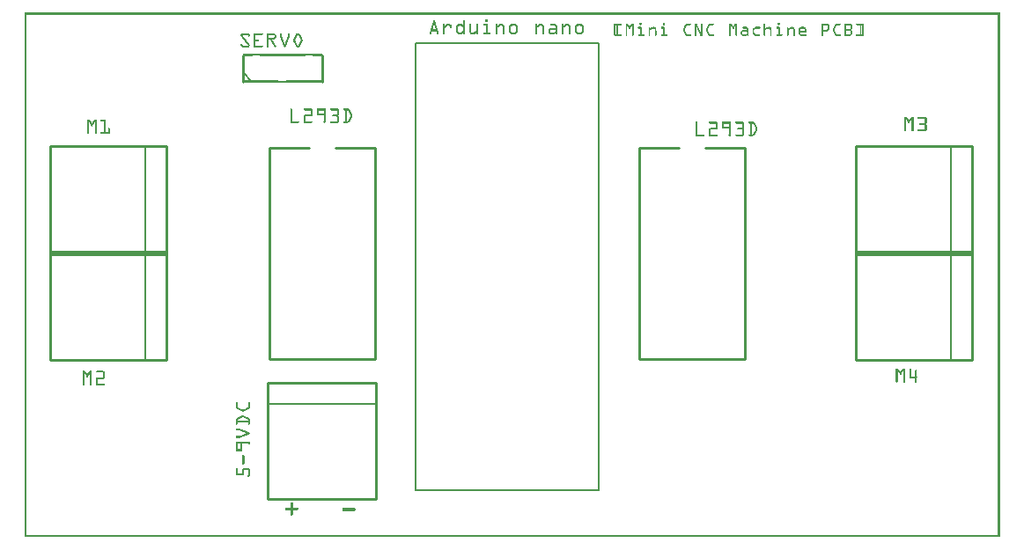
<source format=gto>
G04 MADE WITH FRITZING*
G04 WWW.FRITZING.ORG*
G04 DOUBLE SIDED*
G04 HOLES PLATED*
G04 CONTOUR ON CENTER OF CONTOUR VECTOR*
%ASAXBY*%
%FSLAX23Y23*%
%MOIN*%
%OFA0B0*%
%SFA1.0B1.0*%
%ADD10C,0.010000*%
%ADD11C,0.005000*%
%ADD12C,0.008000*%
%ADD13R,0.001000X0.001000*%
%LNSILK1*%
G90*
G70*
G54D10*
X1127Y1726D02*
X1127Y1826D01*
D02*
X827Y1826D02*
X827Y1726D01*
G54D11*
D02*
X862Y1726D02*
X827Y1761D01*
G54D10*
D02*
X927Y1476D02*
X927Y676D01*
D02*
X927Y676D02*
X1327Y676D01*
D02*
X1327Y676D02*
X1327Y1476D01*
D02*
X927Y1476D02*
X1077Y1476D01*
D02*
X1177Y1476D02*
X1327Y1476D01*
D02*
X2327Y1476D02*
X2327Y676D01*
D02*
X2327Y676D02*
X2727Y676D01*
D02*
X2727Y676D02*
X2727Y1476D01*
D02*
X2327Y1476D02*
X2477Y1476D01*
D02*
X2577Y1476D02*
X2727Y1476D01*
D02*
X922Y146D02*
X1332Y146D01*
D02*
X1332Y146D02*
X1332Y586D01*
D02*
X1332Y586D02*
X922Y586D01*
D02*
X922Y586D02*
X922Y146D01*
G54D11*
D02*
X1332Y506D02*
X922Y506D01*
G54D10*
D02*
X3147Y1481D02*
X3147Y1071D01*
D02*
X3147Y1071D02*
X3587Y1071D01*
D02*
X3587Y1071D02*
X3587Y1481D01*
D02*
X3587Y1481D02*
X3147Y1481D01*
G54D11*
D02*
X3507Y1071D02*
X3507Y1481D01*
G54D10*
D02*
X97Y1081D02*
X97Y671D01*
D02*
X97Y671D02*
X537Y671D01*
D02*
X537Y671D02*
X537Y1081D01*
D02*
X537Y1081D02*
X97Y1081D01*
G54D11*
D02*
X457Y671D02*
X457Y1081D01*
G54D10*
D02*
X97Y1481D02*
X97Y1071D01*
D02*
X97Y1071D02*
X537Y1071D01*
D02*
X537Y1071D02*
X537Y1481D01*
D02*
X537Y1481D02*
X97Y1481D01*
G54D11*
D02*
X457Y1071D02*
X457Y1481D01*
G54D10*
D02*
X3147Y1081D02*
X3147Y671D01*
D02*
X3147Y671D02*
X3587Y671D01*
D02*
X3587Y671D02*
X3587Y1081D01*
D02*
X3587Y1081D02*
X3147Y1081D01*
G54D11*
D02*
X3507Y671D02*
X3507Y1081D01*
G54D12*
X1481Y180D02*
X2173Y180D01*
X2173Y1872D01*
X1481Y1872D01*
X1481Y180D01*
D02*
G54D13*
X0Y1987D02*
X3692Y1987D01*
X0Y1986D02*
X3692Y1986D01*
X0Y1985D02*
X3692Y1985D01*
X0Y1984D02*
X3692Y1984D01*
X0Y1983D02*
X3692Y1983D01*
X0Y1982D02*
X3692Y1982D01*
X0Y1981D02*
X3692Y1981D01*
X0Y1980D02*
X3692Y1980D01*
X0Y1979D02*
X7Y1979D01*
X3685Y1979D02*
X3692Y1979D01*
X0Y1978D02*
X7Y1978D01*
X3685Y1978D02*
X3692Y1978D01*
X0Y1977D02*
X7Y1977D01*
X3685Y1977D02*
X3692Y1977D01*
X0Y1976D02*
X7Y1976D01*
X3685Y1976D02*
X3692Y1976D01*
X0Y1975D02*
X7Y1975D01*
X3685Y1975D02*
X3692Y1975D01*
X0Y1974D02*
X7Y1974D01*
X3685Y1974D02*
X3692Y1974D01*
X0Y1973D02*
X7Y1973D01*
X3685Y1973D02*
X3692Y1973D01*
X0Y1972D02*
X7Y1972D01*
X3685Y1972D02*
X3692Y1972D01*
X0Y1971D02*
X7Y1971D01*
X3685Y1971D02*
X3692Y1971D01*
X0Y1970D02*
X7Y1970D01*
X3685Y1970D02*
X3692Y1970D01*
X0Y1969D02*
X7Y1969D01*
X3685Y1969D02*
X3692Y1969D01*
X0Y1968D02*
X7Y1968D01*
X3685Y1968D02*
X3692Y1968D01*
X0Y1967D02*
X7Y1967D01*
X3685Y1967D02*
X3692Y1967D01*
X0Y1966D02*
X7Y1966D01*
X3685Y1966D02*
X3692Y1966D01*
X0Y1965D02*
X7Y1965D01*
X3685Y1965D02*
X3692Y1965D01*
X0Y1964D02*
X7Y1964D01*
X3685Y1964D02*
X3692Y1964D01*
X0Y1963D02*
X7Y1963D01*
X3685Y1963D02*
X3692Y1963D01*
X0Y1962D02*
X7Y1962D01*
X3685Y1962D02*
X3692Y1962D01*
X0Y1961D02*
X7Y1961D01*
X1745Y1961D02*
X1752Y1961D01*
X3685Y1961D02*
X3692Y1961D01*
X0Y1960D02*
X7Y1960D01*
X1744Y1960D02*
X1753Y1960D01*
X3685Y1960D02*
X3692Y1960D01*
X0Y1959D02*
X7Y1959D01*
X1744Y1959D02*
X1753Y1959D01*
X3685Y1959D02*
X3692Y1959D01*
X0Y1958D02*
X7Y1958D01*
X1549Y1958D02*
X1552Y1958D01*
X1663Y1958D02*
X1666Y1958D01*
X1744Y1958D02*
X1753Y1958D01*
X3685Y1958D02*
X3692Y1958D01*
X0Y1957D02*
X7Y1957D01*
X1548Y1957D02*
X1553Y1957D01*
X1662Y1957D02*
X1667Y1957D01*
X1744Y1957D02*
X1753Y1957D01*
X3685Y1957D02*
X3692Y1957D01*
X0Y1956D02*
X7Y1956D01*
X1547Y1956D02*
X1553Y1956D01*
X1661Y1956D02*
X1667Y1956D01*
X1744Y1956D02*
X1753Y1956D01*
X3685Y1956D02*
X3692Y1956D01*
X0Y1955D02*
X7Y1955D01*
X1547Y1955D02*
X1554Y1955D01*
X1661Y1955D02*
X1667Y1955D01*
X1744Y1955D02*
X1753Y1955D01*
X3685Y1955D02*
X3692Y1955D01*
X0Y1954D02*
X7Y1954D01*
X1547Y1954D02*
X1554Y1954D01*
X1661Y1954D02*
X1667Y1954D01*
X1744Y1954D02*
X1753Y1954D01*
X3685Y1954D02*
X3692Y1954D01*
X0Y1953D02*
X7Y1953D01*
X1547Y1953D02*
X1554Y1953D01*
X1661Y1953D02*
X1667Y1953D01*
X1745Y1953D02*
X1752Y1953D01*
X3685Y1953D02*
X3692Y1953D01*
X0Y1952D02*
X7Y1952D01*
X1546Y1952D02*
X1555Y1952D01*
X1661Y1952D02*
X1667Y1952D01*
X1746Y1952D02*
X1751Y1952D01*
X3685Y1952D02*
X3692Y1952D01*
X0Y1951D02*
X7Y1951D01*
X1546Y1951D02*
X1555Y1951D01*
X1661Y1951D02*
X1667Y1951D01*
X3685Y1951D02*
X3692Y1951D01*
X0Y1950D02*
X7Y1950D01*
X1546Y1950D02*
X1555Y1950D01*
X1661Y1950D02*
X1667Y1950D01*
X3685Y1950D02*
X3692Y1950D01*
X0Y1949D02*
X7Y1949D01*
X1545Y1949D02*
X1555Y1949D01*
X1661Y1949D02*
X1667Y1949D01*
X3685Y1949D02*
X3692Y1949D01*
X0Y1948D02*
X7Y1948D01*
X1545Y1948D02*
X1556Y1948D01*
X1661Y1948D02*
X1667Y1948D01*
X2330Y1948D02*
X2335Y1948D01*
X2417Y1948D02*
X2422Y1948D01*
X2853Y1948D02*
X2858Y1948D01*
X3685Y1948D02*
X3692Y1948D01*
X0Y1947D02*
X7Y1947D01*
X1545Y1947D02*
X1556Y1947D01*
X1661Y1947D02*
X1667Y1947D01*
X2329Y1947D02*
X2336Y1947D01*
X2416Y1947D02*
X2423Y1947D01*
X2852Y1947D02*
X2859Y1947D01*
X3685Y1947D02*
X3692Y1947D01*
X0Y1946D02*
X7Y1946D01*
X1545Y1946D02*
X1556Y1946D01*
X1661Y1946D02*
X1667Y1946D01*
X2328Y1946D02*
X2336Y1946D01*
X2416Y1946D02*
X2424Y1946D01*
X2852Y1946D02*
X2860Y1946D01*
X3685Y1946D02*
X3692Y1946D01*
X0Y1945D02*
X7Y1945D01*
X1544Y1945D02*
X1557Y1945D01*
X1661Y1945D02*
X1667Y1945D01*
X2233Y1945D02*
X2260Y1945D01*
X2276Y1945D02*
X2283Y1945D01*
X2298Y1945D02*
X2305Y1945D01*
X2328Y1945D02*
X2336Y1945D01*
X2415Y1945D02*
X2424Y1945D01*
X2506Y1945D02*
X2522Y1945D01*
X2537Y1945D02*
X2545Y1945D01*
X2562Y1945D02*
X2566Y1945D01*
X2593Y1945D02*
X2609Y1945D01*
X2668Y1945D02*
X2676Y1945D01*
X2690Y1945D02*
X2697Y1945D01*
X2800Y1945D02*
X2803Y1945D01*
X2852Y1945D02*
X2860Y1945D01*
X3017Y1945D02*
X3041Y1945D01*
X3073Y1945D02*
X3089Y1945D01*
X3105Y1945D02*
X3126Y1945D01*
X3149Y1945D02*
X3176Y1945D01*
X3685Y1945D02*
X3692Y1945D01*
X0Y1944D02*
X7Y1944D01*
X1544Y1944D02*
X1557Y1944D01*
X1587Y1944D02*
X1587Y1944D01*
X1600Y1944D02*
X1608Y1944D01*
X1645Y1944D02*
X1652Y1944D01*
X1661Y1944D02*
X1667Y1944D01*
X1687Y1944D02*
X1687Y1944D01*
X1714Y1944D02*
X1714Y1944D01*
X1740Y1944D02*
X1750Y1944D01*
X1787Y1944D02*
X1787Y1944D01*
X1802Y1944D02*
X1807Y1944D01*
X1845Y1944D02*
X1856Y1944D01*
X1937Y1944D02*
X1937Y1944D01*
X1952Y1944D02*
X1957Y1944D01*
X1993Y1944D02*
X2007Y1944D01*
X2037Y1944D02*
X2037Y1944D01*
X2052Y1944D02*
X2057Y1944D01*
X2095Y1944D02*
X2106Y1944D01*
X2232Y1944D02*
X2261Y1944D01*
X2276Y1944D02*
X2284Y1944D01*
X2297Y1944D02*
X2305Y1944D01*
X2328Y1944D02*
X2336Y1944D01*
X2415Y1944D02*
X2424Y1944D01*
X2504Y1944D02*
X2523Y1944D01*
X2537Y1944D02*
X2545Y1944D01*
X2562Y1944D02*
X2566Y1944D01*
X2591Y1944D02*
X2610Y1944D01*
X2668Y1944D02*
X2676Y1944D01*
X2689Y1944D02*
X2697Y1944D01*
X2799Y1944D02*
X2804Y1944D01*
X2852Y1944D02*
X2860Y1944D01*
X3017Y1944D02*
X3043Y1944D01*
X3071Y1944D02*
X3090Y1944D01*
X3105Y1944D02*
X3128Y1944D01*
X3148Y1944D02*
X3177Y1944D01*
X3685Y1944D02*
X3692Y1944D01*
X0Y1943D02*
X7Y1943D01*
X1544Y1943D02*
X1557Y1943D01*
X1585Y1943D02*
X1589Y1943D01*
X1598Y1943D02*
X1611Y1943D01*
X1642Y1943D02*
X1655Y1943D01*
X1661Y1943D02*
X1667Y1943D01*
X1685Y1943D02*
X1689Y1943D01*
X1712Y1943D02*
X1716Y1943D01*
X1738Y1943D02*
X1752Y1943D01*
X1785Y1943D02*
X1789Y1943D01*
X1799Y1943D02*
X1811Y1943D01*
X1842Y1943D02*
X1859Y1943D01*
X1935Y1943D02*
X1939Y1943D01*
X1949Y1943D02*
X1960Y1943D01*
X1992Y1943D02*
X2010Y1943D01*
X2035Y1943D02*
X2039Y1943D01*
X2049Y1943D02*
X2060Y1943D01*
X2092Y1943D02*
X2109Y1943D01*
X2232Y1943D02*
X2261Y1943D01*
X2276Y1943D02*
X2284Y1943D01*
X2296Y1943D02*
X2305Y1943D01*
X2328Y1943D02*
X2336Y1943D01*
X2416Y1943D02*
X2424Y1943D01*
X2503Y1943D02*
X2523Y1943D01*
X2537Y1943D02*
X2546Y1943D01*
X2561Y1943D02*
X2567Y1943D01*
X2590Y1943D02*
X2610Y1943D01*
X2668Y1943D02*
X2677Y1943D01*
X2689Y1943D02*
X2697Y1943D01*
X2799Y1943D02*
X2804Y1943D01*
X2852Y1943D02*
X2860Y1943D01*
X3017Y1943D02*
X3044Y1943D01*
X3070Y1943D02*
X3090Y1943D01*
X3105Y1943D02*
X3129Y1943D01*
X3148Y1943D02*
X3177Y1943D01*
X3685Y1943D02*
X3692Y1943D01*
X0Y1942D02*
X7Y1942D01*
X1543Y1942D02*
X1557Y1942D01*
X1584Y1942D02*
X1589Y1942D01*
X1597Y1942D02*
X1613Y1942D01*
X1640Y1942D02*
X1657Y1942D01*
X1661Y1942D02*
X1667Y1942D01*
X1684Y1942D02*
X1689Y1942D01*
X1712Y1942D02*
X1717Y1942D01*
X1737Y1942D02*
X1753Y1942D01*
X1784Y1942D02*
X1789Y1942D01*
X1797Y1942D02*
X1812Y1942D01*
X1840Y1942D02*
X1860Y1942D01*
X1934Y1942D02*
X1939Y1942D01*
X1947Y1942D02*
X1962Y1942D01*
X1991Y1942D02*
X2012Y1942D01*
X2034Y1942D02*
X2039Y1942D01*
X2047Y1942D02*
X2062Y1942D01*
X2090Y1942D02*
X2110Y1942D01*
X2232Y1942D02*
X2261Y1942D01*
X2276Y1942D02*
X2285Y1942D01*
X2295Y1942D02*
X2305Y1942D01*
X2328Y1942D02*
X2336Y1942D01*
X2416Y1942D02*
X2423Y1942D01*
X2502Y1942D02*
X2523Y1942D01*
X2537Y1942D02*
X2546Y1942D01*
X2561Y1942D02*
X2567Y1942D01*
X2589Y1942D02*
X2610Y1942D01*
X2668Y1942D02*
X2678Y1942D01*
X2688Y1942D02*
X2697Y1942D01*
X2799Y1942D02*
X2804Y1942D01*
X2852Y1942D02*
X2860Y1942D01*
X3017Y1942D02*
X3045Y1942D01*
X3069Y1942D02*
X3090Y1942D01*
X3105Y1942D02*
X3130Y1942D01*
X3148Y1942D02*
X3177Y1942D01*
X3685Y1942D02*
X3692Y1942D01*
X0Y1941D02*
X7Y1941D01*
X1543Y1941D02*
X1549Y1941D01*
X1551Y1941D02*
X1558Y1941D01*
X1584Y1941D02*
X1590Y1941D01*
X1596Y1941D02*
X1614Y1941D01*
X1639Y1941D02*
X1658Y1941D01*
X1661Y1941D02*
X1667Y1941D01*
X1684Y1941D02*
X1690Y1941D01*
X1711Y1941D02*
X1717Y1941D01*
X1737Y1941D02*
X1753Y1941D01*
X1784Y1941D02*
X1790Y1941D01*
X1795Y1941D02*
X1813Y1941D01*
X1839Y1941D02*
X1862Y1941D01*
X1934Y1941D02*
X1940Y1941D01*
X1945Y1941D02*
X1963Y1941D01*
X1991Y1941D02*
X2013Y1941D01*
X2034Y1941D02*
X2040Y1941D01*
X2045Y1941D02*
X2063Y1941D01*
X2089Y1941D02*
X2112Y1941D01*
X2232Y1941D02*
X2261Y1941D01*
X2276Y1941D02*
X2286Y1941D01*
X2295Y1941D02*
X2305Y1941D01*
X2329Y1941D02*
X2336Y1941D01*
X2416Y1941D02*
X2423Y1941D01*
X2501Y1941D02*
X2522Y1941D01*
X2537Y1941D02*
X2547Y1941D01*
X2561Y1941D02*
X2567Y1941D01*
X2589Y1941D02*
X2610Y1941D01*
X2668Y1941D02*
X2678Y1941D01*
X2687Y1941D02*
X2697Y1941D01*
X2799Y1941D02*
X2804Y1941D01*
X2852Y1941D02*
X2859Y1941D01*
X3017Y1941D02*
X3045Y1941D01*
X3069Y1941D02*
X3089Y1941D01*
X3105Y1941D02*
X3131Y1941D01*
X3149Y1941D02*
X3177Y1941D01*
X3685Y1941D02*
X3692Y1941D01*
X0Y1940D02*
X7Y1940D01*
X1543Y1940D02*
X1549Y1940D01*
X1552Y1940D02*
X1558Y1940D01*
X1584Y1940D02*
X1590Y1940D01*
X1595Y1940D02*
X1615Y1940D01*
X1638Y1940D02*
X1659Y1940D01*
X1661Y1940D02*
X1667Y1940D01*
X1684Y1940D02*
X1690Y1940D01*
X1711Y1940D02*
X1717Y1940D01*
X1737Y1940D02*
X1753Y1940D01*
X1784Y1940D02*
X1790Y1940D01*
X1793Y1940D02*
X1814Y1940D01*
X1838Y1940D02*
X1863Y1940D01*
X1934Y1940D02*
X1940Y1940D01*
X1943Y1940D02*
X1964Y1940D01*
X1991Y1940D02*
X2014Y1940D01*
X2034Y1940D02*
X2040Y1940D01*
X2043Y1940D02*
X2064Y1940D01*
X2088Y1940D02*
X2113Y1940D01*
X2232Y1940D02*
X2259Y1940D01*
X2276Y1940D02*
X2286Y1940D01*
X2294Y1940D02*
X2305Y1940D01*
X2330Y1940D02*
X2334Y1940D01*
X2418Y1940D02*
X2422Y1940D01*
X2501Y1940D02*
X2521Y1940D01*
X2537Y1940D02*
X2547Y1940D01*
X2561Y1940D02*
X2567Y1940D01*
X2588Y1940D02*
X2608Y1940D01*
X2668Y1940D02*
X2679Y1940D01*
X2687Y1940D02*
X2697Y1940D01*
X2799Y1940D02*
X2804Y1940D01*
X2854Y1940D02*
X2858Y1940D01*
X3017Y1940D02*
X3046Y1940D01*
X3068Y1940D02*
X3088Y1940D01*
X3105Y1940D02*
X3132Y1940D01*
X3150Y1940D02*
X3177Y1940D01*
X3685Y1940D02*
X3692Y1940D01*
X0Y1939D02*
X7Y1939D01*
X1542Y1939D02*
X1549Y1939D01*
X1552Y1939D02*
X1558Y1939D01*
X1584Y1939D02*
X1590Y1939D01*
X1594Y1939D02*
X1616Y1939D01*
X1637Y1939D02*
X1667Y1939D01*
X1684Y1939D02*
X1690Y1939D01*
X1711Y1939D02*
X1717Y1939D01*
X1737Y1939D02*
X1753Y1939D01*
X1784Y1939D02*
X1790Y1939D01*
X1792Y1939D02*
X1815Y1939D01*
X1837Y1939D02*
X1864Y1939D01*
X1934Y1939D02*
X1940Y1939D01*
X1942Y1939D02*
X1965Y1939D01*
X1991Y1939D02*
X2015Y1939D01*
X2034Y1939D02*
X2040Y1939D01*
X2042Y1939D02*
X2065Y1939D01*
X2087Y1939D02*
X2114Y1939D01*
X2232Y1939D02*
X2237Y1939D01*
X2241Y1939D02*
X2246Y1939D01*
X2276Y1939D02*
X2287Y1939D01*
X2293Y1939D02*
X2305Y1939D01*
X2500Y1939D02*
X2507Y1939D01*
X2537Y1939D02*
X2547Y1939D01*
X2561Y1939D02*
X2567Y1939D01*
X2588Y1939D02*
X2594Y1939D01*
X2668Y1939D02*
X2680Y1939D01*
X2686Y1939D02*
X2697Y1939D01*
X2799Y1939D02*
X2804Y1939D01*
X3017Y1939D02*
X3022Y1939D01*
X3040Y1939D02*
X3046Y1939D01*
X3068Y1939D02*
X3074Y1939D01*
X3105Y1939D02*
X3110Y1939D01*
X3125Y1939D02*
X3132Y1939D01*
X3163Y1939D02*
X3168Y1939D01*
X3172Y1939D02*
X3177Y1939D01*
X3685Y1939D02*
X3692Y1939D01*
X0Y1938D02*
X7Y1938D01*
X1542Y1938D02*
X1549Y1938D01*
X1552Y1938D02*
X1559Y1938D01*
X1584Y1938D02*
X1590Y1938D01*
X1592Y1938D02*
X1616Y1938D01*
X1636Y1938D02*
X1667Y1938D01*
X1684Y1938D02*
X1690Y1938D01*
X1711Y1938D02*
X1717Y1938D01*
X1738Y1938D02*
X1753Y1938D01*
X1784Y1938D02*
X1815Y1938D01*
X1836Y1938D02*
X1865Y1938D01*
X1934Y1938D02*
X1965Y1938D01*
X1992Y1938D02*
X2015Y1938D01*
X2034Y1938D02*
X2065Y1938D01*
X2086Y1938D02*
X2115Y1938D01*
X2232Y1938D02*
X2237Y1938D01*
X2241Y1938D02*
X2246Y1938D01*
X2276Y1938D02*
X2288Y1938D01*
X2293Y1938D02*
X2305Y1938D01*
X2500Y1938D02*
X2506Y1938D01*
X2537Y1938D02*
X2548Y1938D01*
X2561Y1938D02*
X2567Y1938D01*
X2587Y1938D02*
X2593Y1938D01*
X2668Y1938D02*
X2680Y1938D01*
X2685Y1938D02*
X2697Y1938D01*
X2799Y1938D02*
X2804Y1938D01*
X3017Y1938D02*
X3022Y1938D01*
X3041Y1938D02*
X3046Y1938D01*
X3067Y1938D02*
X3073Y1938D01*
X3105Y1938D02*
X3110Y1938D01*
X3127Y1938D02*
X3133Y1938D01*
X3163Y1938D02*
X3168Y1938D01*
X3172Y1938D02*
X3177Y1938D01*
X3685Y1938D02*
X3692Y1938D01*
X0Y1937D02*
X7Y1937D01*
X1542Y1937D02*
X1548Y1937D01*
X1553Y1937D02*
X1559Y1937D01*
X1584Y1937D02*
X1601Y1937D01*
X1608Y1937D02*
X1617Y1937D01*
X1635Y1937D02*
X1645Y1937D01*
X1652Y1937D02*
X1667Y1937D01*
X1684Y1937D02*
X1690Y1937D01*
X1711Y1937D02*
X1717Y1937D01*
X1747Y1937D02*
X1753Y1937D01*
X1784Y1937D02*
X1801Y1937D01*
X1807Y1937D02*
X1816Y1937D01*
X1835Y1937D02*
X1845Y1937D01*
X1856Y1937D02*
X1866Y1937D01*
X1934Y1937D02*
X1951Y1937D01*
X1957Y1937D02*
X1966Y1937D01*
X2007Y1937D02*
X2016Y1937D01*
X2034Y1937D02*
X2051Y1937D01*
X2057Y1937D02*
X2066Y1937D01*
X2085Y1937D02*
X2095Y1937D01*
X2105Y1937D02*
X2116Y1937D01*
X2232Y1937D02*
X2237Y1937D01*
X2241Y1937D02*
X2246Y1937D01*
X2276Y1937D02*
X2289Y1937D01*
X2292Y1937D02*
X2305Y1937D01*
X2499Y1937D02*
X2505Y1937D01*
X2537Y1937D02*
X2548Y1937D01*
X2561Y1937D02*
X2567Y1937D01*
X2587Y1937D02*
X2593Y1937D01*
X2668Y1937D02*
X2681Y1937D01*
X2685Y1937D02*
X2697Y1937D01*
X2799Y1937D02*
X2804Y1937D01*
X3017Y1937D02*
X3022Y1937D01*
X3041Y1937D02*
X3046Y1937D01*
X3067Y1937D02*
X3073Y1937D01*
X3105Y1937D02*
X3110Y1937D01*
X3127Y1937D02*
X3133Y1937D01*
X3163Y1937D02*
X3168Y1937D01*
X3172Y1937D02*
X3177Y1937D01*
X3685Y1937D02*
X3692Y1937D01*
X0Y1936D02*
X7Y1936D01*
X1542Y1936D02*
X1548Y1936D01*
X1553Y1936D02*
X1559Y1936D01*
X1584Y1936D02*
X1600Y1936D01*
X1610Y1936D02*
X1617Y1936D01*
X1635Y1936D02*
X1643Y1936D01*
X1654Y1936D02*
X1667Y1936D01*
X1684Y1936D02*
X1690Y1936D01*
X1711Y1936D02*
X1717Y1936D01*
X1747Y1936D02*
X1753Y1936D01*
X1784Y1936D02*
X1799Y1936D01*
X1809Y1936D02*
X1816Y1936D01*
X1835Y1936D02*
X1843Y1936D01*
X1858Y1936D02*
X1866Y1936D01*
X1934Y1936D02*
X1949Y1936D01*
X1959Y1936D02*
X1966Y1936D01*
X2009Y1936D02*
X2016Y1936D01*
X2034Y1936D02*
X2049Y1936D01*
X2059Y1936D02*
X2066Y1936D01*
X2085Y1936D02*
X2093Y1936D01*
X2108Y1936D02*
X2116Y1936D01*
X2232Y1936D02*
X2237Y1936D01*
X2241Y1936D02*
X2246Y1936D01*
X2276Y1936D02*
X2281Y1936D01*
X2283Y1936D02*
X2289Y1936D01*
X2291Y1936D02*
X2298Y1936D01*
X2300Y1936D02*
X2305Y1936D01*
X2499Y1936D02*
X2505Y1936D01*
X2537Y1936D02*
X2549Y1936D01*
X2561Y1936D02*
X2567Y1936D01*
X2586Y1936D02*
X2592Y1936D01*
X2668Y1936D02*
X2673Y1936D01*
X2675Y1936D02*
X2682Y1936D01*
X2684Y1936D02*
X2690Y1936D01*
X2692Y1936D02*
X2697Y1936D01*
X2799Y1936D02*
X2804Y1936D01*
X3017Y1936D02*
X3022Y1936D01*
X3041Y1936D02*
X3046Y1936D01*
X3066Y1936D02*
X3072Y1936D01*
X3105Y1936D02*
X3110Y1936D01*
X3128Y1936D02*
X3133Y1936D01*
X3163Y1936D02*
X3168Y1936D01*
X3172Y1936D02*
X3177Y1936D01*
X3685Y1936D02*
X3692Y1936D01*
X0Y1935D02*
X7Y1935D01*
X1541Y1935D02*
X1548Y1935D01*
X1553Y1935D02*
X1560Y1935D01*
X1584Y1935D02*
X1599Y1935D01*
X1611Y1935D02*
X1617Y1935D01*
X1634Y1935D02*
X1642Y1935D01*
X1655Y1935D02*
X1667Y1935D01*
X1684Y1935D02*
X1690Y1935D01*
X1711Y1935D02*
X1717Y1935D01*
X1747Y1935D02*
X1753Y1935D01*
X1784Y1935D02*
X1798Y1935D01*
X1810Y1935D02*
X1816Y1935D01*
X1834Y1935D02*
X1842Y1935D01*
X1859Y1935D02*
X1867Y1935D01*
X1934Y1935D02*
X1948Y1935D01*
X1960Y1935D02*
X1966Y1935D01*
X2010Y1935D02*
X2016Y1935D01*
X2034Y1935D02*
X2048Y1935D01*
X2060Y1935D02*
X2066Y1935D01*
X2084Y1935D02*
X2092Y1935D01*
X2109Y1935D02*
X2117Y1935D01*
X2232Y1935D02*
X2237Y1935D01*
X2241Y1935D02*
X2246Y1935D01*
X2276Y1935D02*
X2281Y1935D01*
X2283Y1935D02*
X2297Y1935D01*
X2300Y1935D02*
X2305Y1935D01*
X2498Y1935D02*
X2504Y1935D01*
X2537Y1935D02*
X2549Y1935D01*
X2561Y1935D02*
X2567Y1935D01*
X2586Y1935D02*
X2592Y1935D01*
X2668Y1935D02*
X2673Y1935D01*
X2676Y1935D02*
X2690Y1935D01*
X2692Y1935D02*
X2697Y1935D01*
X2799Y1935D02*
X2804Y1935D01*
X3017Y1935D02*
X3022Y1935D01*
X3041Y1935D02*
X3046Y1935D01*
X3066Y1935D02*
X3071Y1935D01*
X3105Y1935D02*
X3110Y1935D01*
X3128Y1935D02*
X3134Y1935D01*
X3163Y1935D02*
X3168Y1935D01*
X3172Y1935D02*
X3177Y1935D01*
X3685Y1935D02*
X3692Y1935D01*
X0Y1934D02*
X7Y1934D01*
X1541Y1934D02*
X1547Y1934D01*
X1553Y1934D02*
X1560Y1934D01*
X1584Y1934D02*
X1598Y1934D01*
X1611Y1934D02*
X1617Y1934D01*
X1634Y1934D02*
X1641Y1934D01*
X1657Y1934D02*
X1667Y1934D01*
X1684Y1934D02*
X1690Y1934D01*
X1711Y1934D02*
X1717Y1934D01*
X1747Y1934D02*
X1753Y1934D01*
X1784Y1934D02*
X1796Y1934D01*
X1810Y1934D02*
X1816Y1934D01*
X1834Y1934D02*
X1841Y1934D01*
X1860Y1934D02*
X1867Y1934D01*
X1934Y1934D02*
X1946Y1934D01*
X1960Y1934D02*
X1966Y1934D01*
X2010Y1934D02*
X2016Y1934D01*
X2034Y1934D02*
X2046Y1934D01*
X2060Y1934D02*
X2066Y1934D01*
X2084Y1934D02*
X2091Y1934D01*
X2110Y1934D02*
X2117Y1934D01*
X2232Y1934D02*
X2237Y1934D01*
X2241Y1934D02*
X2246Y1934D01*
X2276Y1934D02*
X2281Y1934D01*
X2284Y1934D02*
X2296Y1934D01*
X2300Y1934D02*
X2305Y1934D01*
X2498Y1934D02*
X2504Y1934D01*
X2537Y1934D02*
X2550Y1934D01*
X2561Y1934D02*
X2567Y1934D01*
X2585Y1934D02*
X2591Y1934D01*
X2668Y1934D02*
X2673Y1934D01*
X2677Y1934D02*
X2689Y1934D01*
X2692Y1934D02*
X2697Y1934D01*
X2799Y1934D02*
X2804Y1934D01*
X3017Y1934D02*
X3022Y1934D01*
X3041Y1934D02*
X3046Y1934D01*
X3065Y1934D02*
X3071Y1934D01*
X3105Y1934D02*
X3110Y1934D01*
X3129Y1934D02*
X3134Y1934D01*
X3163Y1934D02*
X3168Y1934D01*
X3172Y1934D02*
X3177Y1934D01*
X3685Y1934D02*
X3692Y1934D01*
X0Y1933D02*
X7Y1933D01*
X1541Y1933D02*
X1547Y1933D01*
X1554Y1933D02*
X1560Y1933D01*
X1584Y1933D02*
X1596Y1933D01*
X1611Y1933D02*
X1617Y1933D01*
X1634Y1933D02*
X1640Y1933D01*
X1658Y1933D02*
X1667Y1933D01*
X1684Y1933D02*
X1690Y1933D01*
X1711Y1933D02*
X1717Y1933D01*
X1747Y1933D02*
X1753Y1933D01*
X1784Y1933D02*
X1795Y1933D01*
X1810Y1933D02*
X1816Y1933D01*
X1834Y1933D02*
X1840Y1933D01*
X1861Y1933D02*
X1867Y1933D01*
X1934Y1933D02*
X1945Y1933D01*
X1960Y1933D02*
X1966Y1933D01*
X2010Y1933D02*
X2016Y1933D01*
X2034Y1933D02*
X2045Y1933D01*
X2060Y1933D02*
X2066Y1933D01*
X2084Y1933D02*
X2090Y1933D01*
X2111Y1933D02*
X2117Y1933D01*
X2232Y1933D02*
X2237Y1933D01*
X2241Y1933D02*
X2246Y1933D01*
X2276Y1933D02*
X2281Y1933D01*
X2285Y1933D02*
X2296Y1933D01*
X2300Y1933D02*
X2305Y1933D01*
X2325Y1933D02*
X2333Y1933D01*
X2380Y1933D02*
X2383Y1933D01*
X2412Y1933D02*
X2421Y1933D01*
X2497Y1933D02*
X2503Y1933D01*
X2537Y1933D02*
X2550Y1933D01*
X2561Y1933D02*
X2567Y1933D01*
X2585Y1933D02*
X2591Y1933D01*
X2668Y1933D02*
X2673Y1933D01*
X2677Y1933D02*
X2688Y1933D01*
X2692Y1933D02*
X2697Y1933D01*
X2721Y1933D02*
X2732Y1933D01*
X2769Y1933D02*
X2782Y1933D01*
X2799Y1933D02*
X2804Y1933D01*
X2816Y1933D02*
X2819Y1933D01*
X2849Y1933D02*
X2857Y1933D01*
X2903Y1933D02*
X2906Y1933D01*
X2941Y1933D02*
X2949Y1933D01*
X3017Y1933D02*
X3022Y1933D01*
X3041Y1933D02*
X3046Y1933D01*
X3065Y1933D02*
X3070Y1933D01*
X3105Y1933D02*
X3110Y1933D01*
X3129Y1933D02*
X3134Y1933D01*
X3163Y1933D02*
X3168Y1933D01*
X3172Y1933D02*
X3177Y1933D01*
X3685Y1933D02*
X3692Y1933D01*
X0Y1932D02*
X7Y1932D01*
X1540Y1932D02*
X1547Y1932D01*
X1554Y1932D02*
X1560Y1932D01*
X1584Y1932D02*
X1595Y1932D01*
X1611Y1932D02*
X1617Y1932D01*
X1634Y1932D02*
X1640Y1932D01*
X1659Y1932D02*
X1667Y1932D01*
X1684Y1932D02*
X1690Y1932D01*
X1711Y1932D02*
X1717Y1932D01*
X1747Y1932D02*
X1753Y1932D01*
X1784Y1932D02*
X1793Y1932D01*
X1810Y1932D02*
X1816Y1932D01*
X1834Y1932D02*
X1840Y1932D01*
X1861Y1932D02*
X1867Y1932D01*
X1934Y1932D02*
X1943Y1932D01*
X1960Y1932D02*
X1966Y1932D01*
X2010Y1932D02*
X2016Y1932D01*
X2034Y1932D02*
X2043Y1932D01*
X2060Y1932D02*
X2066Y1932D01*
X2084Y1932D02*
X2090Y1932D01*
X2111Y1932D02*
X2117Y1932D01*
X2232Y1932D02*
X2237Y1932D01*
X2241Y1932D02*
X2246Y1932D01*
X2276Y1932D02*
X2281Y1932D01*
X2286Y1932D02*
X2295Y1932D01*
X2300Y1932D02*
X2305Y1932D01*
X2323Y1932D02*
X2336Y1932D01*
X2364Y1932D02*
X2367Y1932D01*
X2376Y1932D02*
X2386Y1932D01*
X2410Y1932D02*
X2423Y1932D01*
X2497Y1932D02*
X2503Y1932D01*
X2537Y1932D02*
X2543Y1932D01*
X2545Y1932D02*
X2551Y1932D01*
X2561Y1932D02*
X2567Y1932D01*
X2584Y1932D02*
X2590Y1932D01*
X2668Y1932D02*
X2673Y1932D01*
X2678Y1932D02*
X2688Y1932D01*
X2692Y1932D02*
X2697Y1932D01*
X2719Y1932D02*
X2735Y1932D01*
X2766Y1932D02*
X2784Y1932D01*
X2799Y1932D02*
X2804Y1932D01*
X2812Y1932D02*
X2823Y1932D01*
X2847Y1932D02*
X2859Y1932D01*
X2887Y1932D02*
X2891Y1932D01*
X2899Y1932D02*
X2910Y1932D01*
X2937Y1932D02*
X2952Y1932D01*
X3017Y1932D02*
X3022Y1932D01*
X3041Y1932D02*
X3046Y1932D01*
X3064Y1932D02*
X3070Y1932D01*
X3105Y1932D02*
X3110Y1932D01*
X3129Y1932D02*
X3134Y1932D01*
X3163Y1932D02*
X3168Y1932D01*
X3172Y1932D02*
X3177Y1932D01*
X3685Y1932D02*
X3692Y1932D01*
X0Y1931D02*
X7Y1931D01*
X1540Y1931D02*
X1546Y1931D01*
X1554Y1931D02*
X1561Y1931D01*
X1584Y1931D02*
X1594Y1931D01*
X1611Y1931D02*
X1617Y1931D01*
X1634Y1931D02*
X1640Y1931D01*
X1660Y1931D02*
X1667Y1931D01*
X1684Y1931D02*
X1690Y1931D01*
X1711Y1931D02*
X1717Y1931D01*
X1747Y1931D02*
X1753Y1931D01*
X1784Y1931D02*
X1792Y1931D01*
X1810Y1931D02*
X1816Y1931D01*
X1834Y1931D02*
X1840Y1931D01*
X1861Y1931D02*
X1867Y1931D01*
X1934Y1931D02*
X1941Y1931D01*
X1960Y1931D02*
X1966Y1931D01*
X2010Y1931D02*
X2016Y1931D01*
X2034Y1931D02*
X2041Y1931D01*
X2060Y1931D02*
X2066Y1931D01*
X2084Y1931D02*
X2090Y1931D01*
X2111Y1931D02*
X2117Y1931D01*
X2232Y1931D02*
X2237Y1931D01*
X2241Y1931D02*
X2246Y1931D01*
X2276Y1931D02*
X2281Y1931D01*
X2286Y1931D02*
X2294Y1931D01*
X2300Y1931D02*
X2305Y1931D01*
X2322Y1931D02*
X2336Y1931D01*
X2363Y1931D02*
X2368Y1931D01*
X2374Y1931D02*
X2388Y1931D01*
X2410Y1931D02*
X2423Y1931D01*
X2496Y1931D02*
X2502Y1931D01*
X2537Y1931D02*
X2543Y1931D01*
X2545Y1931D02*
X2551Y1931D01*
X2561Y1931D02*
X2567Y1931D01*
X2584Y1931D02*
X2590Y1931D01*
X2668Y1931D02*
X2673Y1931D01*
X2679Y1931D02*
X2687Y1931D01*
X2692Y1931D02*
X2697Y1931D01*
X2718Y1931D02*
X2737Y1931D01*
X2764Y1931D02*
X2784Y1931D01*
X2799Y1931D02*
X2804Y1931D01*
X2810Y1931D02*
X2824Y1931D01*
X2846Y1931D02*
X2860Y1931D01*
X2887Y1931D02*
X2891Y1931D01*
X2897Y1931D02*
X2911Y1931D01*
X2936Y1931D02*
X2954Y1931D01*
X3017Y1931D02*
X3022Y1931D01*
X3041Y1931D02*
X3046Y1931D01*
X3064Y1931D02*
X3069Y1931D01*
X3105Y1931D02*
X3110Y1931D01*
X3129Y1931D02*
X3134Y1931D01*
X3163Y1931D02*
X3168Y1931D01*
X3172Y1931D02*
X3177Y1931D01*
X3685Y1931D02*
X3692Y1931D01*
X0Y1930D02*
X7Y1930D01*
X1540Y1930D02*
X1546Y1930D01*
X1555Y1930D02*
X1561Y1930D01*
X1584Y1930D02*
X1593Y1930D01*
X1612Y1930D02*
X1617Y1930D01*
X1634Y1930D02*
X1640Y1930D01*
X1661Y1930D02*
X1667Y1930D01*
X1684Y1930D02*
X1690Y1930D01*
X1711Y1930D02*
X1717Y1930D01*
X1747Y1930D02*
X1753Y1930D01*
X1784Y1930D02*
X1790Y1930D01*
X1810Y1930D02*
X1816Y1930D01*
X1834Y1930D02*
X1840Y1930D01*
X1861Y1930D02*
X1867Y1930D01*
X1934Y1930D02*
X1940Y1930D01*
X1960Y1930D02*
X1966Y1930D01*
X2010Y1930D02*
X2016Y1930D01*
X2034Y1930D02*
X2040Y1930D01*
X2060Y1930D02*
X2066Y1930D01*
X2084Y1930D02*
X2090Y1930D01*
X2111Y1930D02*
X2117Y1930D01*
X2232Y1930D02*
X2237Y1930D01*
X2241Y1930D02*
X2246Y1930D01*
X2276Y1930D02*
X2281Y1930D01*
X2287Y1930D02*
X2293Y1930D01*
X2300Y1930D02*
X2305Y1930D01*
X2322Y1930D02*
X2336Y1930D01*
X2363Y1930D02*
X2368Y1930D01*
X2372Y1930D02*
X2389Y1930D01*
X2410Y1930D02*
X2424Y1930D01*
X2496Y1930D02*
X2502Y1930D01*
X2537Y1930D02*
X2543Y1930D01*
X2546Y1930D02*
X2551Y1930D01*
X2561Y1930D02*
X2567Y1930D01*
X2583Y1930D02*
X2589Y1930D01*
X2668Y1930D02*
X2673Y1930D01*
X2680Y1930D02*
X2686Y1930D01*
X2692Y1930D02*
X2697Y1930D01*
X2718Y1930D02*
X2738Y1930D01*
X2763Y1930D02*
X2785Y1930D01*
X2799Y1930D02*
X2804Y1930D01*
X2809Y1930D02*
X2825Y1930D01*
X2846Y1930D02*
X2860Y1930D01*
X2886Y1930D02*
X2891Y1930D01*
X2896Y1930D02*
X2912Y1930D01*
X2934Y1930D02*
X2955Y1930D01*
X3017Y1930D02*
X3022Y1930D01*
X3041Y1930D02*
X3046Y1930D01*
X3063Y1930D02*
X3069Y1930D01*
X3105Y1930D02*
X3110Y1930D01*
X3128Y1930D02*
X3134Y1930D01*
X3163Y1930D02*
X3168Y1930D01*
X3172Y1930D02*
X3177Y1930D01*
X3685Y1930D02*
X3692Y1930D01*
X0Y1929D02*
X7Y1929D01*
X1540Y1929D02*
X1546Y1929D01*
X1555Y1929D02*
X1561Y1929D01*
X1584Y1929D02*
X1592Y1929D01*
X1613Y1929D02*
X1616Y1929D01*
X1634Y1929D02*
X1640Y1929D01*
X1661Y1929D02*
X1667Y1929D01*
X1684Y1929D02*
X1690Y1929D01*
X1711Y1929D02*
X1717Y1929D01*
X1747Y1929D02*
X1753Y1929D01*
X1784Y1929D02*
X1790Y1929D01*
X1810Y1929D02*
X1816Y1929D01*
X1834Y1929D02*
X1840Y1929D01*
X1861Y1929D02*
X1867Y1929D01*
X1934Y1929D02*
X1940Y1929D01*
X1960Y1929D02*
X1966Y1929D01*
X1991Y1929D02*
X2016Y1929D01*
X2034Y1929D02*
X2040Y1929D01*
X2060Y1929D02*
X2066Y1929D01*
X2084Y1929D02*
X2090Y1929D01*
X2111Y1929D02*
X2117Y1929D01*
X2232Y1929D02*
X2237Y1929D01*
X2241Y1929D02*
X2246Y1929D01*
X2276Y1929D02*
X2281Y1929D01*
X2288Y1929D02*
X2293Y1929D01*
X2300Y1929D02*
X2305Y1929D01*
X2322Y1929D02*
X2336Y1929D01*
X2363Y1929D02*
X2368Y1929D01*
X2371Y1929D02*
X2390Y1929D01*
X2410Y1929D02*
X2424Y1929D01*
X2495Y1929D02*
X2501Y1929D01*
X2537Y1929D02*
X2543Y1929D01*
X2546Y1929D02*
X2552Y1929D01*
X2561Y1929D02*
X2567Y1929D01*
X2583Y1929D02*
X2589Y1929D01*
X2668Y1929D02*
X2673Y1929D01*
X2680Y1929D02*
X2685Y1929D01*
X2692Y1929D02*
X2697Y1929D01*
X2718Y1929D02*
X2739Y1929D01*
X2762Y1929D02*
X2785Y1929D01*
X2799Y1929D02*
X2804Y1929D01*
X2807Y1929D02*
X2826Y1929D01*
X2846Y1929D02*
X2860Y1929D01*
X2886Y1929D02*
X2892Y1929D01*
X2894Y1929D02*
X2913Y1929D01*
X2933Y1929D02*
X2956Y1929D01*
X3017Y1929D02*
X3022Y1929D01*
X3041Y1929D02*
X3046Y1929D01*
X3063Y1929D02*
X3068Y1929D01*
X3105Y1929D02*
X3110Y1929D01*
X3128Y1929D02*
X3133Y1929D01*
X3163Y1929D02*
X3168Y1929D01*
X3172Y1929D02*
X3177Y1929D01*
X3685Y1929D02*
X3692Y1929D01*
X0Y1928D02*
X7Y1928D01*
X1539Y1928D02*
X1546Y1928D01*
X1555Y1928D02*
X1562Y1928D01*
X1584Y1928D02*
X1591Y1928D01*
X1634Y1928D02*
X1640Y1928D01*
X1661Y1928D02*
X1667Y1928D01*
X1684Y1928D02*
X1690Y1928D01*
X1711Y1928D02*
X1717Y1928D01*
X1747Y1928D02*
X1753Y1928D01*
X1784Y1928D02*
X1790Y1928D01*
X1810Y1928D02*
X1817Y1928D01*
X1834Y1928D02*
X1840Y1928D01*
X1861Y1928D02*
X1867Y1928D01*
X1934Y1928D02*
X1940Y1928D01*
X1960Y1928D02*
X1966Y1928D01*
X1989Y1928D02*
X2016Y1928D01*
X2034Y1928D02*
X2040Y1928D01*
X2060Y1928D02*
X2066Y1928D01*
X2084Y1928D02*
X2090Y1928D01*
X2111Y1928D02*
X2117Y1928D01*
X2232Y1928D02*
X2237Y1928D01*
X2241Y1928D02*
X2246Y1928D01*
X2276Y1928D02*
X2281Y1928D01*
X2288Y1928D02*
X2293Y1928D01*
X2300Y1928D02*
X2305Y1928D01*
X2323Y1928D02*
X2336Y1928D01*
X2363Y1928D02*
X2390Y1928D01*
X2410Y1928D02*
X2424Y1928D01*
X2495Y1928D02*
X2501Y1928D01*
X2537Y1928D02*
X2543Y1928D01*
X2547Y1928D02*
X2552Y1928D01*
X2561Y1928D02*
X2567Y1928D01*
X2582Y1928D02*
X2588Y1928D01*
X2668Y1928D02*
X2673Y1928D01*
X2680Y1928D02*
X2685Y1928D01*
X2692Y1928D02*
X2697Y1928D01*
X2719Y1928D02*
X2739Y1928D01*
X2760Y1928D02*
X2784Y1928D01*
X2799Y1928D02*
X2827Y1928D01*
X2847Y1928D02*
X2860Y1928D01*
X2886Y1928D02*
X2914Y1928D01*
X2932Y1928D02*
X2957Y1928D01*
X3017Y1928D02*
X3022Y1928D01*
X3041Y1928D02*
X3046Y1928D01*
X3062Y1928D02*
X3068Y1928D01*
X3105Y1928D02*
X3110Y1928D01*
X3127Y1928D02*
X3133Y1928D01*
X3163Y1928D02*
X3168Y1928D01*
X3172Y1928D02*
X3177Y1928D01*
X3685Y1928D02*
X3692Y1928D01*
X0Y1927D02*
X7Y1927D01*
X1539Y1927D02*
X1545Y1927D01*
X1556Y1927D02*
X1562Y1927D01*
X1584Y1927D02*
X1590Y1927D01*
X1634Y1927D02*
X1640Y1927D01*
X1661Y1927D02*
X1667Y1927D01*
X1684Y1927D02*
X1690Y1927D01*
X1711Y1927D02*
X1717Y1927D01*
X1747Y1927D02*
X1753Y1927D01*
X1784Y1927D02*
X1790Y1927D01*
X1811Y1927D02*
X1817Y1927D01*
X1834Y1927D02*
X1840Y1927D01*
X1861Y1927D02*
X1867Y1927D01*
X1934Y1927D02*
X1940Y1927D01*
X1961Y1927D02*
X1967Y1927D01*
X1987Y1927D02*
X2017Y1927D01*
X2034Y1927D02*
X2040Y1927D01*
X2061Y1927D02*
X2067Y1927D01*
X2084Y1927D02*
X2090Y1927D01*
X2111Y1927D02*
X2117Y1927D01*
X2232Y1927D02*
X2237Y1927D01*
X2241Y1927D02*
X2246Y1927D01*
X2276Y1927D02*
X2281Y1927D01*
X2288Y1927D02*
X2293Y1927D01*
X2300Y1927D02*
X2305Y1927D01*
X2325Y1927D02*
X2336Y1927D01*
X2363Y1927D02*
X2391Y1927D01*
X2412Y1927D02*
X2424Y1927D01*
X2495Y1927D02*
X2500Y1927D01*
X2537Y1927D02*
X2543Y1927D01*
X2547Y1927D02*
X2553Y1927D01*
X2561Y1927D02*
X2567Y1927D01*
X2582Y1927D02*
X2588Y1927D01*
X2668Y1927D02*
X2673Y1927D01*
X2680Y1927D02*
X2685Y1927D01*
X2692Y1927D02*
X2697Y1927D01*
X2721Y1927D02*
X2740Y1927D01*
X2759Y1927D02*
X2782Y1927D01*
X2799Y1927D02*
X2827Y1927D01*
X2848Y1927D02*
X2860Y1927D01*
X2886Y1927D02*
X2914Y1927D01*
X2932Y1927D02*
X2958Y1927D01*
X3017Y1927D02*
X3022Y1927D01*
X3041Y1927D02*
X3046Y1927D01*
X3062Y1927D02*
X3067Y1927D01*
X3105Y1927D02*
X3110Y1927D01*
X3126Y1927D02*
X3133Y1927D01*
X3163Y1927D02*
X3168Y1927D01*
X3172Y1927D02*
X3177Y1927D01*
X3685Y1927D02*
X3692Y1927D01*
X0Y1926D02*
X7Y1926D01*
X1539Y1926D02*
X1545Y1926D01*
X1556Y1926D02*
X1562Y1926D01*
X1584Y1926D02*
X1590Y1926D01*
X1634Y1926D02*
X1640Y1926D01*
X1661Y1926D02*
X1667Y1926D01*
X1684Y1926D02*
X1690Y1926D01*
X1711Y1926D02*
X1717Y1926D01*
X1747Y1926D02*
X1753Y1926D01*
X1784Y1926D02*
X1790Y1926D01*
X1811Y1926D02*
X1817Y1926D01*
X1834Y1926D02*
X1840Y1926D01*
X1861Y1926D02*
X1867Y1926D01*
X1934Y1926D02*
X1940Y1926D01*
X1961Y1926D02*
X1967Y1926D01*
X1986Y1926D02*
X2017Y1926D01*
X2034Y1926D02*
X2040Y1926D01*
X2061Y1926D02*
X2067Y1926D01*
X2084Y1926D02*
X2090Y1926D01*
X2111Y1926D02*
X2117Y1926D01*
X2232Y1926D02*
X2237Y1926D01*
X2241Y1926D02*
X2246Y1926D01*
X2276Y1926D02*
X2281Y1926D01*
X2288Y1926D02*
X2292Y1926D01*
X2300Y1926D02*
X2305Y1926D01*
X2331Y1926D02*
X2336Y1926D01*
X2363Y1926D02*
X2376Y1926D01*
X2385Y1926D02*
X2391Y1926D01*
X2419Y1926D02*
X2424Y1926D01*
X2494Y1926D02*
X2500Y1926D01*
X2537Y1926D02*
X2543Y1926D01*
X2547Y1926D02*
X2553Y1926D01*
X2561Y1926D02*
X2567Y1926D01*
X2582Y1926D02*
X2587Y1926D01*
X2668Y1926D02*
X2673Y1926D01*
X2681Y1926D02*
X2685Y1926D01*
X2692Y1926D02*
X2697Y1926D01*
X2734Y1926D02*
X2740Y1926D01*
X2758Y1926D02*
X2767Y1926D01*
X2799Y1926D02*
X2813Y1926D01*
X2821Y1926D02*
X2827Y1926D01*
X2855Y1926D02*
X2860Y1926D01*
X2886Y1926D02*
X2900Y1926D01*
X2909Y1926D02*
X2915Y1926D01*
X2931Y1926D02*
X2938Y1926D01*
X2951Y1926D02*
X2958Y1926D01*
X3017Y1926D02*
X3022Y1926D01*
X3041Y1926D02*
X3046Y1926D01*
X3061Y1926D02*
X3067Y1926D01*
X3105Y1926D02*
X3110Y1926D01*
X3125Y1926D02*
X3132Y1926D01*
X3163Y1926D02*
X3168Y1926D01*
X3172Y1926D02*
X3177Y1926D01*
X3685Y1926D02*
X3692Y1926D01*
X0Y1925D02*
X7Y1925D01*
X1538Y1925D02*
X1545Y1925D01*
X1556Y1925D02*
X1562Y1925D01*
X1584Y1925D02*
X1590Y1925D01*
X1634Y1925D02*
X1640Y1925D01*
X1661Y1925D02*
X1667Y1925D01*
X1684Y1925D02*
X1690Y1925D01*
X1711Y1925D02*
X1717Y1925D01*
X1747Y1925D02*
X1753Y1925D01*
X1784Y1925D02*
X1790Y1925D01*
X1811Y1925D02*
X1817Y1925D01*
X1834Y1925D02*
X1840Y1925D01*
X1861Y1925D02*
X1867Y1925D01*
X1934Y1925D02*
X1940Y1925D01*
X1961Y1925D02*
X1967Y1925D01*
X1986Y1925D02*
X2017Y1925D01*
X2034Y1925D02*
X2040Y1925D01*
X2061Y1925D02*
X2067Y1925D01*
X2084Y1925D02*
X2090Y1925D01*
X2111Y1925D02*
X2117Y1925D01*
X2232Y1925D02*
X2237Y1925D01*
X2241Y1925D02*
X2246Y1925D01*
X2276Y1925D02*
X2281Y1925D01*
X2289Y1925D02*
X2292Y1925D01*
X2300Y1925D02*
X2305Y1925D01*
X2331Y1925D02*
X2336Y1925D01*
X2363Y1925D02*
X2375Y1925D01*
X2386Y1925D02*
X2391Y1925D01*
X2419Y1925D02*
X2424Y1925D01*
X2494Y1925D02*
X2499Y1925D01*
X2537Y1925D02*
X2543Y1925D01*
X2548Y1925D02*
X2554Y1925D01*
X2561Y1925D02*
X2567Y1925D01*
X2581Y1925D02*
X2587Y1925D01*
X2668Y1925D02*
X2673Y1925D01*
X2682Y1925D02*
X2684Y1925D01*
X2692Y1925D02*
X2697Y1925D01*
X2735Y1925D02*
X2740Y1925D01*
X2757Y1925D02*
X2766Y1925D01*
X2799Y1925D02*
X2811Y1925D01*
X2822Y1925D02*
X2827Y1925D01*
X2855Y1925D02*
X2860Y1925D01*
X2886Y1925D02*
X2898Y1925D01*
X2909Y1925D02*
X2915Y1925D01*
X2931Y1925D02*
X2937Y1925D01*
X2952Y1925D02*
X2959Y1925D01*
X3017Y1925D02*
X3022Y1925D01*
X3041Y1925D02*
X3046Y1925D01*
X3061Y1925D02*
X3067Y1925D01*
X3105Y1925D02*
X3132Y1925D01*
X3163Y1925D02*
X3168Y1925D01*
X3172Y1925D02*
X3177Y1925D01*
X3685Y1925D02*
X3692Y1925D01*
X0Y1924D02*
X7Y1924D01*
X1538Y1924D02*
X1544Y1924D01*
X1556Y1924D02*
X1563Y1924D01*
X1584Y1924D02*
X1590Y1924D01*
X1634Y1924D02*
X1640Y1924D01*
X1661Y1924D02*
X1667Y1924D01*
X1684Y1924D02*
X1690Y1924D01*
X1711Y1924D02*
X1717Y1924D01*
X1747Y1924D02*
X1753Y1924D01*
X1784Y1924D02*
X1790Y1924D01*
X1811Y1924D02*
X1817Y1924D01*
X1834Y1924D02*
X1840Y1924D01*
X1861Y1924D02*
X1867Y1924D01*
X1934Y1924D02*
X1940Y1924D01*
X1961Y1924D02*
X1967Y1924D01*
X1985Y1924D02*
X2017Y1924D01*
X2034Y1924D02*
X2040Y1924D01*
X2061Y1924D02*
X2067Y1924D01*
X2084Y1924D02*
X2090Y1924D01*
X2111Y1924D02*
X2117Y1924D01*
X2232Y1924D02*
X2237Y1924D01*
X2241Y1924D02*
X2246Y1924D01*
X2276Y1924D02*
X2281Y1924D01*
X2300Y1924D02*
X2305Y1924D01*
X2331Y1924D02*
X2336Y1924D01*
X2363Y1924D02*
X2373Y1924D01*
X2386Y1924D02*
X2391Y1924D01*
X2419Y1924D02*
X2424Y1924D01*
X2494Y1924D02*
X2499Y1924D01*
X2537Y1924D02*
X2543Y1924D01*
X2548Y1924D02*
X2554Y1924D01*
X2561Y1924D02*
X2567Y1924D01*
X2581Y1924D02*
X2586Y1924D01*
X2668Y1924D02*
X2673Y1924D01*
X2692Y1924D02*
X2697Y1924D01*
X2735Y1924D02*
X2740Y1924D01*
X2757Y1924D02*
X2764Y1924D01*
X2799Y1924D02*
X2810Y1924D01*
X2822Y1924D02*
X2828Y1924D01*
X2855Y1924D02*
X2860Y1924D01*
X2886Y1924D02*
X2897Y1924D01*
X2910Y1924D02*
X2915Y1924D01*
X2930Y1924D02*
X2936Y1924D01*
X2953Y1924D02*
X2959Y1924D01*
X3017Y1924D02*
X3022Y1924D01*
X3041Y1924D02*
X3046Y1924D01*
X3061Y1924D02*
X3066Y1924D01*
X3105Y1924D02*
X3131Y1924D01*
X3163Y1924D02*
X3168Y1924D01*
X3172Y1924D02*
X3177Y1924D01*
X3685Y1924D02*
X3692Y1924D01*
X0Y1923D02*
X7Y1923D01*
X1538Y1923D02*
X1563Y1923D01*
X1584Y1923D02*
X1590Y1923D01*
X1634Y1923D02*
X1640Y1923D01*
X1661Y1923D02*
X1667Y1923D01*
X1684Y1923D02*
X1690Y1923D01*
X1711Y1923D02*
X1717Y1923D01*
X1747Y1923D02*
X1753Y1923D01*
X1784Y1923D02*
X1790Y1923D01*
X1811Y1923D02*
X1817Y1923D01*
X1834Y1923D02*
X1840Y1923D01*
X1861Y1923D02*
X1867Y1923D01*
X1934Y1923D02*
X1940Y1923D01*
X1961Y1923D02*
X1967Y1923D01*
X1984Y1923D02*
X2017Y1923D01*
X2034Y1923D02*
X2040Y1923D01*
X2061Y1923D02*
X2067Y1923D01*
X2084Y1923D02*
X2090Y1923D01*
X2111Y1923D02*
X2117Y1923D01*
X2232Y1923D02*
X2237Y1923D01*
X2241Y1923D02*
X2246Y1923D01*
X2276Y1923D02*
X2281Y1923D01*
X2300Y1923D02*
X2305Y1923D01*
X2331Y1923D02*
X2336Y1923D01*
X2363Y1923D02*
X2372Y1923D01*
X2386Y1923D02*
X2391Y1923D01*
X2419Y1923D02*
X2424Y1923D01*
X2494Y1923D02*
X2499Y1923D01*
X2537Y1923D02*
X2543Y1923D01*
X2549Y1923D02*
X2554Y1923D01*
X2561Y1923D02*
X2567Y1923D01*
X2581Y1923D02*
X2586Y1923D01*
X2668Y1923D02*
X2673Y1923D01*
X2692Y1923D02*
X2697Y1923D01*
X2735Y1923D02*
X2740Y1923D01*
X2756Y1923D02*
X2763Y1923D01*
X2799Y1923D02*
X2808Y1923D01*
X2822Y1923D02*
X2828Y1923D01*
X2855Y1923D02*
X2860Y1923D01*
X2886Y1923D02*
X2895Y1923D01*
X2910Y1923D02*
X2915Y1923D01*
X2930Y1923D02*
X2935Y1923D01*
X2954Y1923D02*
X2959Y1923D01*
X3017Y1923D02*
X3023Y1923D01*
X3039Y1923D02*
X3046Y1923D01*
X3061Y1923D02*
X3066Y1923D01*
X3105Y1923D02*
X3130Y1923D01*
X3163Y1923D02*
X3168Y1923D01*
X3172Y1923D02*
X3177Y1923D01*
X3685Y1923D02*
X3692Y1923D01*
X0Y1922D02*
X7Y1922D01*
X1538Y1922D02*
X1563Y1922D01*
X1584Y1922D02*
X1590Y1922D01*
X1634Y1922D02*
X1640Y1922D01*
X1661Y1922D02*
X1667Y1922D01*
X1684Y1922D02*
X1690Y1922D01*
X1711Y1922D02*
X1717Y1922D01*
X1747Y1922D02*
X1753Y1922D01*
X1784Y1922D02*
X1790Y1922D01*
X1811Y1922D02*
X1817Y1922D01*
X1834Y1922D02*
X1840Y1922D01*
X1861Y1922D02*
X1867Y1922D01*
X1934Y1922D02*
X1940Y1922D01*
X1961Y1922D02*
X1967Y1922D01*
X1984Y1922D02*
X1992Y1922D01*
X2009Y1922D02*
X2017Y1922D01*
X2034Y1922D02*
X2040Y1922D01*
X2061Y1922D02*
X2067Y1922D01*
X2084Y1922D02*
X2090Y1922D01*
X2111Y1922D02*
X2117Y1922D01*
X2232Y1922D02*
X2237Y1922D01*
X2241Y1922D02*
X2246Y1922D01*
X2276Y1922D02*
X2281Y1922D01*
X2300Y1922D02*
X2305Y1922D01*
X2331Y1922D02*
X2336Y1922D01*
X2363Y1922D02*
X2370Y1922D01*
X2386Y1922D02*
X2391Y1922D01*
X2419Y1922D02*
X2424Y1922D01*
X2494Y1922D02*
X2499Y1922D01*
X2537Y1922D02*
X2543Y1922D01*
X2549Y1922D02*
X2555Y1922D01*
X2561Y1922D02*
X2567Y1922D01*
X2581Y1922D02*
X2586Y1922D01*
X2668Y1922D02*
X2673Y1922D01*
X2692Y1922D02*
X2697Y1922D01*
X2735Y1922D02*
X2740Y1922D01*
X2756Y1922D02*
X2762Y1922D01*
X2799Y1922D02*
X2807Y1922D01*
X2822Y1922D02*
X2828Y1922D01*
X2855Y1922D02*
X2860Y1922D01*
X2886Y1922D02*
X2894Y1922D01*
X2910Y1922D02*
X2915Y1922D01*
X2930Y1922D02*
X2935Y1922D01*
X2954Y1922D02*
X2959Y1922D01*
X3017Y1922D02*
X3046Y1922D01*
X3061Y1922D02*
X3066Y1922D01*
X3105Y1922D02*
X3130Y1922D01*
X3163Y1922D02*
X3168Y1922D01*
X3172Y1922D02*
X3177Y1922D01*
X3685Y1922D02*
X3692Y1922D01*
X0Y1921D02*
X7Y1921D01*
X1537Y1921D02*
X1564Y1921D01*
X1584Y1921D02*
X1590Y1921D01*
X1634Y1921D02*
X1640Y1921D01*
X1661Y1921D02*
X1667Y1921D01*
X1684Y1921D02*
X1690Y1921D01*
X1711Y1921D02*
X1717Y1921D01*
X1747Y1921D02*
X1753Y1921D01*
X1784Y1921D02*
X1790Y1921D01*
X1811Y1921D02*
X1817Y1921D01*
X1834Y1921D02*
X1840Y1921D01*
X1861Y1921D02*
X1867Y1921D01*
X1934Y1921D02*
X1940Y1921D01*
X1961Y1921D02*
X1967Y1921D01*
X1984Y1921D02*
X1990Y1921D01*
X2010Y1921D02*
X2017Y1921D01*
X2034Y1921D02*
X2040Y1921D01*
X2061Y1921D02*
X2067Y1921D01*
X2084Y1921D02*
X2090Y1921D01*
X2111Y1921D02*
X2117Y1921D01*
X2232Y1921D02*
X2237Y1921D01*
X2241Y1921D02*
X2246Y1921D01*
X2276Y1921D02*
X2281Y1921D01*
X2300Y1921D02*
X2305Y1921D01*
X2331Y1921D02*
X2336Y1921D01*
X2363Y1921D02*
X2369Y1921D01*
X2386Y1921D02*
X2391Y1921D01*
X2419Y1921D02*
X2424Y1921D01*
X2494Y1921D02*
X2499Y1921D01*
X2537Y1921D02*
X2543Y1921D01*
X2550Y1921D02*
X2555Y1921D01*
X2561Y1921D02*
X2567Y1921D01*
X2581Y1921D02*
X2586Y1921D01*
X2668Y1921D02*
X2673Y1921D01*
X2692Y1921D02*
X2697Y1921D01*
X2735Y1921D02*
X2740Y1921D01*
X2756Y1921D02*
X2761Y1921D01*
X2799Y1921D02*
X2805Y1921D01*
X2823Y1921D02*
X2828Y1921D01*
X2855Y1921D02*
X2860Y1921D01*
X2886Y1921D02*
X2892Y1921D01*
X2910Y1921D02*
X2915Y1921D01*
X2930Y1921D02*
X2935Y1921D01*
X2954Y1921D02*
X2959Y1921D01*
X3017Y1921D02*
X3045Y1921D01*
X3061Y1921D02*
X3066Y1921D01*
X3105Y1921D02*
X3131Y1921D01*
X3163Y1921D02*
X3168Y1921D01*
X3172Y1921D02*
X3177Y1921D01*
X3685Y1921D02*
X3692Y1921D01*
X0Y1920D02*
X7Y1920D01*
X1537Y1920D02*
X1564Y1920D01*
X1584Y1920D02*
X1590Y1920D01*
X1634Y1920D02*
X1640Y1920D01*
X1661Y1920D02*
X1667Y1920D01*
X1684Y1920D02*
X1690Y1920D01*
X1711Y1920D02*
X1717Y1920D01*
X1747Y1920D02*
X1753Y1920D01*
X1784Y1920D02*
X1790Y1920D01*
X1811Y1920D02*
X1817Y1920D01*
X1834Y1920D02*
X1840Y1920D01*
X1861Y1920D02*
X1867Y1920D01*
X1934Y1920D02*
X1940Y1920D01*
X1961Y1920D02*
X1967Y1920D01*
X1984Y1920D02*
X1990Y1920D01*
X2011Y1920D02*
X2017Y1920D01*
X2034Y1920D02*
X2040Y1920D01*
X2061Y1920D02*
X2067Y1920D01*
X2084Y1920D02*
X2090Y1920D01*
X2111Y1920D02*
X2117Y1920D01*
X2232Y1920D02*
X2237Y1920D01*
X2241Y1920D02*
X2246Y1920D01*
X2276Y1920D02*
X2281Y1920D01*
X2300Y1920D02*
X2305Y1920D01*
X2331Y1920D02*
X2336Y1920D01*
X2363Y1920D02*
X2368Y1920D01*
X2386Y1920D02*
X2391Y1920D01*
X2419Y1920D02*
X2424Y1920D01*
X2494Y1920D02*
X2499Y1920D01*
X2537Y1920D02*
X2543Y1920D01*
X2550Y1920D02*
X2556Y1920D01*
X2561Y1920D02*
X2567Y1920D01*
X2581Y1920D02*
X2587Y1920D01*
X2668Y1920D02*
X2673Y1920D01*
X2692Y1920D02*
X2697Y1920D01*
X2719Y1920D02*
X2733Y1920D01*
X2735Y1920D02*
X2740Y1920D01*
X2756Y1920D02*
X2761Y1920D01*
X2799Y1920D02*
X2804Y1920D01*
X2823Y1920D02*
X2828Y1920D01*
X2855Y1920D02*
X2860Y1920D01*
X2886Y1920D02*
X2892Y1920D01*
X2910Y1920D02*
X2915Y1920D01*
X2930Y1920D02*
X2935Y1920D01*
X2954Y1920D02*
X2959Y1920D01*
X3017Y1920D02*
X3044Y1920D01*
X3061Y1920D02*
X3066Y1920D01*
X3105Y1920D02*
X3131Y1920D01*
X3163Y1920D02*
X3168Y1920D01*
X3172Y1920D02*
X3177Y1920D01*
X3685Y1920D02*
X3692Y1920D01*
X0Y1919D02*
X7Y1919D01*
X1537Y1919D02*
X1564Y1919D01*
X1584Y1919D02*
X1590Y1919D01*
X1634Y1919D02*
X1640Y1919D01*
X1661Y1919D02*
X1667Y1919D01*
X1684Y1919D02*
X1690Y1919D01*
X1711Y1919D02*
X1717Y1919D01*
X1747Y1919D02*
X1753Y1919D01*
X1784Y1919D02*
X1790Y1919D01*
X1811Y1919D02*
X1817Y1919D01*
X1834Y1919D02*
X1840Y1919D01*
X1861Y1919D02*
X1867Y1919D01*
X1934Y1919D02*
X1940Y1919D01*
X1961Y1919D02*
X1967Y1919D01*
X1984Y1919D02*
X1990Y1919D01*
X2011Y1919D02*
X2017Y1919D01*
X2034Y1919D02*
X2040Y1919D01*
X2061Y1919D02*
X2067Y1919D01*
X2084Y1919D02*
X2090Y1919D01*
X2111Y1919D02*
X2117Y1919D01*
X2232Y1919D02*
X2237Y1919D01*
X2241Y1919D02*
X2246Y1919D01*
X2276Y1919D02*
X2281Y1919D01*
X2300Y1919D02*
X2305Y1919D01*
X2331Y1919D02*
X2336Y1919D01*
X2363Y1919D02*
X2368Y1919D01*
X2386Y1919D02*
X2391Y1919D01*
X2419Y1919D02*
X2424Y1919D01*
X2494Y1919D02*
X2500Y1919D01*
X2537Y1919D02*
X2543Y1919D01*
X2551Y1919D02*
X2556Y1919D01*
X2561Y1919D02*
X2567Y1919D01*
X2581Y1919D02*
X2587Y1919D01*
X2668Y1919D02*
X2673Y1919D01*
X2692Y1919D02*
X2697Y1919D01*
X2717Y1919D02*
X2740Y1919D01*
X2756Y1919D02*
X2761Y1919D01*
X2799Y1919D02*
X2804Y1919D01*
X2823Y1919D02*
X2828Y1919D01*
X2855Y1919D02*
X2860Y1919D01*
X2886Y1919D02*
X2892Y1919D01*
X2910Y1919D02*
X2915Y1919D01*
X2930Y1919D02*
X2935Y1919D01*
X2954Y1919D02*
X2959Y1919D01*
X3017Y1919D02*
X3043Y1919D01*
X3061Y1919D02*
X3067Y1919D01*
X3105Y1919D02*
X3110Y1919D01*
X3124Y1919D02*
X3132Y1919D01*
X3163Y1919D02*
X3168Y1919D01*
X3172Y1919D02*
X3177Y1919D01*
X3685Y1919D02*
X3692Y1919D01*
X0Y1918D02*
X7Y1918D01*
X1536Y1918D02*
X1564Y1918D01*
X1584Y1918D02*
X1590Y1918D01*
X1634Y1918D02*
X1640Y1918D01*
X1660Y1918D02*
X1667Y1918D01*
X1684Y1918D02*
X1690Y1918D01*
X1710Y1918D02*
X1717Y1918D01*
X1747Y1918D02*
X1753Y1918D01*
X1784Y1918D02*
X1790Y1918D01*
X1811Y1918D02*
X1817Y1918D01*
X1834Y1918D02*
X1840Y1918D01*
X1861Y1918D02*
X1867Y1918D01*
X1934Y1918D02*
X1940Y1918D01*
X1961Y1918D02*
X1967Y1918D01*
X1984Y1918D02*
X1990Y1918D01*
X2011Y1918D02*
X2017Y1918D01*
X2034Y1918D02*
X2040Y1918D01*
X2061Y1918D02*
X2067Y1918D01*
X2084Y1918D02*
X2090Y1918D01*
X2111Y1918D02*
X2117Y1918D01*
X2232Y1918D02*
X2237Y1918D01*
X2241Y1918D02*
X2246Y1918D01*
X2276Y1918D02*
X2281Y1918D01*
X2300Y1918D02*
X2305Y1918D01*
X2331Y1918D02*
X2336Y1918D01*
X2363Y1918D02*
X2368Y1918D01*
X2386Y1918D02*
X2391Y1918D01*
X2419Y1918D02*
X2424Y1918D01*
X2495Y1918D02*
X2500Y1918D01*
X2537Y1918D02*
X2543Y1918D01*
X2551Y1918D02*
X2557Y1918D01*
X2561Y1918D02*
X2567Y1918D01*
X2582Y1918D02*
X2587Y1918D01*
X2668Y1918D02*
X2673Y1918D01*
X2692Y1918D02*
X2697Y1918D01*
X2715Y1918D02*
X2741Y1918D01*
X2756Y1918D02*
X2761Y1918D01*
X2799Y1918D02*
X2804Y1918D01*
X2823Y1918D02*
X2828Y1918D01*
X2855Y1918D02*
X2860Y1918D01*
X2886Y1918D02*
X2892Y1918D01*
X2910Y1918D02*
X2915Y1918D01*
X2930Y1918D02*
X2935Y1918D01*
X2954Y1918D02*
X2959Y1918D01*
X3017Y1918D02*
X3042Y1918D01*
X3062Y1918D02*
X3067Y1918D01*
X3105Y1918D02*
X3110Y1918D01*
X3126Y1918D02*
X3133Y1918D01*
X3163Y1918D02*
X3168Y1918D01*
X3172Y1918D02*
X3177Y1918D01*
X3685Y1918D02*
X3692Y1918D01*
X0Y1917D02*
X7Y1917D01*
X1536Y1917D02*
X1565Y1917D01*
X1584Y1917D02*
X1590Y1917D01*
X1634Y1917D02*
X1640Y1917D01*
X1659Y1917D02*
X1667Y1917D01*
X1684Y1917D02*
X1690Y1917D01*
X1708Y1917D02*
X1717Y1917D01*
X1747Y1917D02*
X1753Y1917D01*
X1784Y1917D02*
X1790Y1917D01*
X1811Y1917D02*
X1817Y1917D01*
X1834Y1917D02*
X1840Y1917D01*
X1861Y1917D02*
X1867Y1917D01*
X1934Y1917D02*
X1940Y1917D01*
X1961Y1917D02*
X1967Y1917D01*
X1984Y1917D02*
X1990Y1917D01*
X2011Y1917D02*
X2017Y1917D01*
X2034Y1917D02*
X2040Y1917D01*
X2061Y1917D02*
X2067Y1917D01*
X2084Y1917D02*
X2090Y1917D01*
X2111Y1917D02*
X2117Y1917D01*
X2232Y1917D02*
X2237Y1917D01*
X2241Y1917D02*
X2246Y1917D01*
X2276Y1917D02*
X2281Y1917D01*
X2300Y1917D02*
X2305Y1917D01*
X2331Y1917D02*
X2336Y1917D01*
X2363Y1917D02*
X2368Y1917D01*
X2386Y1917D02*
X2392Y1917D01*
X2419Y1917D02*
X2424Y1917D01*
X2495Y1917D02*
X2501Y1917D01*
X2537Y1917D02*
X2543Y1917D01*
X2551Y1917D02*
X2557Y1917D01*
X2561Y1917D02*
X2567Y1917D01*
X2582Y1917D02*
X2588Y1917D01*
X2668Y1917D02*
X2673Y1917D01*
X2692Y1917D02*
X2697Y1917D01*
X2714Y1917D02*
X2741Y1917D01*
X2756Y1917D02*
X2761Y1917D01*
X2799Y1917D02*
X2804Y1917D01*
X2823Y1917D02*
X2828Y1917D01*
X2855Y1917D02*
X2860Y1917D01*
X2886Y1917D02*
X2892Y1917D01*
X2910Y1917D02*
X2915Y1917D01*
X2930Y1917D02*
X2959Y1917D01*
X3017Y1917D02*
X3040Y1917D01*
X3062Y1917D02*
X3068Y1917D01*
X3105Y1917D02*
X3110Y1917D01*
X3127Y1917D02*
X3133Y1917D01*
X3163Y1917D02*
X3168Y1917D01*
X3172Y1917D02*
X3177Y1917D01*
X3685Y1917D02*
X3692Y1917D01*
X0Y1916D02*
X7Y1916D01*
X1536Y1916D02*
X1542Y1916D01*
X1559Y1916D02*
X1565Y1916D01*
X1584Y1916D02*
X1590Y1916D01*
X1634Y1916D02*
X1640Y1916D01*
X1658Y1916D02*
X1667Y1916D01*
X1684Y1916D02*
X1690Y1916D01*
X1707Y1916D02*
X1717Y1916D01*
X1747Y1916D02*
X1753Y1916D01*
X1784Y1916D02*
X1790Y1916D01*
X1811Y1916D02*
X1817Y1916D01*
X1834Y1916D02*
X1840Y1916D01*
X1861Y1916D02*
X1867Y1916D01*
X1934Y1916D02*
X1940Y1916D01*
X1961Y1916D02*
X1967Y1916D01*
X1984Y1916D02*
X1990Y1916D01*
X2011Y1916D02*
X2017Y1916D01*
X2034Y1916D02*
X2040Y1916D01*
X2061Y1916D02*
X2067Y1916D01*
X2084Y1916D02*
X2090Y1916D01*
X2111Y1916D02*
X2117Y1916D01*
X2232Y1916D02*
X2237Y1916D01*
X2241Y1916D02*
X2246Y1916D01*
X2276Y1916D02*
X2281Y1916D01*
X2300Y1916D02*
X2305Y1916D01*
X2331Y1916D02*
X2336Y1916D01*
X2363Y1916D02*
X2368Y1916D01*
X2386Y1916D02*
X2392Y1916D01*
X2419Y1916D02*
X2424Y1916D01*
X2495Y1916D02*
X2501Y1916D01*
X2537Y1916D02*
X2543Y1916D01*
X2552Y1916D02*
X2558Y1916D01*
X2561Y1916D02*
X2567Y1916D01*
X2583Y1916D02*
X2588Y1916D01*
X2668Y1916D02*
X2673Y1916D01*
X2692Y1916D02*
X2697Y1916D01*
X2713Y1916D02*
X2741Y1916D01*
X2756Y1916D02*
X2761Y1916D01*
X2799Y1916D02*
X2804Y1916D01*
X2823Y1916D02*
X2828Y1916D01*
X2855Y1916D02*
X2860Y1916D01*
X2886Y1916D02*
X2892Y1916D01*
X2910Y1916D02*
X2915Y1916D01*
X2930Y1916D02*
X2959Y1916D01*
X3017Y1916D02*
X3022Y1916D01*
X3062Y1916D02*
X3068Y1916D01*
X3105Y1916D02*
X3110Y1916D01*
X3128Y1916D02*
X3133Y1916D01*
X3163Y1916D02*
X3168Y1916D01*
X3172Y1916D02*
X3177Y1916D01*
X3685Y1916D02*
X3692Y1916D01*
X0Y1915D02*
X7Y1915D01*
X1535Y1915D02*
X1542Y1915D01*
X1559Y1915D02*
X1565Y1915D01*
X1584Y1915D02*
X1590Y1915D01*
X1634Y1915D02*
X1641Y1915D01*
X1657Y1915D02*
X1667Y1915D01*
X1684Y1915D02*
X1691Y1915D01*
X1705Y1915D02*
X1717Y1915D01*
X1747Y1915D02*
X1753Y1915D01*
X1784Y1915D02*
X1790Y1915D01*
X1811Y1915D02*
X1817Y1915D01*
X1834Y1915D02*
X1841Y1915D01*
X1860Y1915D02*
X1867Y1915D01*
X1934Y1915D02*
X1940Y1915D01*
X1961Y1915D02*
X1967Y1915D01*
X1984Y1915D02*
X1990Y1915D01*
X2009Y1915D02*
X2017Y1915D01*
X2034Y1915D02*
X2040Y1915D01*
X2061Y1915D02*
X2067Y1915D01*
X2084Y1915D02*
X2090Y1915D01*
X2110Y1915D02*
X2117Y1915D01*
X2232Y1915D02*
X2237Y1915D01*
X2241Y1915D02*
X2246Y1915D01*
X2276Y1915D02*
X2281Y1915D01*
X2300Y1915D02*
X2305Y1915D01*
X2331Y1915D02*
X2336Y1915D01*
X2363Y1915D02*
X2368Y1915D01*
X2386Y1915D02*
X2392Y1915D01*
X2419Y1915D02*
X2424Y1915D01*
X2496Y1915D02*
X2502Y1915D01*
X2537Y1915D02*
X2543Y1915D01*
X2552Y1915D02*
X2558Y1915D01*
X2561Y1915D02*
X2567Y1915D01*
X2583Y1915D02*
X2589Y1915D01*
X2668Y1915D02*
X2673Y1915D01*
X2692Y1915D02*
X2697Y1915D01*
X2713Y1915D02*
X2741Y1915D01*
X2756Y1915D02*
X2761Y1915D01*
X2799Y1915D02*
X2804Y1915D01*
X2823Y1915D02*
X2828Y1915D01*
X2855Y1915D02*
X2860Y1915D01*
X2886Y1915D02*
X2892Y1915D01*
X2910Y1915D02*
X2915Y1915D01*
X2930Y1915D02*
X2959Y1915D01*
X3017Y1915D02*
X3022Y1915D01*
X3063Y1915D02*
X3069Y1915D01*
X3105Y1915D02*
X3110Y1915D01*
X3128Y1915D02*
X3134Y1915D01*
X3163Y1915D02*
X3168Y1915D01*
X3172Y1915D02*
X3177Y1915D01*
X3685Y1915D02*
X3692Y1915D01*
X0Y1914D02*
X7Y1914D01*
X1535Y1914D02*
X1541Y1914D01*
X1559Y1914D02*
X1566Y1914D01*
X1584Y1914D02*
X1590Y1914D01*
X1634Y1914D02*
X1642Y1914D01*
X1656Y1914D02*
X1667Y1914D01*
X1685Y1914D02*
X1691Y1914D01*
X1703Y1914D02*
X1717Y1914D01*
X1747Y1914D02*
X1753Y1914D01*
X1784Y1914D02*
X1790Y1914D01*
X1811Y1914D02*
X1817Y1914D01*
X1834Y1914D02*
X1841Y1914D01*
X1859Y1914D02*
X1867Y1914D01*
X1934Y1914D02*
X1940Y1914D01*
X1961Y1914D02*
X1967Y1914D01*
X1984Y1914D02*
X1990Y1914D01*
X2007Y1914D02*
X2017Y1914D01*
X2034Y1914D02*
X2040Y1914D01*
X2061Y1914D02*
X2067Y1914D01*
X2084Y1914D02*
X2091Y1914D01*
X2109Y1914D02*
X2117Y1914D01*
X2232Y1914D02*
X2237Y1914D01*
X2241Y1914D02*
X2246Y1914D01*
X2276Y1914D02*
X2281Y1914D01*
X2300Y1914D02*
X2305Y1914D01*
X2331Y1914D02*
X2336Y1914D01*
X2363Y1914D02*
X2368Y1914D01*
X2387Y1914D02*
X2392Y1914D01*
X2419Y1914D02*
X2424Y1914D01*
X2496Y1914D02*
X2502Y1914D01*
X2537Y1914D02*
X2543Y1914D01*
X2553Y1914D02*
X2558Y1914D01*
X2561Y1914D02*
X2567Y1914D01*
X2583Y1914D02*
X2589Y1914D01*
X2668Y1914D02*
X2673Y1914D01*
X2692Y1914D02*
X2697Y1914D01*
X2712Y1914D02*
X2720Y1914D01*
X2733Y1914D02*
X2741Y1914D01*
X2756Y1914D02*
X2761Y1914D01*
X2799Y1914D02*
X2804Y1914D01*
X2823Y1914D02*
X2828Y1914D01*
X2855Y1914D02*
X2860Y1914D01*
X2886Y1914D02*
X2892Y1914D01*
X2910Y1914D02*
X2915Y1914D01*
X2930Y1914D02*
X2959Y1914D01*
X3017Y1914D02*
X3022Y1914D01*
X3063Y1914D02*
X3069Y1914D01*
X3105Y1914D02*
X3110Y1914D01*
X3128Y1914D02*
X3134Y1914D01*
X3163Y1914D02*
X3168Y1914D01*
X3172Y1914D02*
X3177Y1914D01*
X3685Y1914D02*
X3692Y1914D01*
X0Y1913D02*
X7Y1913D01*
X1535Y1913D02*
X1541Y1913D01*
X1560Y1913D02*
X1566Y1913D01*
X1584Y1913D02*
X1590Y1913D01*
X1635Y1913D02*
X1643Y1913D01*
X1655Y1913D02*
X1667Y1913D01*
X1685Y1913D02*
X1691Y1913D01*
X1702Y1913D02*
X1717Y1913D01*
X1747Y1913D02*
X1753Y1913D01*
X1784Y1913D02*
X1790Y1913D01*
X1811Y1913D02*
X1817Y1913D01*
X1834Y1913D02*
X1843Y1913D01*
X1858Y1913D02*
X1866Y1913D01*
X1934Y1913D02*
X1940Y1913D01*
X1961Y1913D02*
X1967Y1913D01*
X1984Y1913D02*
X1990Y1913D01*
X2006Y1913D02*
X2017Y1913D01*
X2034Y1913D02*
X2040Y1913D01*
X2061Y1913D02*
X2067Y1913D01*
X2084Y1913D02*
X2093Y1913D01*
X2108Y1913D02*
X2116Y1913D01*
X2232Y1913D02*
X2237Y1913D01*
X2241Y1913D02*
X2246Y1913D01*
X2276Y1913D02*
X2281Y1913D01*
X2300Y1913D02*
X2305Y1913D01*
X2331Y1913D02*
X2336Y1913D01*
X2363Y1913D02*
X2368Y1913D01*
X2387Y1913D02*
X2392Y1913D01*
X2419Y1913D02*
X2424Y1913D01*
X2497Y1913D02*
X2503Y1913D01*
X2537Y1913D02*
X2543Y1913D01*
X2553Y1913D02*
X2559Y1913D01*
X2561Y1913D02*
X2567Y1913D01*
X2584Y1913D02*
X2590Y1913D01*
X2668Y1913D02*
X2673Y1913D01*
X2692Y1913D02*
X2697Y1913D01*
X2712Y1913D02*
X2718Y1913D01*
X2735Y1913D02*
X2741Y1913D01*
X2756Y1913D02*
X2761Y1913D01*
X2799Y1913D02*
X2804Y1913D01*
X2823Y1913D02*
X2828Y1913D01*
X2855Y1913D02*
X2860Y1913D01*
X2886Y1913D02*
X2892Y1913D01*
X2910Y1913D02*
X2915Y1913D01*
X2930Y1913D02*
X2959Y1913D01*
X3017Y1913D02*
X3022Y1913D01*
X3064Y1913D02*
X3070Y1913D01*
X3105Y1913D02*
X3110Y1913D01*
X3129Y1913D02*
X3134Y1913D01*
X3163Y1913D02*
X3168Y1913D01*
X3172Y1913D02*
X3177Y1913D01*
X3685Y1913D02*
X3692Y1913D01*
X0Y1912D02*
X7Y1912D01*
X1535Y1912D02*
X1541Y1912D01*
X1560Y1912D02*
X1566Y1912D01*
X1584Y1912D02*
X1590Y1912D01*
X1635Y1912D02*
X1644Y1912D01*
X1653Y1912D02*
X1667Y1912D01*
X1685Y1912D02*
X1693Y1912D01*
X1700Y1912D02*
X1717Y1912D01*
X1747Y1912D02*
X1754Y1912D01*
X1784Y1912D02*
X1790Y1912D01*
X1811Y1912D02*
X1817Y1912D01*
X1835Y1912D02*
X1844Y1912D01*
X1857Y1912D02*
X1866Y1912D01*
X1934Y1912D02*
X1940Y1912D01*
X1961Y1912D02*
X1967Y1912D01*
X1984Y1912D02*
X1992Y1912D01*
X2004Y1912D02*
X2017Y1912D01*
X2034Y1912D02*
X2040Y1912D01*
X2061Y1912D02*
X2067Y1912D01*
X2085Y1912D02*
X2094Y1912D01*
X2107Y1912D02*
X2116Y1912D01*
X2232Y1912D02*
X2237Y1912D01*
X2241Y1912D02*
X2246Y1912D01*
X2276Y1912D02*
X2281Y1912D01*
X2300Y1912D02*
X2305Y1912D01*
X2331Y1912D02*
X2336Y1912D01*
X2363Y1912D02*
X2368Y1912D01*
X2387Y1912D02*
X2392Y1912D01*
X2419Y1912D02*
X2424Y1912D01*
X2497Y1912D02*
X2503Y1912D01*
X2537Y1912D02*
X2543Y1912D01*
X2554Y1912D02*
X2559Y1912D01*
X2561Y1912D02*
X2567Y1912D01*
X2584Y1912D02*
X2590Y1912D01*
X2668Y1912D02*
X2673Y1912D01*
X2692Y1912D02*
X2697Y1912D01*
X2712Y1912D02*
X2717Y1912D01*
X2735Y1912D02*
X2741Y1912D01*
X2756Y1912D02*
X2761Y1912D01*
X2799Y1912D02*
X2804Y1912D01*
X2823Y1912D02*
X2828Y1912D01*
X2855Y1912D02*
X2860Y1912D01*
X2886Y1912D02*
X2892Y1912D01*
X2910Y1912D02*
X2915Y1912D01*
X2930Y1912D02*
X2958Y1912D01*
X3017Y1912D02*
X3022Y1912D01*
X3064Y1912D02*
X3070Y1912D01*
X3105Y1912D02*
X3110Y1912D01*
X3129Y1912D02*
X3134Y1912D01*
X3163Y1912D02*
X3168Y1912D01*
X3172Y1912D02*
X3177Y1912D01*
X3685Y1912D02*
X3692Y1912D01*
X0Y1911D02*
X7Y1911D01*
X1534Y1911D02*
X1541Y1911D01*
X1560Y1911D02*
X1567Y1911D01*
X1584Y1911D02*
X1590Y1911D01*
X1636Y1911D02*
X1667Y1911D01*
X1685Y1911D02*
X1717Y1911D01*
X1739Y1911D02*
X1762Y1911D01*
X1784Y1911D02*
X1790Y1911D01*
X1811Y1911D02*
X1817Y1911D01*
X1836Y1911D02*
X1865Y1911D01*
X1934Y1911D02*
X1940Y1911D01*
X1961Y1911D02*
X1967Y1911D01*
X1984Y1911D02*
X2017Y1911D01*
X2034Y1911D02*
X2040Y1911D01*
X2061Y1911D02*
X2067Y1911D01*
X2086Y1911D02*
X2115Y1911D01*
X2232Y1911D02*
X2237Y1911D01*
X2241Y1911D02*
X2246Y1911D01*
X2276Y1911D02*
X2281Y1911D01*
X2300Y1911D02*
X2305Y1911D01*
X2331Y1911D02*
X2336Y1911D01*
X2363Y1911D02*
X2368Y1911D01*
X2387Y1911D02*
X2392Y1911D01*
X2419Y1911D02*
X2424Y1911D01*
X2498Y1911D02*
X2504Y1911D01*
X2537Y1911D02*
X2543Y1911D01*
X2554Y1911D02*
X2567Y1911D01*
X2585Y1911D02*
X2591Y1911D01*
X2668Y1911D02*
X2673Y1911D01*
X2692Y1911D02*
X2697Y1911D01*
X2712Y1911D02*
X2717Y1911D01*
X2736Y1911D02*
X2741Y1911D01*
X2756Y1911D02*
X2761Y1911D01*
X2799Y1911D02*
X2804Y1911D01*
X2823Y1911D02*
X2828Y1911D01*
X2855Y1911D02*
X2860Y1911D01*
X2886Y1911D02*
X2892Y1911D01*
X2910Y1911D02*
X2915Y1911D01*
X2930Y1911D02*
X2935Y1911D01*
X3017Y1911D02*
X3022Y1911D01*
X3065Y1911D02*
X3071Y1911D01*
X3105Y1911D02*
X3110Y1911D01*
X3129Y1911D02*
X3134Y1911D01*
X3163Y1911D02*
X3168Y1911D01*
X3172Y1911D02*
X3177Y1911D01*
X3685Y1911D02*
X3692Y1911D01*
X0Y1910D02*
X7Y1910D01*
X1534Y1910D02*
X1540Y1910D01*
X1561Y1910D02*
X1567Y1910D01*
X1584Y1910D02*
X1590Y1910D01*
X1637Y1910D02*
X1667Y1910D01*
X1686Y1910D02*
X1709Y1910D01*
X1711Y1910D02*
X1717Y1910D01*
X1738Y1910D02*
X1763Y1910D01*
X1784Y1910D02*
X1790Y1910D01*
X1811Y1910D02*
X1817Y1910D01*
X1837Y1910D02*
X1864Y1910D01*
X1934Y1910D02*
X1940Y1910D01*
X1961Y1910D02*
X1967Y1910D01*
X1985Y1910D02*
X2017Y1910D01*
X2034Y1910D02*
X2040Y1910D01*
X2061Y1910D02*
X2067Y1910D01*
X2087Y1910D02*
X2114Y1910D01*
X2232Y1910D02*
X2237Y1910D01*
X2241Y1910D02*
X2246Y1910D01*
X2276Y1910D02*
X2281Y1910D01*
X2300Y1910D02*
X2305Y1910D01*
X2331Y1910D02*
X2336Y1910D01*
X2363Y1910D02*
X2368Y1910D01*
X2387Y1910D02*
X2392Y1910D01*
X2419Y1910D02*
X2424Y1910D01*
X2498Y1910D02*
X2504Y1910D01*
X2537Y1910D02*
X2543Y1910D01*
X2554Y1910D02*
X2567Y1910D01*
X2585Y1910D02*
X2591Y1910D01*
X2668Y1910D02*
X2673Y1910D01*
X2692Y1910D02*
X2697Y1910D01*
X2712Y1910D02*
X2717Y1910D01*
X2736Y1910D02*
X2741Y1910D01*
X2756Y1910D02*
X2762Y1910D01*
X2799Y1910D02*
X2804Y1910D01*
X2823Y1910D02*
X2828Y1910D01*
X2855Y1910D02*
X2860Y1910D01*
X2886Y1910D02*
X2892Y1910D01*
X2910Y1910D02*
X2915Y1910D01*
X2930Y1910D02*
X2935Y1910D01*
X3017Y1910D02*
X3022Y1910D01*
X3065Y1910D02*
X3071Y1910D01*
X3105Y1910D02*
X3110Y1910D01*
X3128Y1910D02*
X3134Y1910D01*
X3163Y1910D02*
X3168Y1910D01*
X3172Y1910D02*
X3177Y1910D01*
X3685Y1910D02*
X3692Y1910D01*
X0Y1909D02*
X7Y1909D01*
X823Y1909D02*
X846Y1909D01*
X868Y1909D02*
X900Y1909D01*
X918Y1909D02*
X945Y1909D01*
X970Y1909D02*
X973Y1909D01*
X998Y1909D02*
X1000Y1909D01*
X1032Y1909D02*
X1038Y1909D01*
X1534Y1909D02*
X1540Y1909D01*
X1561Y1909D02*
X1567Y1909D01*
X1584Y1909D02*
X1590Y1909D01*
X1638Y1909D02*
X1667Y1909D01*
X1687Y1909D02*
X1708Y1909D01*
X1711Y1909D02*
X1717Y1909D01*
X1737Y1909D02*
X1764Y1909D01*
X1784Y1909D02*
X1790Y1909D01*
X1811Y1909D02*
X1817Y1909D01*
X1838Y1909D02*
X1863Y1909D01*
X1934Y1909D02*
X1940Y1909D01*
X1961Y1909D02*
X1967Y1909D01*
X1986Y1909D02*
X2017Y1909D01*
X2034Y1909D02*
X2040Y1909D01*
X2061Y1909D02*
X2067Y1909D01*
X2088Y1909D02*
X2113Y1909D01*
X2232Y1909D02*
X2237Y1909D01*
X2241Y1909D02*
X2246Y1909D01*
X2276Y1909D02*
X2281Y1909D01*
X2300Y1909D02*
X2305Y1909D01*
X2331Y1909D02*
X2336Y1909D01*
X2363Y1909D02*
X2368Y1909D01*
X2387Y1909D02*
X2392Y1909D01*
X2419Y1909D02*
X2424Y1909D01*
X2499Y1909D02*
X2505Y1909D01*
X2537Y1909D02*
X2543Y1909D01*
X2555Y1909D02*
X2567Y1909D01*
X2586Y1909D02*
X2592Y1909D01*
X2668Y1909D02*
X2673Y1909D01*
X2692Y1909D02*
X2697Y1909D01*
X2712Y1909D02*
X2717Y1909D01*
X2736Y1909D02*
X2741Y1909D01*
X2756Y1909D02*
X2763Y1909D01*
X2799Y1909D02*
X2804Y1909D01*
X2823Y1909D02*
X2828Y1909D01*
X2855Y1909D02*
X2860Y1909D01*
X2886Y1909D02*
X2892Y1909D01*
X2910Y1909D02*
X2915Y1909D01*
X2930Y1909D02*
X2935Y1909D01*
X3017Y1909D02*
X3022Y1909D01*
X3066Y1909D02*
X3072Y1909D01*
X3105Y1909D02*
X3110Y1909D01*
X3128Y1909D02*
X3134Y1909D01*
X3163Y1909D02*
X3168Y1909D01*
X3172Y1909D02*
X3177Y1909D01*
X3685Y1909D02*
X3692Y1909D01*
X0Y1908D02*
X7Y1908D01*
X822Y1908D02*
X848Y1908D01*
X868Y1908D02*
X901Y1908D01*
X918Y1908D02*
X947Y1908D01*
X969Y1908D02*
X974Y1908D01*
X997Y1908D02*
X1001Y1908D01*
X1031Y1908D02*
X1040Y1908D01*
X1534Y1908D02*
X1540Y1908D01*
X1561Y1908D02*
X1567Y1908D01*
X1584Y1908D02*
X1590Y1908D01*
X1639Y1908D02*
X1659Y1908D01*
X1661Y1908D02*
X1667Y1908D01*
X1687Y1908D02*
X1706Y1908D01*
X1711Y1908D02*
X1717Y1908D01*
X1737Y1908D02*
X1764Y1908D01*
X1784Y1908D02*
X1790Y1908D01*
X1811Y1908D02*
X1817Y1908D01*
X1839Y1908D02*
X1862Y1908D01*
X1934Y1908D02*
X1940Y1908D01*
X1961Y1908D02*
X1967Y1908D01*
X1986Y1908D02*
X2017Y1908D01*
X2034Y1908D02*
X2040Y1908D01*
X2061Y1908D02*
X2067Y1908D01*
X2089Y1908D02*
X2112Y1908D01*
X2232Y1908D02*
X2237Y1908D01*
X2241Y1908D02*
X2246Y1908D01*
X2276Y1908D02*
X2281Y1908D01*
X2300Y1908D02*
X2305Y1908D01*
X2331Y1908D02*
X2336Y1908D01*
X2363Y1908D02*
X2368Y1908D01*
X2387Y1908D02*
X2392Y1908D01*
X2419Y1908D02*
X2424Y1908D01*
X2499Y1908D02*
X2505Y1908D01*
X2537Y1908D02*
X2543Y1908D01*
X2555Y1908D02*
X2567Y1908D01*
X2587Y1908D02*
X2592Y1908D01*
X2668Y1908D02*
X2673Y1908D01*
X2692Y1908D02*
X2697Y1908D01*
X2712Y1908D02*
X2717Y1908D01*
X2735Y1908D02*
X2741Y1908D01*
X2757Y1908D02*
X2764Y1908D01*
X2799Y1908D02*
X2804Y1908D01*
X2823Y1908D02*
X2828Y1908D01*
X2855Y1908D02*
X2860Y1908D01*
X2886Y1908D02*
X2892Y1908D01*
X2910Y1908D02*
X2915Y1908D01*
X2930Y1908D02*
X2936Y1908D01*
X3017Y1908D02*
X3022Y1908D01*
X3066Y1908D02*
X3072Y1908D01*
X3105Y1908D02*
X3110Y1908D01*
X3128Y1908D02*
X3133Y1908D01*
X3163Y1908D02*
X3168Y1908D01*
X3172Y1908D02*
X3177Y1908D01*
X3685Y1908D02*
X3692Y1908D01*
X0Y1907D02*
X7Y1907D01*
X820Y1907D02*
X849Y1907D01*
X868Y1907D02*
X902Y1907D01*
X918Y1907D02*
X948Y1907D01*
X969Y1907D02*
X974Y1907D01*
X996Y1907D02*
X1002Y1907D01*
X1029Y1907D02*
X1041Y1907D01*
X1534Y1907D02*
X1539Y1907D01*
X1561Y1907D02*
X1567Y1907D01*
X1584Y1907D02*
X1589Y1907D01*
X1640Y1907D02*
X1658Y1907D01*
X1661Y1907D02*
X1667Y1907D01*
X1688Y1907D02*
X1705Y1907D01*
X1711Y1907D02*
X1717Y1907D01*
X1737Y1907D02*
X1763Y1907D01*
X1784Y1907D02*
X1789Y1907D01*
X1811Y1907D02*
X1817Y1907D01*
X1840Y1907D02*
X1861Y1907D01*
X1934Y1907D02*
X1939Y1907D01*
X1961Y1907D02*
X1967Y1907D01*
X1988Y1907D02*
X2008Y1907D01*
X2011Y1907D02*
X2017Y1907D01*
X2034Y1907D02*
X2039Y1907D01*
X2061Y1907D02*
X2067Y1907D01*
X2090Y1907D02*
X2111Y1907D01*
X2232Y1907D02*
X2237Y1907D01*
X2241Y1907D02*
X2246Y1907D01*
X2276Y1907D02*
X2281Y1907D01*
X2300Y1907D02*
X2305Y1907D01*
X2331Y1907D02*
X2336Y1907D01*
X2363Y1907D02*
X2368Y1907D01*
X2387Y1907D02*
X2392Y1907D01*
X2419Y1907D02*
X2424Y1907D01*
X2500Y1907D02*
X2506Y1907D01*
X2537Y1907D02*
X2543Y1907D01*
X2556Y1907D02*
X2567Y1907D01*
X2587Y1907D02*
X2593Y1907D01*
X2668Y1907D02*
X2673Y1907D01*
X2692Y1907D02*
X2697Y1907D01*
X2712Y1907D02*
X2717Y1907D01*
X2733Y1907D02*
X2741Y1907D01*
X2757Y1907D02*
X2765Y1907D01*
X2799Y1907D02*
X2804Y1907D01*
X2823Y1907D02*
X2828Y1907D01*
X2855Y1907D02*
X2860Y1907D01*
X2886Y1907D02*
X2892Y1907D01*
X2910Y1907D02*
X2915Y1907D01*
X2930Y1907D02*
X2936Y1907D01*
X3017Y1907D02*
X3022Y1907D01*
X3067Y1907D02*
X3073Y1907D01*
X3105Y1907D02*
X3110Y1907D01*
X3127Y1907D02*
X3133Y1907D01*
X3163Y1907D02*
X3168Y1907D01*
X3172Y1907D02*
X3177Y1907D01*
X3685Y1907D02*
X3692Y1907D01*
X0Y1906D02*
X7Y1906D01*
X820Y1906D02*
X850Y1906D01*
X868Y1906D02*
X902Y1906D01*
X918Y1906D02*
X949Y1906D01*
X968Y1906D02*
X974Y1906D01*
X996Y1906D02*
X1002Y1906D01*
X1028Y1906D02*
X1042Y1906D01*
X1534Y1906D02*
X1539Y1906D01*
X1562Y1906D02*
X1566Y1906D01*
X1584Y1906D02*
X1589Y1906D01*
X1641Y1906D02*
X1656Y1906D01*
X1662Y1906D02*
X1666Y1906D01*
X1690Y1906D02*
X1703Y1906D01*
X1712Y1906D02*
X1716Y1906D01*
X1738Y1906D02*
X1763Y1906D01*
X1784Y1906D02*
X1789Y1906D01*
X1812Y1906D02*
X1816Y1906D01*
X1842Y1906D02*
X1859Y1906D01*
X1934Y1906D02*
X1939Y1906D01*
X1962Y1906D02*
X1966Y1906D01*
X1989Y1906D02*
X2006Y1906D01*
X2012Y1906D02*
X2016Y1906D01*
X2034Y1906D02*
X2039Y1906D01*
X2062Y1906D02*
X2066Y1906D01*
X2092Y1906D02*
X2109Y1906D01*
X2232Y1906D02*
X2237Y1906D01*
X2241Y1906D02*
X2246Y1906D01*
X2276Y1906D02*
X2281Y1906D01*
X2300Y1906D02*
X2305Y1906D01*
X2331Y1906D02*
X2336Y1906D01*
X2363Y1906D02*
X2368Y1906D01*
X2387Y1906D02*
X2392Y1906D01*
X2419Y1906D02*
X2424Y1906D01*
X2500Y1906D02*
X2506Y1906D01*
X2537Y1906D02*
X2543Y1906D01*
X2556Y1906D02*
X2567Y1906D01*
X2588Y1906D02*
X2594Y1906D01*
X2668Y1906D02*
X2673Y1906D01*
X2692Y1906D02*
X2697Y1906D01*
X2712Y1906D02*
X2718Y1906D01*
X2731Y1906D02*
X2741Y1906D01*
X2758Y1906D02*
X2766Y1906D01*
X2799Y1906D02*
X2804Y1906D01*
X2823Y1906D02*
X2828Y1906D01*
X2855Y1906D02*
X2860Y1906D01*
X2886Y1906D02*
X2892Y1906D01*
X2910Y1906D02*
X2915Y1906D01*
X2931Y1906D02*
X2938Y1906D01*
X3017Y1906D02*
X3022Y1906D01*
X3067Y1906D02*
X3073Y1906D01*
X3105Y1906D02*
X3110Y1906D01*
X3126Y1906D02*
X3133Y1906D01*
X3163Y1906D02*
X3168Y1906D01*
X3172Y1906D02*
X3177Y1906D01*
X3685Y1906D02*
X3692Y1906D01*
X0Y1905D02*
X7Y1905D01*
X819Y1905D02*
X851Y1905D01*
X868Y1905D02*
X902Y1905D01*
X918Y1905D02*
X950Y1905D01*
X968Y1905D02*
X974Y1905D01*
X996Y1905D02*
X1002Y1905D01*
X1028Y1905D02*
X1043Y1905D01*
X1536Y1905D02*
X1537Y1905D01*
X1563Y1905D02*
X1565Y1905D01*
X1586Y1905D02*
X1588Y1905D01*
X1644Y1905D02*
X1653Y1905D01*
X1663Y1905D02*
X1665Y1905D01*
X1692Y1905D02*
X1700Y1905D01*
X1713Y1905D02*
X1715Y1905D01*
X1739Y1905D02*
X1762Y1905D01*
X1786Y1905D02*
X1787Y1905D01*
X1813Y1905D02*
X1815Y1905D01*
X1844Y1905D02*
X1857Y1905D01*
X1936Y1905D02*
X1937Y1905D01*
X1963Y1905D02*
X1965Y1905D01*
X1991Y1905D02*
X2005Y1905D01*
X2013Y1905D02*
X2015Y1905D01*
X2036Y1905D02*
X2037Y1905D01*
X2063Y1905D02*
X2065Y1905D01*
X2094Y1905D02*
X2107Y1905D01*
X2232Y1905D02*
X2237Y1905D01*
X2241Y1905D02*
X2246Y1905D01*
X2276Y1905D02*
X2281Y1905D01*
X2300Y1905D02*
X2305Y1905D01*
X2331Y1905D02*
X2337Y1905D01*
X2363Y1905D02*
X2368Y1905D01*
X2387Y1905D02*
X2392Y1905D01*
X2418Y1905D02*
X2424Y1905D01*
X2501Y1905D02*
X2507Y1905D01*
X2537Y1905D02*
X2543Y1905D01*
X2557Y1905D02*
X2567Y1905D01*
X2588Y1905D02*
X2595Y1905D01*
X2668Y1905D02*
X2673Y1905D01*
X2692Y1905D02*
X2697Y1905D01*
X2712Y1905D02*
X2719Y1905D01*
X2730Y1905D02*
X2741Y1905D01*
X2759Y1905D02*
X2768Y1905D01*
X2799Y1905D02*
X2804Y1905D01*
X2823Y1905D02*
X2828Y1905D01*
X2855Y1905D02*
X2860Y1905D01*
X2886Y1905D02*
X2892Y1905D01*
X2910Y1905D02*
X2915Y1905D01*
X2931Y1905D02*
X2939Y1905D01*
X3017Y1905D02*
X3022Y1905D01*
X3068Y1905D02*
X3075Y1905D01*
X3105Y1905D02*
X3110Y1905D01*
X3124Y1905D02*
X3132Y1905D01*
X3163Y1905D02*
X3168Y1905D01*
X3172Y1905D02*
X3177Y1905D01*
X3685Y1905D02*
X3692Y1905D01*
X0Y1904D02*
X7Y1904D01*
X819Y1904D02*
X851Y1904D01*
X868Y1904D02*
X901Y1904D01*
X918Y1904D02*
X951Y1904D01*
X968Y1904D02*
X974Y1904D01*
X996Y1904D02*
X1002Y1904D01*
X1027Y1904D02*
X1043Y1904D01*
X2232Y1904D02*
X2260Y1904D01*
X2276Y1904D02*
X2281Y1904D01*
X2300Y1904D02*
X2305Y1904D01*
X2323Y1904D02*
X2344Y1904D01*
X2363Y1904D02*
X2368Y1904D01*
X2387Y1904D02*
X2392Y1904D01*
X2411Y1904D02*
X2432Y1904D01*
X2501Y1904D02*
X2522Y1904D01*
X2537Y1904D02*
X2543Y1904D01*
X2557Y1904D02*
X2567Y1904D01*
X2589Y1904D02*
X2609Y1904D01*
X2668Y1904D02*
X2673Y1904D01*
X2692Y1904D02*
X2697Y1904D01*
X2713Y1904D02*
X2741Y1904D01*
X2760Y1904D02*
X2784Y1904D01*
X2799Y1904D02*
X2804Y1904D01*
X2823Y1904D02*
X2828Y1904D01*
X2847Y1904D02*
X2868Y1904D01*
X2886Y1904D02*
X2892Y1904D01*
X2910Y1904D02*
X2915Y1904D01*
X2932Y1904D02*
X2958Y1904D01*
X3017Y1904D02*
X3022Y1904D01*
X3068Y1904D02*
X3089Y1904D01*
X3105Y1904D02*
X3132Y1904D01*
X3149Y1904D02*
X3177Y1904D01*
X3685Y1904D02*
X3692Y1904D01*
X0Y1903D02*
X7Y1903D01*
X818Y1903D02*
X852Y1903D01*
X868Y1903D02*
X900Y1903D01*
X918Y1903D02*
X951Y1903D01*
X968Y1903D02*
X974Y1903D01*
X996Y1903D02*
X1002Y1903D01*
X1027Y1903D02*
X1044Y1903D01*
X2232Y1903D02*
X2261Y1903D01*
X2276Y1903D02*
X2281Y1903D01*
X2300Y1903D02*
X2305Y1903D01*
X2323Y1903D02*
X2345Y1903D01*
X2363Y1903D02*
X2368Y1903D01*
X2387Y1903D02*
X2392Y1903D01*
X2410Y1903D02*
X2432Y1903D01*
X2502Y1903D02*
X2523Y1903D01*
X2537Y1903D02*
X2543Y1903D01*
X2558Y1903D02*
X2567Y1903D01*
X2589Y1903D02*
X2610Y1903D01*
X2668Y1903D02*
X2673Y1903D01*
X2692Y1903D02*
X2697Y1903D01*
X2713Y1903D02*
X2741Y1903D01*
X2761Y1903D02*
X2784Y1903D01*
X2799Y1903D02*
X2804Y1903D01*
X2823Y1903D02*
X2828Y1903D01*
X2846Y1903D02*
X2869Y1903D01*
X2886Y1903D02*
X2892Y1903D01*
X2910Y1903D02*
X2915Y1903D01*
X2933Y1903D02*
X2959Y1903D01*
X3017Y1903D02*
X3022Y1903D01*
X3069Y1903D02*
X3090Y1903D01*
X3105Y1903D02*
X3131Y1903D01*
X3148Y1903D02*
X3177Y1903D01*
X3685Y1903D02*
X3692Y1903D01*
X0Y1902D02*
X7Y1902D01*
X818Y1902D02*
X824Y1902D01*
X845Y1902D02*
X852Y1902D01*
X868Y1902D02*
X874Y1902D01*
X918Y1902D02*
X924Y1902D01*
X944Y1902D02*
X952Y1902D01*
X968Y1902D02*
X974Y1902D01*
X996Y1902D02*
X1002Y1902D01*
X1026Y1902D02*
X1033Y1902D01*
X1037Y1902D02*
X1044Y1902D01*
X2232Y1902D02*
X2261Y1902D01*
X2276Y1902D02*
X2281Y1902D01*
X2300Y1902D02*
X2305Y1902D01*
X2322Y1902D02*
X2345Y1902D01*
X2363Y1902D02*
X2368Y1902D01*
X2387Y1902D02*
X2392Y1902D01*
X2410Y1902D02*
X2433Y1902D01*
X2503Y1902D02*
X2523Y1902D01*
X2537Y1902D02*
X2543Y1902D01*
X2558Y1902D02*
X2567Y1902D01*
X2590Y1902D02*
X2610Y1902D01*
X2668Y1902D02*
X2673Y1902D01*
X2692Y1902D02*
X2697Y1902D01*
X2714Y1902D02*
X2741Y1902D01*
X2763Y1902D02*
X2785Y1902D01*
X2799Y1902D02*
X2804Y1902D01*
X2823Y1902D02*
X2828Y1902D01*
X2846Y1902D02*
X2869Y1902D01*
X2886Y1902D02*
X2892Y1902D01*
X2910Y1902D02*
X2916Y1902D01*
X2934Y1902D02*
X2959Y1902D01*
X3017Y1902D02*
X3022Y1902D01*
X3070Y1902D02*
X3090Y1902D01*
X3105Y1902D02*
X3130Y1902D01*
X3148Y1902D02*
X3177Y1902D01*
X3685Y1902D02*
X3692Y1902D01*
X0Y1901D02*
X7Y1901D01*
X818Y1901D02*
X825Y1901D01*
X846Y1901D02*
X852Y1901D01*
X868Y1901D02*
X874Y1901D01*
X918Y1901D02*
X924Y1901D01*
X945Y1901D02*
X952Y1901D01*
X968Y1901D02*
X974Y1901D01*
X996Y1901D02*
X1002Y1901D01*
X1026Y1901D02*
X1033Y1901D01*
X1038Y1901D02*
X1045Y1901D01*
X2232Y1901D02*
X2261Y1901D01*
X2276Y1901D02*
X2281Y1901D01*
X2300Y1901D02*
X2305Y1901D01*
X2322Y1901D02*
X2345Y1901D01*
X2363Y1901D02*
X2368Y1901D01*
X2387Y1901D02*
X2392Y1901D01*
X2410Y1901D02*
X2433Y1901D01*
X2504Y1901D02*
X2523Y1901D01*
X2538Y1901D02*
X2542Y1901D01*
X2558Y1901D02*
X2567Y1901D01*
X2591Y1901D02*
X2610Y1901D01*
X2668Y1901D02*
X2673Y1901D01*
X2692Y1901D02*
X2697Y1901D01*
X2715Y1901D02*
X2734Y1901D01*
X2736Y1901D02*
X2741Y1901D01*
X2764Y1901D02*
X2785Y1901D01*
X2799Y1901D02*
X2804Y1901D01*
X2823Y1901D02*
X2828Y1901D01*
X2846Y1901D02*
X2869Y1901D01*
X2887Y1901D02*
X2891Y1901D01*
X2911Y1901D02*
X2915Y1901D01*
X2935Y1901D02*
X2959Y1901D01*
X3017Y1901D02*
X3022Y1901D01*
X3071Y1901D02*
X3090Y1901D01*
X3105Y1901D02*
X3129Y1901D01*
X3148Y1901D02*
X3177Y1901D01*
X3685Y1901D02*
X3692Y1901D01*
X0Y1900D02*
X7Y1900D01*
X819Y1900D02*
X826Y1900D01*
X846Y1900D02*
X852Y1900D01*
X868Y1900D02*
X874Y1900D01*
X918Y1900D02*
X924Y1900D01*
X946Y1900D02*
X952Y1900D01*
X968Y1900D02*
X974Y1900D01*
X996Y1900D02*
X1002Y1900D01*
X1025Y1900D02*
X1032Y1900D01*
X1038Y1900D02*
X1045Y1900D01*
X2233Y1900D02*
X2261Y1900D01*
X2276Y1900D02*
X2280Y1900D01*
X2300Y1900D02*
X2304Y1900D01*
X2323Y1900D02*
X2345Y1900D01*
X2363Y1900D02*
X2367Y1900D01*
X2388Y1900D02*
X2391Y1900D01*
X2410Y1900D02*
X2432Y1900D01*
X2505Y1900D02*
X2522Y1900D01*
X2538Y1900D02*
X2542Y1900D01*
X2559Y1900D02*
X2567Y1900D01*
X2592Y1900D02*
X2610Y1900D01*
X2669Y1900D02*
X2673Y1900D01*
X2693Y1900D02*
X2697Y1900D01*
X2716Y1900D02*
X2732Y1900D01*
X2737Y1900D02*
X2740Y1900D01*
X2765Y1900D02*
X2784Y1900D01*
X2800Y1900D02*
X2804Y1900D01*
X2824Y1900D02*
X2828Y1900D01*
X2846Y1900D02*
X2868Y1900D01*
X2887Y1900D02*
X2891Y1900D01*
X2911Y1900D02*
X2915Y1900D01*
X2936Y1900D02*
X2959Y1900D01*
X3018Y1900D02*
X3022Y1900D01*
X3072Y1900D02*
X3089Y1900D01*
X3105Y1900D02*
X3127Y1900D01*
X3149Y1900D02*
X3177Y1900D01*
X3685Y1900D02*
X3692Y1900D01*
X0Y1899D02*
X7Y1899D01*
X819Y1899D02*
X826Y1899D01*
X846Y1899D02*
X852Y1899D01*
X868Y1899D02*
X874Y1899D01*
X918Y1899D02*
X924Y1899D01*
X946Y1899D02*
X952Y1899D01*
X968Y1899D02*
X974Y1899D01*
X996Y1899D02*
X1002Y1899D01*
X1025Y1899D02*
X1032Y1899D01*
X1039Y1899D02*
X1046Y1899D01*
X2234Y1899D02*
X2259Y1899D01*
X2277Y1899D02*
X2279Y1899D01*
X2301Y1899D02*
X2303Y1899D01*
X2324Y1899D02*
X2344Y1899D01*
X2365Y1899D02*
X2366Y1899D01*
X2389Y1899D02*
X2390Y1899D01*
X2411Y1899D02*
X2431Y1899D01*
X2507Y1899D02*
X2521Y1899D01*
X2539Y1899D02*
X2541Y1899D01*
X2559Y1899D02*
X2567Y1899D01*
X2594Y1899D02*
X2608Y1899D01*
X2670Y1899D02*
X2672Y1899D01*
X2694Y1899D02*
X2696Y1899D01*
X2718Y1899D02*
X2730Y1899D01*
X2738Y1899D02*
X2739Y1899D01*
X2767Y1899D02*
X2783Y1899D01*
X2801Y1899D02*
X2803Y1899D01*
X2825Y1899D02*
X2827Y1899D01*
X2847Y1899D02*
X2867Y1899D01*
X2888Y1899D02*
X2890Y1899D01*
X2912Y1899D02*
X2914Y1899D01*
X2939Y1899D02*
X2957Y1899D01*
X3019Y1899D02*
X3021Y1899D01*
X3074Y1899D02*
X3088Y1899D01*
X3105Y1899D02*
X3124Y1899D01*
X3150Y1899D02*
X3176Y1899D01*
X3685Y1899D02*
X3692Y1899D01*
X0Y1898D02*
X7Y1898D01*
X819Y1898D02*
X827Y1898D01*
X847Y1898D02*
X851Y1898D01*
X868Y1898D02*
X874Y1898D01*
X918Y1898D02*
X924Y1898D01*
X946Y1898D02*
X952Y1898D01*
X968Y1898D02*
X974Y1898D01*
X996Y1898D02*
X1002Y1898D01*
X1024Y1898D02*
X1031Y1898D01*
X1039Y1898D02*
X1046Y1898D01*
X3685Y1898D02*
X3692Y1898D01*
X0Y1897D02*
X7Y1897D01*
X820Y1897D02*
X828Y1897D01*
X848Y1897D02*
X850Y1897D01*
X868Y1897D02*
X874Y1897D01*
X918Y1897D02*
X924Y1897D01*
X946Y1897D02*
X952Y1897D01*
X968Y1897D02*
X974Y1897D01*
X996Y1897D02*
X1002Y1897D01*
X1024Y1897D02*
X1031Y1897D01*
X1040Y1897D02*
X1047Y1897D01*
X3685Y1897D02*
X3692Y1897D01*
X0Y1896D02*
X7Y1896D01*
X821Y1896D02*
X829Y1896D01*
X868Y1896D02*
X874Y1896D01*
X918Y1896D02*
X924Y1896D01*
X946Y1896D02*
X952Y1896D01*
X968Y1896D02*
X974Y1896D01*
X996Y1896D02*
X1002Y1896D01*
X1023Y1896D02*
X1030Y1896D01*
X1040Y1896D02*
X1047Y1896D01*
X3685Y1896D02*
X3692Y1896D01*
X0Y1895D02*
X7Y1895D01*
X821Y1895D02*
X829Y1895D01*
X868Y1895D02*
X874Y1895D01*
X918Y1895D02*
X924Y1895D01*
X946Y1895D02*
X952Y1895D01*
X968Y1895D02*
X974Y1895D01*
X996Y1895D02*
X1002Y1895D01*
X1023Y1895D02*
X1030Y1895D01*
X1041Y1895D02*
X1048Y1895D01*
X3685Y1895D02*
X3692Y1895D01*
X0Y1894D02*
X7Y1894D01*
X822Y1894D02*
X830Y1894D01*
X868Y1894D02*
X874Y1894D01*
X918Y1894D02*
X924Y1894D01*
X946Y1894D02*
X952Y1894D01*
X968Y1894D02*
X975Y1894D01*
X996Y1894D02*
X1002Y1894D01*
X1022Y1894D02*
X1029Y1894D01*
X1041Y1894D02*
X1048Y1894D01*
X3685Y1894D02*
X3692Y1894D01*
X0Y1893D02*
X7Y1893D01*
X823Y1893D02*
X831Y1893D01*
X868Y1893D02*
X874Y1893D01*
X918Y1893D02*
X924Y1893D01*
X945Y1893D02*
X952Y1893D01*
X969Y1893D02*
X975Y1893D01*
X995Y1893D02*
X1002Y1893D01*
X1022Y1893D02*
X1029Y1893D01*
X1042Y1893D02*
X1049Y1893D01*
X3685Y1893D02*
X3692Y1893D01*
X0Y1892D02*
X7Y1892D01*
X824Y1892D02*
X832Y1892D01*
X868Y1892D02*
X874Y1892D01*
X918Y1892D02*
X925Y1892D01*
X943Y1892D02*
X951Y1892D01*
X969Y1892D02*
X976Y1892D01*
X995Y1892D02*
X1001Y1892D01*
X1021Y1892D02*
X1028Y1892D01*
X1042Y1892D02*
X1049Y1892D01*
X3685Y1892D02*
X3692Y1892D01*
X0Y1891D02*
X7Y1891D01*
X825Y1891D02*
X833Y1891D01*
X868Y1891D02*
X874Y1891D01*
X918Y1891D02*
X951Y1891D01*
X969Y1891D02*
X976Y1891D01*
X994Y1891D02*
X1001Y1891D01*
X1021Y1891D02*
X1028Y1891D01*
X1043Y1891D02*
X1050Y1891D01*
X3685Y1891D02*
X3692Y1891D01*
X0Y1890D02*
X7Y1890D01*
X825Y1890D02*
X833Y1890D01*
X868Y1890D02*
X874Y1890D01*
X918Y1890D02*
X950Y1890D01*
X970Y1890D02*
X976Y1890D01*
X994Y1890D02*
X1001Y1890D01*
X1020Y1890D02*
X1027Y1890D01*
X1043Y1890D02*
X1050Y1890D01*
X3685Y1890D02*
X3692Y1890D01*
X0Y1889D02*
X7Y1889D01*
X826Y1889D02*
X834Y1889D01*
X868Y1889D02*
X874Y1889D01*
X918Y1889D02*
X950Y1889D01*
X970Y1889D02*
X977Y1889D01*
X994Y1889D02*
X1000Y1889D01*
X1020Y1889D02*
X1027Y1889D01*
X1044Y1889D02*
X1050Y1889D01*
X3685Y1889D02*
X3692Y1889D01*
X0Y1888D02*
X7Y1888D01*
X827Y1888D02*
X835Y1888D01*
X868Y1888D02*
X874Y1888D01*
X918Y1888D02*
X949Y1888D01*
X971Y1888D02*
X977Y1888D01*
X993Y1888D02*
X1000Y1888D01*
X1019Y1888D02*
X1026Y1888D01*
X1044Y1888D02*
X1051Y1888D01*
X3685Y1888D02*
X3692Y1888D01*
X0Y1887D02*
X7Y1887D01*
X828Y1887D02*
X836Y1887D01*
X868Y1887D02*
X874Y1887D01*
X918Y1887D02*
X948Y1887D01*
X971Y1887D02*
X978Y1887D01*
X993Y1887D02*
X999Y1887D01*
X1019Y1887D02*
X1025Y1887D01*
X1045Y1887D02*
X1051Y1887D01*
X3685Y1887D02*
X3692Y1887D01*
X0Y1886D02*
X7Y1886D01*
X828Y1886D02*
X836Y1886D01*
X868Y1886D02*
X885Y1886D01*
X918Y1886D02*
X946Y1886D01*
X971Y1886D02*
X978Y1886D01*
X992Y1886D02*
X999Y1886D01*
X1019Y1886D02*
X1025Y1886D01*
X1045Y1886D02*
X1052Y1886D01*
X3685Y1886D02*
X3692Y1886D01*
X0Y1885D02*
X7Y1885D01*
X829Y1885D02*
X837Y1885D01*
X868Y1885D02*
X887Y1885D01*
X918Y1885D02*
X942Y1885D01*
X972Y1885D02*
X978Y1885D01*
X992Y1885D02*
X999Y1885D01*
X1019Y1885D02*
X1025Y1885D01*
X1046Y1885D02*
X1052Y1885D01*
X3685Y1885D02*
X3692Y1885D01*
X0Y1884D02*
X7Y1884D01*
X830Y1884D02*
X838Y1884D01*
X868Y1884D02*
X888Y1884D01*
X918Y1884D02*
X924Y1884D01*
X931Y1884D02*
X938Y1884D01*
X972Y1884D02*
X979Y1884D01*
X992Y1884D02*
X998Y1884D01*
X1018Y1884D02*
X1025Y1884D01*
X1046Y1884D02*
X1052Y1884D01*
X3685Y1884D02*
X3692Y1884D01*
X0Y1883D02*
X7Y1883D01*
X831Y1883D02*
X839Y1883D01*
X868Y1883D02*
X888Y1883D01*
X918Y1883D02*
X924Y1883D01*
X931Y1883D02*
X938Y1883D01*
X972Y1883D02*
X979Y1883D01*
X991Y1883D02*
X998Y1883D01*
X1018Y1883D02*
X1024Y1883D01*
X1046Y1883D02*
X1052Y1883D01*
X3685Y1883D02*
X3692Y1883D01*
X0Y1882D02*
X7Y1882D01*
X832Y1882D02*
X840Y1882D01*
X868Y1882D02*
X888Y1882D01*
X918Y1882D02*
X924Y1882D01*
X932Y1882D02*
X939Y1882D01*
X973Y1882D02*
X979Y1882D01*
X991Y1882D02*
X997Y1882D01*
X1018Y1882D02*
X1024Y1882D01*
X1046Y1882D02*
X1052Y1882D01*
X3685Y1882D02*
X3692Y1882D01*
X0Y1881D02*
X7Y1881D01*
X832Y1881D02*
X840Y1881D01*
X868Y1881D02*
X888Y1881D01*
X918Y1881D02*
X924Y1881D01*
X932Y1881D02*
X940Y1881D01*
X973Y1881D02*
X980Y1881D01*
X990Y1881D02*
X997Y1881D01*
X1018Y1881D02*
X1025Y1881D01*
X1046Y1881D02*
X1052Y1881D01*
X3685Y1881D02*
X3692Y1881D01*
X0Y1880D02*
X7Y1880D01*
X833Y1880D02*
X841Y1880D01*
X868Y1880D02*
X887Y1880D01*
X918Y1880D02*
X924Y1880D01*
X933Y1880D02*
X940Y1880D01*
X974Y1880D02*
X980Y1880D01*
X990Y1880D02*
X997Y1880D01*
X1019Y1880D02*
X1025Y1880D01*
X1045Y1880D02*
X1052Y1880D01*
X3685Y1880D02*
X3692Y1880D01*
X0Y1879D02*
X7Y1879D01*
X834Y1879D02*
X842Y1879D01*
X868Y1879D02*
X875Y1879D01*
X918Y1879D02*
X924Y1879D01*
X934Y1879D02*
X941Y1879D01*
X974Y1879D02*
X981Y1879D01*
X990Y1879D02*
X996Y1879D01*
X1019Y1879D02*
X1025Y1879D01*
X1045Y1879D02*
X1051Y1879D01*
X3685Y1879D02*
X3692Y1879D01*
X0Y1878D02*
X7Y1878D01*
X835Y1878D02*
X843Y1878D01*
X868Y1878D02*
X874Y1878D01*
X918Y1878D02*
X924Y1878D01*
X934Y1878D02*
X941Y1878D01*
X974Y1878D02*
X981Y1878D01*
X989Y1878D02*
X996Y1878D01*
X1019Y1878D02*
X1026Y1878D01*
X1045Y1878D02*
X1051Y1878D01*
X3685Y1878D02*
X3692Y1878D01*
X0Y1877D02*
X7Y1877D01*
X835Y1877D02*
X843Y1877D01*
X868Y1877D02*
X874Y1877D01*
X918Y1877D02*
X924Y1877D01*
X935Y1877D02*
X942Y1877D01*
X975Y1877D02*
X981Y1877D01*
X989Y1877D02*
X995Y1877D01*
X1019Y1877D02*
X1026Y1877D01*
X1044Y1877D02*
X1051Y1877D01*
X3685Y1877D02*
X3692Y1877D01*
X0Y1876D02*
X7Y1876D01*
X836Y1876D02*
X844Y1876D01*
X868Y1876D02*
X874Y1876D01*
X918Y1876D02*
X924Y1876D01*
X935Y1876D02*
X943Y1876D01*
X975Y1876D02*
X982Y1876D01*
X988Y1876D02*
X995Y1876D01*
X1020Y1876D02*
X1027Y1876D01*
X1044Y1876D02*
X1050Y1876D01*
X3685Y1876D02*
X3692Y1876D01*
X0Y1875D02*
X7Y1875D01*
X837Y1875D02*
X845Y1875D01*
X868Y1875D02*
X874Y1875D01*
X918Y1875D02*
X924Y1875D01*
X936Y1875D02*
X943Y1875D01*
X976Y1875D02*
X982Y1875D01*
X988Y1875D02*
X995Y1875D01*
X1020Y1875D02*
X1027Y1875D01*
X1043Y1875D02*
X1050Y1875D01*
X3685Y1875D02*
X3692Y1875D01*
X0Y1874D02*
X7Y1874D01*
X838Y1874D02*
X846Y1874D01*
X868Y1874D02*
X874Y1874D01*
X918Y1874D02*
X924Y1874D01*
X937Y1874D02*
X944Y1874D01*
X976Y1874D02*
X983Y1874D01*
X988Y1874D02*
X994Y1874D01*
X1021Y1874D02*
X1028Y1874D01*
X1043Y1874D02*
X1050Y1874D01*
X3685Y1874D02*
X3692Y1874D01*
X0Y1873D02*
X7Y1873D01*
X839Y1873D02*
X847Y1873D01*
X868Y1873D02*
X874Y1873D01*
X918Y1873D02*
X924Y1873D01*
X937Y1873D02*
X944Y1873D01*
X976Y1873D02*
X983Y1873D01*
X987Y1873D02*
X994Y1873D01*
X1021Y1873D02*
X1028Y1873D01*
X1042Y1873D02*
X1049Y1873D01*
X3685Y1873D02*
X3692Y1873D01*
X0Y1872D02*
X7Y1872D01*
X839Y1872D02*
X847Y1872D01*
X868Y1872D02*
X874Y1872D01*
X918Y1872D02*
X924Y1872D01*
X938Y1872D02*
X945Y1872D01*
X977Y1872D02*
X983Y1872D01*
X987Y1872D02*
X994Y1872D01*
X1022Y1872D02*
X1029Y1872D01*
X1042Y1872D02*
X1049Y1872D01*
X3685Y1872D02*
X3692Y1872D01*
X0Y1871D02*
X7Y1871D01*
X840Y1871D02*
X848Y1871D01*
X868Y1871D02*
X874Y1871D01*
X918Y1871D02*
X924Y1871D01*
X938Y1871D02*
X945Y1871D01*
X977Y1871D02*
X984Y1871D01*
X987Y1871D02*
X993Y1871D01*
X1022Y1871D02*
X1029Y1871D01*
X1041Y1871D02*
X1048Y1871D01*
X3685Y1871D02*
X3692Y1871D01*
X0Y1870D02*
X7Y1870D01*
X841Y1870D02*
X849Y1870D01*
X868Y1870D02*
X874Y1870D01*
X918Y1870D02*
X924Y1870D01*
X939Y1870D02*
X946Y1870D01*
X978Y1870D02*
X984Y1870D01*
X986Y1870D02*
X993Y1870D01*
X1023Y1870D02*
X1030Y1870D01*
X1041Y1870D02*
X1048Y1870D01*
X3685Y1870D02*
X3692Y1870D01*
X0Y1869D02*
X7Y1869D01*
X842Y1869D02*
X850Y1869D01*
X868Y1869D02*
X874Y1869D01*
X918Y1869D02*
X924Y1869D01*
X939Y1869D02*
X947Y1869D01*
X978Y1869D02*
X992Y1869D01*
X1023Y1869D02*
X1030Y1869D01*
X1040Y1869D02*
X1047Y1869D01*
X3685Y1869D02*
X3692Y1869D01*
X0Y1868D02*
X7Y1868D01*
X820Y1868D02*
X822Y1868D01*
X842Y1868D02*
X850Y1868D01*
X868Y1868D02*
X874Y1868D01*
X918Y1868D02*
X924Y1868D01*
X940Y1868D02*
X947Y1868D01*
X978Y1868D02*
X992Y1868D01*
X1024Y1868D02*
X1031Y1868D01*
X1040Y1868D02*
X1047Y1868D01*
X3685Y1868D02*
X3692Y1868D01*
X0Y1867D02*
X7Y1867D01*
X819Y1867D02*
X824Y1867D01*
X843Y1867D02*
X851Y1867D01*
X868Y1867D02*
X874Y1867D01*
X918Y1867D02*
X924Y1867D01*
X941Y1867D02*
X948Y1867D01*
X979Y1867D02*
X992Y1867D01*
X1024Y1867D02*
X1031Y1867D01*
X1039Y1867D02*
X1046Y1867D01*
X3685Y1867D02*
X3692Y1867D01*
X0Y1866D02*
X7Y1866D01*
X819Y1866D02*
X824Y1866D01*
X844Y1866D02*
X852Y1866D01*
X868Y1866D02*
X874Y1866D01*
X918Y1866D02*
X924Y1866D01*
X941Y1866D02*
X948Y1866D01*
X979Y1866D02*
X991Y1866D01*
X1025Y1866D02*
X1032Y1866D01*
X1039Y1866D02*
X1046Y1866D01*
X3685Y1866D02*
X3692Y1866D01*
X0Y1865D02*
X7Y1865D01*
X818Y1865D02*
X824Y1865D01*
X845Y1865D02*
X852Y1865D01*
X868Y1865D02*
X874Y1865D01*
X918Y1865D02*
X924Y1865D01*
X942Y1865D02*
X949Y1865D01*
X979Y1865D02*
X991Y1865D01*
X1025Y1865D02*
X1032Y1865D01*
X1038Y1865D02*
X1045Y1865D01*
X3685Y1865D02*
X3692Y1865D01*
X0Y1864D02*
X7Y1864D01*
X818Y1864D02*
X825Y1864D01*
X845Y1864D02*
X852Y1864D01*
X868Y1864D02*
X874Y1864D01*
X918Y1864D02*
X924Y1864D01*
X942Y1864D02*
X950Y1864D01*
X980Y1864D02*
X990Y1864D01*
X1026Y1864D02*
X1033Y1864D01*
X1038Y1864D02*
X1045Y1864D01*
X3685Y1864D02*
X3692Y1864D01*
X0Y1863D02*
X7Y1863D01*
X819Y1863D02*
X825Y1863D01*
X846Y1863D02*
X852Y1863D01*
X868Y1863D02*
X874Y1863D01*
X918Y1863D02*
X924Y1863D01*
X943Y1863D02*
X950Y1863D01*
X980Y1863D02*
X990Y1863D01*
X1026Y1863D02*
X1033Y1863D01*
X1037Y1863D02*
X1044Y1863D01*
X3685Y1863D02*
X3692Y1863D01*
X0Y1862D02*
X7Y1862D01*
X819Y1862D02*
X852Y1862D01*
X868Y1862D02*
X900Y1862D01*
X918Y1862D02*
X924Y1862D01*
X944Y1862D02*
X951Y1862D01*
X981Y1862D02*
X990Y1862D01*
X1027Y1862D02*
X1044Y1862D01*
X3685Y1862D02*
X3692Y1862D01*
X0Y1861D02*
X7Y1861D01*
X819Y1861D02*
X852Y1861D01*
X868Y1861D02*
X901Y1861D01*
X918Y1861D02*
X924Y1861D01*
X944Y1861D02*
X951Y1861D01*
X981Y1861D02*
X989Y1861D01*
X1027Y1861D02*
X1043Y1861D01*
X3685Y1861D02*
X3692Y1861D01*
X0Y1860D02*
X7Y1860D01*
X820Y1860D02*
X851Y1860D01*
X868Y1860D02*
X902Y1860D01*
X918Y1860D02*
X924Y1860D01*
X945Y1860D02*
X952Y1860D01*
X981Y1860D02*
X989Y1860D01*
X1028Y1860D02*
X1042Y1860D01*
X3685Y1860D02*
X3692Y1860D01*
X0Y1859D02*
X7Y1859D01*
X821Y1859D02*
X851Y1859D01*
X868Y1859D02*
X902Y1859D01*
X918Y1859D02*
X924Y1859D01*
X945Y1859D02*
X952Y1859D01*
X982Y1859D02*
X988Y1859D01*
X1029Y1859D02*
X1042Y1859D01*
X3685Y1859D02*
X3692Y1859D01*
X0Y1858D02*
X7Y1858D01*
X821Y1858D02*
X850Y1858D01*
X868Y1858D02*
X902Y1858D01*
X919Y1858D02*
X924Y1858D01*
X946Y1858D02*
X952Y1858D01*
X982Y1858D02*
X988Y1858D01*
X1029Y1858D02*
X1041Y1858D01*
X3685Y1858D02*
X3692Y1858D01*
X0Y1857D02*
X7Y1857D01*
X823Y1857D02*
X849Y1857D01*
X868Y1857D02*
X901Y1857D01*
X919Y1857D02*
X924Y1857D01*
X947Y1857D02*
X951Y1857D01*
X983Y1857D02*
X988Y1857D01*
X1031Y1857D02*
X1040Y1857D01*
X3685Y1857D02*
X3692Y1857D01*
X0Y1856D02*
X7Y1856D01*
X825Y1856D02*
X847Y1856D01*
X868Y1856D02*
X900Y1856D01*
X920Y1856D02*
X923Y1856D01*
X948Y1856D02*
X950Y1856D01*
X984Y1856D02*
X987Y1856D01*
X1033Y1856D02*
X1038Y1856D01*
X3685Y1856D02*
X3692Y1856D01*
X0Y1855D02*
X7Y1855D01*
X3685Y1855D02*
X3692Y1855D01*
X0Y1854D02*
X7Y1854D01*
X3685Y1854D02*
X3692Y1854D01*
X0Y1853D02*
X7Y1853D01*
X3685Y1853D02*
X3692Y1853D01*
X0Y1852D02*
X7Y1852D01*
X3685Y1852D02*
X3692Y1852D01*
X0Y1851D02*
X7Y1851D01*
X3685Y1851D02*
X3692Y1851D01*
X0Y1850D02*
X7Y1850D01*
X3685Y1850D02*
X3692Y1850D01*
X0Y1849D02*
X7Y1849D01*
X3685Y1849D02*
X3692Y1849D01*
X0Y1848D02*
X7Y1848D01*
X3685Y1848D02*
X3692Y1848D01*
X0Y1847D02*
X7Y1847D01*
X3685Y1847D02*
X3692Y1847D01*
X0Y1846D02*
X7Y1846D01*
X3685Y1846D02*
X3692Y1846D01*
X0Y1845D02*
X7Y1845D01*
X3685Y1845D02*
X3692Y1845D01*
X0Y1844D02*
X7Y1844D01*
X3685Y1844D02*
X3692Y1844D01*
X0Y1843D02*
X7Y1843D01*
X3685Y1843D02*
X3692Y1843D01*
X0Y1842D02*
X7Y1842D01*
X3685Y1842D02*
X3692Y1842D01*
X0Y1841D02*
X7Y1841D01*
X3685Y1841D02*
X3692Y1841D01*
X0Y1840D02*
X7Y1840D01*
X3685Y1840D02*
X3692Y1840D01*
X0Y1839D02*
X7Y1839D01*
X3685Y1839D02*
X3692Y1839D01*
X0Y1838D02*
X7Y1838D01*
X3685Y1838D02*
X3692Y1838D01*
X0Y1837D02*
X7Y1837D01*
X3685Y1837D02*
X3692Y1837D01*
X0Y1836D02*
X7Y1836D01*
X3685Y1836D02*
X3692Y1836D01*
X0Y1835D02*
X7Y1835D01*
X3685Y1835D02*
X3692Y1835D01*
X0Y1834D02*
X7Y1834D01*
X3685Y1834D02*
X3692Y1834D01*
X0Y1833D02*
X7Y1833D01*
X3685Y1833D02*
X3692Y1833D01*
X0Y1832D02*
X7Y1832D01*
X3685Y1832D02*
X3692Y1832D01*
X0Y1831D02*
X7Y1831D01*
X827Y1831D02*
X1126Y1831D01*
X3685Y1831D02*
X3692Y1831D01*
X0Y1830D02*
X7Y1830D01*
X827Y1830D02*
X1126Y1830D01*
X3685Y1830D02*
X3692Y1830D01*
X0Y1829D02*
X7Y1829D01*
X827Y1829D02*
X1126Y1829D01*
X3685Y1829D02*
X3692Y1829D01*
X0Y1828D02*
X7Y1828D01*
X827Y1828D02*
X1126Y1828D01*
X3685Y1828D02*
X3692Y1828D01*
X0Y1827D02*
X7Y1827D01*
X827Y1827D02*
X1126Y1827D01*
X3685Y1827D02*
X3692Y1827D01*
X0Y1826D02*
X7Y1826D01*
X827Y1826D02*
X1126Y1826D01*
X3685Y1826D02*
X3692Y1826D01*
X0Y1825D02*
X7Y1825D01*
X827Y1825D02*
X871Y1825D01*
X882Y1825D02*
X1071Y1825D01*
X1082Y1825D02*
X1126Y1825D01*
X3685Y1825D02*
X3692Y1825D01*
X0Y1824D02*
X7Y1824D01*
X827Y1824D02*
X865Y1824D01*
X887Y1824D02*
X1065Y1824D01*
X1087Y1824D02*
X1126Y1824D01*
X3685Y1824D02*
X3692Y1824D01*
X0Y1823D02*
X7Y1823D01*
X827Y1823D02*
X862Y1823D01*
X891Y1823D02*
X1062Y1823D01*
X1091Y1823D02*
X1126Y1823D01*
X3685Y1823D02*
X3692Y1823D01*
X0Y1822D02*
X7Y1822D01*
X827Y1822D02*
X859Y1822D01*
X894Y1822D02*
X1059Y1822D01*
X1094Y1822D02*
X1126Y1822D01*
X3685Y1822D02*
X3692Y1822D01*
X0Y1821D02*
X7Y1821D01*
X3685Y1821D02*
X3692Y1821D01*
X0Y1820D02*
X7Y1820D01*
X3685Y1820D02*
X3692Y1820D01*
X0Y1819D02*
X7Y1819D01*
X3685Y1819D02*
X3692Y1819D01*
X0Y1818D02*
X7Y1818D01*
X3685Y1818D02*
X3692Y1818D01*
X0Y1817D02*
X7Y1817D01*
X3685Y1817D02*
X3692Y1817D01*
X0Y1816D02*
X7Y1816D01*
X3685Y1816D02*
X3692Y1816D01*
X0Y1815D02*
X7Y1815D01*
X3685Y1815D02*
X3692Y1815D01*
X0Y1814D02*
X7Y1814D01*
X3685Y1814D02*
X3692Y1814D01*
X0Y1813D02*
X7Y1813D01*
X3685Y1813D02*
X3692Y1813D01*
X0Y1812D02*
X7Y1812D01*
X3685Y1812D02*
X3692Y1812D01*
X0Y1811D02*
X7Y1811D01*
X3685Y1811D02*
X3692Y1811D01*
X0Y1810D02*
X7Y1810D01*
X3685Y1810D02*
X3692Y1810D01*
X0Y1809D02*
X7Y1809D01*
X3685Y1809D02*
X3692Y1809D01*
X0Y1808D02*
X7Y1808D01*
X3685Y1808D02*
X3692Y1808D01*
X0Y1807D02*
X7Y1807D01*
X3685Y1807D02*
X3692Y1807D01*
X0Y1806D02*
X7Y1806D01*
X3685Y1806D02*
X3692Y1806D01*
X0Y1805D02*
X7Y1805D01*
X3685Y1805D02*
X3692Y1805D01*
X0Y1804D02*
X7Y1804D01*
X3685Y1804D02*
X3692Y1804D01*
X0Y1803D02*
X7Y1803D01*
X3685Y1803D02*
X3692Y1803D01*
X0Y1802D02*
X7Y1802D01*
X3685Y1802D02*
X3692Y1802D01*
X0Y1801D02*
X7Y1801D01*
X3685Y1801D02*
X3692Y1801D01*
X0Y1800D02*
X7Y1800D01*
X3685Y1800D02*
X3692Y1800D01*
X0Y1799D02*
X7Y1799D01*
X3685Y1799D02*
X3692Y1799D01*
X0Y1798D02*
X7Y1798D01*
X3685Y1798D02*
X3692Y1798D01*
X0Y1797D02*
X7Y1797D01*
X3685Y1797D02*
X3692Y1797D01*
X0Y1796D02*
X7Y1796D01*
X3685Y1796D02*
X3692Y1796D01*
X0Y1795D02*
X7Y1795D01*
X3685Y1795D02*
X3692Y1795D01*
X0Y1794D02*
X7Y1794D01*
X3685Y1794D02*
X3692Y1794D01*
X0Y1793D02*
X7Y1793D01*
X3685Y1793D02*
X3692Y1793D01*
X0Y1792D02*
X7Y1792D01*
X3685Y1792D02*
X3692Y1792D01*
X0Y1791D02*
X7Y1791D01*
X3685Y1791D02*
X3692Y1791D01*
X0Y1790D02*
X7Y1790D01*
X3685Y1790D02*
X3692Y1790D01*
X0Y1789D02*
X7Y1789D01*
X3685Y1789D02*
X3692Y1789D01*
X0Y1788D02*
X7Y1788D01*
X3685Y1788D02*
X3692Y1788D01*
X0Y1787D02*
X7Y1787D01*
X3685Y1787D02*
X3692Y1787D01*
X0Y1786D02*
X7Y1786D01*
X3685Y1786D02*
X3692Y1786D01*
X0Y1785D02*
X7Y1785D01*
X3685Y1785D02*
X3692Y1785D01*
X0Y1784D02*
X7Y1784D01*
X3685Y1784D02*
X3692Y1784D01*
X0Y1783D02*
X7Y1783D01*
X3685Y1783D02*
X3692Y1783D01*
X0Y1782D02*
X7Y1782D01*
X3685Y1782D02*
X3692Y1782D01*
X0Y1781D02*
X7Y1781D01*
X3685Y1781D02*
X3692Y1781D01*
X0Y1780D02*
X7Y1780D01*
X3685Y1780D02*
X3692Y1780D01*
X0Y1779D02*
X7Y1779D01*
X3685Y1779D02*
X3692Y1779D01*
X0Y1778D02*
X7Y1778D01*
X3685Y1778D02*
X3692Y1778D01*
X0Y1777D02*
X7Y1777D01*
X3685Y1777D02*
X3692Y1777D01*
X0Y1776D02*
X7Y1776D01*
X3685Y1776D02*
X3692Y1776D01*
X0Y1775D02*
X7Y1775D01*
X3685Y1775D02*
X3692Y1775D01*
X0Y1774D02*
X7Y1774D01*
X3685Y1774D02*
X3692Y1774D01*
X0Y1773D02*
X7Y1773D01*
X3685Y1773D02*
X3692Y1773D01*
X0Y1772D02*
X7Y1772D01*
X3685Y1772D02*
X3692Y1772D01*
X0Y1771D02*
X7Y1771D01*
X3685Y1771D02*
X3692Y1771D01*
X0Y1770D02*
X7Y1770D01*
X3685Y1770D02*
X3692Y1770D01*
X0Y1769D02*
X7Y1769D01*
X3685Y1769D02*
X3692Y1769D01*
X0Y1768D02*
X7Y1768D01*
X3685Y1768D02*
X3692Y1768D01*
X0Y1767D02*
X7Y1767D01*
X3685Y1767D02*
X3692Y1767D01*
X0Y1766D02*
X7Y1766D01*
X3685Y1766D02*
X3692Y1766D01*
X0Y1765D02*
X7Y1765D01*
X3685Y1765D02*
X3692Y1765D01*
X0Y1764D02*
X7Y1764D01*
X3685Y1764D02*
X3692Y1764D01*
X0Y1763D02*
X7Y1763D01*
X3685Y1763D02*
X3692Y1763D01*
X0Y1762D02*
X7Y1762D01*
X3685Y1762D02*
X3692Y1762D01*
X0Y1761D02*
X7Y1761D01*
X3685Y1761D02*
X3692Y1761D01*
X0Y1760D02*
X7Y1760D01*
X3685Y1760D02*
X3692Y1760D01*
X0Y1759D02*
X7Y1759D01*
X3685Y1759D02*
X3692Y1759D01*
X0Y1758D02*
X7Y1758D01*
X3685Y1758D02*
X3692Y1758D01*
X0Y1757D02*
X7Y1757D01*
X3685Y1757D02*
X3692Y1757D01*
X0Y1756D02*
X7Y1756D01*
X3685Y1756D02*
X3692Y1756D01*
X0Y1755D02*
X7Y1755D01*
X3685Y1755D02*
X3692Y1755D01*
X0Y1754D02*
X7Y1754D01*
X3685Y1754D02*
X3692Y1754D01*
X0Y1753D02*
X7Y1753D01*
X3685Y1753D02*
X3692Y1753D01*
X0Y1752D02*
X7Y1752D01*
X3685Y1752D02*
X3692Y1752D01*
X0Y1751D02*
X7Y1751D01*
X3685Y1751D02*
X3692Y1751D01*
X0Y1750D02*
X7Y1750D01*
X3685Y1750D02*
X3692Y1750D01*
X0Y1749D02*
X7Y1749D01*
X3685Y1749D02*
X3692Y1749D01*
X0Y1748D02*
X7Y1748D01*
X3685Y1748D02*
X3692Y1748D01*
X0Y1747D02*
X7Y1747D01*
X3685Y1747D02*
X3692Y1747D01*
X0Y1746D02*
X7Y1746D01*
X3685Y1746D02*
X3692Y1746D01*
X0Y1745D02*
X7Y1745D01*
X3685Y1745D02*
X3692Y1745D01*
X0Y1744D02*
X7Y1744D01*
X3685Y1744D02*
X3692Y1744D01*
X0Y1743D02*
X7Y1743D01*
X3685Y1743D02*
X3692Y1743D01*
X0Y1742D02*
X7Y1742D01*
X3685Y1742D02*
X3692Y1742D01*
X0Y1741D02*
X7Y1741D01*
X3685Y1741D02*
X3692Y1741D01*
X0Y1740D02*
X7Y1740D01*
X3685Y1740D02*
X3692Y1740D01*
X0Y1739D02*
X7Y1739D01*
X3685Y1739D02*
X3692Y1739D01*
X0Y1738D02*
X7Y1738D01*
X3685Y1738D02*
X3692Y1738D01*
X0Y1737D02*
X7Y1737D01*
X3685Y1737D02*
X3692Y1737D01*
X0Y1736D02*
X7Y1736D01*
X3685Y1736D02*
X3692Y1736D01*
X0Y1735D02*
X7Y1735D01*
X3685Y1735D02*
X3692Y1735D01*
X0Y1734D02*
X7Y1734D01*
X3685Y1734D02*
X3692Y1734D01*
X0Y1733D02*
X7Y1733D01*
X3685Y1733D02*
X3692Y1733D01*
X0Y1732D02*
X7Y1732D01*
X3685Y1732D02*
X3692Y1732D01*
X0Y1731D02*
X7Y1731D01*
X827Y1731D02*
X958Y1731D01*
X994Y1731D02*
X1126Y1731D01*
X3685Y1731D02*
X3692Y1731D01*
X0Y1730D02*
X7Y1730D01*
X827Y1730D02*
X961Y1730D01*
X992Y1730D02*
X1126Y1730D01*
X3685Y1730D02*
X3692Y1730D01*
X0Y1729D02*
X7Y1729D01*
X827Y1729D02*
X965Y1729D01*
X988Y1729D02*
X1126Y1729D01*
X3685Y1729D02*
X3692Y1729D01*
X0Y1728D02*
X7Y1728D01*
X827Y1728D02*
X969Y1728D01*
X983Y1728D02*
X1126Y1728D01*
X3685Y1728D02*
X3692Y1728D01*
X0Y1727D02*
X7Y1727D01*
X827Y1727D02*
X1126Y1727D01*
X3685Y1727D02*
X3692Y1727D01*
X0Y1726D02*
X7Y1726D01*
X827Y1726D02*
X1126Y1726D01*
X3685Y1726D02*
X3692Y1726D01*
X0Y1725D02*
X7Y1725D01*
X827Y1725D02*
X1126Y1725D01*
X3685Y1725D02*
X3692Y1725D01*
X0Y1724D02*
X7Y1724D01*
X827Y1724D02*
X1126Y1724D01*
X3685Y1724D02*
X3692Y1724D01*
X0Y1723D02*
X7Y1723D01*
X827Y1723D02*
X1126Y1723D01*
X3685Y1723D02*
X3692Y1723D01*
X0Y1722D02*
X7Y1722D01*
X827Y1722D02*
X1126Y1722D01*
X3685Y1722D02*
X3692Y1722D01*
X0Y1721D02*
X7Y1721D01*
X3685Y1721D02*
X3692Y1721D01*
X0Y1720D02*
X7Y1720D01*
X3685Y1720D02*
X3692Y1720D01*
X0Y1719D02*
X7Y1719D01*
X3685Y1719D02*
X3692Y1719D01*
X0Y1718D02*
X7Y1718D01*
X3685Y1718D02*
X3692Y1718D01*
X0Y1717D02*
X7Y1717D01*
X3685Y1717D02*
X3692Y1717D01*
X0Y1716D02*
X7Y1716D01*
X3685Y1716D02*
X3692Y1716D01*
X0Y1715D02*
X7Y1715D01*
X3685Y1715D02*
X3692Y1715D01*
X0Y1714D02*
X7Y1714D01*
X3685Y1714D02*
X3692Y1714D01*
X0Y1713D02*
X7Y1713D01*
X3685Y1713D02*
X3692Y1713D01*
X0Y1712D02*
X7Y1712D01*
X3685Y1712D02*
X3692Y1712D01*
X0Y1711D02*
X7Y1711D01*
X3685Y1711D02*
X3692Y1711D01*
X0Y1710D02*
X7Y1710D01*
X3685Y1710D02*
X3692Y1710D01*
X0Y1709D02*
X7Y1709D01*
X3685Y1709D02*
X3692Y1709D01*
X0Y1708D02*
X7Y1708D01*
X3685Y1708D02*
X3692Y1708D01*
X0Y1707D02*
X7Y1707D01*
X3685Y1707D02*
X3692Y1707D01*
X0Y1706D02*
X7Y1706D01*
X3685Y1706D02*
X3692Y1706D01*
X0Y1705D02*
X7Y1705D01*
X3685Y1705D02*
X3692Y1705D01*
X0Y1704D02*
X7Y1704D01*
X3685Y1704D02*
X3692Y1704D01*
X0Y1703D02*
X7Y1703D01*
X3685Y1703D02*
X3692Y1703D01*
X0Y1702D02*
X7Y1702D01*
X3685Y1702D02*
X3692Y1702D01*
X0Y1701D02*
X7Y1701D01*
X3685Y1701D02*
X3692Y1701D01*
X0Y1700D02*
X7Y1700D01*
X3685Y1700D02*
X3692Y1700D01*
X0Y1699D02*
X7Y1699D01*
X3685Y1699D02*
X3692Y1699D01*
X0Y1698D02*
X7Y1698D01*
X3685Y1698D02*
X3692Y1698D01*
X0Y1697D02*
X7Y1697D01*
X3685Y1697D02*
X3692Y1697D01*
X0Y1696D02*
X7Y1696D01*
X3685Y1696D02*
X3692Y1696D01*
X0Y1695D02*
X7Y1695D01*
X3685Y1695D02*
X3692Y1695D01*
X0Y1694D02*
X7Y1694D01*
X3685Y1694D02*
X3692Y1694D01*
X0Y1693D02*
X7Y1693D01*
X3685Y1693D02*
X3692Y1693D01*
X0Y1692D02*
X7Y1692D01*
X3685Y1692D02*
X3692Y1692D01*
X0Y1691D02*
X7Y1691D01*
X3685Y1691D02*
X3692Y1691D01*
X0Y1690D02*
X7Y1690D01*
X3685Y1690D02*
X3692Y1690D01*
X0Y1689D02*
X7Y1689D01*
X3685Y1689D02*
X3692Y1689D01*
X0Y1688D02*
X7Y1688D01*
X3685Y1688D02*
X3692Y1688D01*
X0Y1687D02*
X7Y1687D01*
X3685Y1687D02*
X3692Y1687D01*
X0Y1686D02*
X7Y1686D01*
X3685Y1686D02*
X3692Y1686D01*
X0Y1685D02*
X7Y1685D01*
X3685Y1685D02*
X3692Y1685D01*
X0Y1684D02*
X7Y1684D01*
X3685Y1684D02*
X3692Y1684D01*
X0Y1683D02*
X7Y1683D01*
X3685Y1683D02*
X3692Y1683D01*
X0Y1682D02*
X7Y1682D01*
X3685Y1682D02*
X3692Y1682D01*
X0Y1681D02*
X7Y1681D01*
X3685Y1681D02*
X3692Y1681D01*
X0Y1680D02*
X7Y1680D01*
X3685Y1680D02*
X3692Y1680D01*
X0Y1679D02*
X7Y1679D01*
X3685Y1679D02*
X3692Y1679D01*
X0Y1678D02*
X7Y1678D01*
X3685Y1678D02*
X3692Y1678D01*
X0Y1677D02*
X7Y1677D01*
X3685Y1677D02*
X3692Y1677D01*
X0Y1676D02*
X7Y1676D01*
X3685Y1676D02*
X3692Y1676D01*
X0Y1675D02*
X7Y1675D01*
X3685Y1675D02*
X3692Y1675D01*
X0Y1674D02*
X7Y1674D01*
X3685Y1674D02*
X3692Y1674D01*
X0Y1673D02*
X7Y1673D01*
X3685Y1673D02*
X3692Y1673D01*
X0Y1672D02*
X7Y1672D01*
X3685Y1672D02*
X3692Y1672D01*
X0Y1671D02*
X7Y1671D01*
X3685Y1671D02*
X3692Y1671D01*
X0Y1670D02*
X7Y1670D01*
X3685Y1670D02*
X3692Y1670D01*
X0Y1669D02*
X7Y1669D01*
X3685Y1669D02*
X3692Y1669D01*
X0Y1668D02*
X7Y1668D01*
X3685Y1668D02*
X3692Y1668D01*
X0Y1667D02*
X7Y1667D01*
X3685Y1667D02*
X3692Y1667D01*
X0Y1666D02*
X7Y1666D01*
X3685Y1666D02*
X3692Y1666D01*
X0Y1665D02*
X7Y1665D01*
X3685Y1665D02*
X3692Y1665D01*
X0Y1664D02*
X7Y1664D01*
X3685Y1664D02*
X3692Y1664D01*
X0Y1663D02*
X7Y1663D01*
X3685Y1663D02*
X3692Y1663D01*
X0Y1662D02*
X7Y1662D01*
X3685Y1662D02*
X3692Y1662D01*
X0Y1661D02*
X7Y1661D01*
X3685Y1661D02*
X3692Y1661D01*
X0Y1660D02*
X7Y1660D01*
X3685Y1660D02*
X3692Y1660D01*
X0Y1659D02*
X7Y1659D01*
X3685Y1659D02*
X3692Y1659D01*
X0Y1658D02*
X7Y1658D01*
X3685Y1658D02*
X3692Y1658D01*
X0Y1657D02*
X7Y1657D01*
X3685Y1657D02*
X3692Y1657D01*
X0Y1656D02*
X7Y1656D01*
X3685Y1656D02*
X3692Y1656D01*
X0Y1655D02*
X7Y1655D01*
X3685Y1655D02*
X3692Y1655D01*
X0Y1654D02*
X7Y1654D01*
X3685Y1654D02*
X3692Y1654D01*
X0Y1653D02*
X7Y1653D01*
X3685Y1653D02*
X3692Y1653D01*
X0Y1652D02*
X7Y1652D01*
X3685Y1652D02*
X3692Y1652D01*
X0Y1651D02*
X7Y1651D01*
X3685Y1651D02*
X3692Y1651D01*
X0Y1650D02*
X7Y1650D01*
X3685Y1650D02*
X3692Y1650D01*
X0Y1649D02*
X7Y1649D01*
X3685Y1649D02*
X3692Y1649D01*
X0Y1648D02*
X7Y1648D01*
X3685Y1648D02*
X3692Y1648D01*
X0Y1647D02*
X7Y1647D01*
X3685Y1647D02*
X3692Y1647D01*
X0Y1646D02*
X7Y1646D01*
X3685Y1646D02*
X3692Y1646D01*
X0Y1645D02*
X7Y1645D01*
X3685Y1645D02*
X3692Y1645D01*
X0Y1644D02*
X7Y1644D01*
X3685Y1644D02*
X3692Y1644D01*
X0Y1643D02*
X7Y1643D01*
X3685Y1643D02*
X3692Y1643D01*
X0Y1642D02*
X7Y1642D01*
X3685Y1642D02*
X3692Y1642D01*
X0Y1641D02*
X7Y1641D01*
X3685Y1641D02*
X3692Y1641D01*
X0Y1640D02*
X7Y1640D01*
X3685Y1640D02*
X3692Y1640D01*
X0Y1639D02*
X7Y1639D01*
X3685Y1639D02*
X3692Y1639D01*
X0Y1638D02*
X7Y1638D01*
X3685Y1638D02*
X3692Y1638D01*
X0Y1637D02*
X7Y1637D01*
X3685Y1637D02*
X3692Y1637D01*
X0Y1636D02*
X7Y1636D01*
X3685Y1636D02*
X3692Y1636D01*
X0Y1635D02*
X7Y1635D01*
X3685Y1635D02*
X3692Y1635D01*
X0Y1634D02*
X7Y1634D01*
X3685Y1634D02*
X3692Y1634D01*
X0Y1633D02*
X7Y1633D01*
X3685Y1633D02*
X3692Y1633D01*
X0Y1632D02*
X7Y1632D01*
X3685Y1632D02*
X3692Y1632D01*
X0Y1631D02*
X7Y1631D01*
X3685Y1631D02*
X3692Y1631D01*
X0Y1630D02*
X7Y1630D01*
X3685Y1630D02*
X3692Y1630D01*
X0Y1629D02*
X7Y1629D01*
X3685Y1629D02*
X3692Y1629D01*
X0Y1628D02*
X7Y1628D01*
X3685Y1628D02*
X3692Y1628D01*
X0Y1627D02*
X7Y1627D01*
X3685Y1627D02*
X3692Y1627D01*
X0Y1626D02*
X7Y1626D01*
X3685Y1626D02*
X3692Y1626D01*
X0Y1625D02*
X7Y1625D01*
X3685Y1625D02*
X3692Y1625D01*
X0Y1624D02*
X7Y1624D01*
X3685Y1624D02*
X3692Y1624D01*
X0Y1623D02*
X7Y1623D01*
X1008Y1623D02*
X1011Y1623D01*
X1058Y1623D02*
X1087Y1623D01*
X1108Y1623D02*
X1139Y1623D01*
X1158Y1623D02*
X1187Y1623D01*
X1208Y1623D02*
X1226Y1623D01*
X3685Y1623D02*
X3692Y1623D01*
X0Y1622D02*
X7Y1622D01*
X1007Y1622D02*
X1012Y1622D01*
X1057Y1622D02*
X1088Y1622D01*
X1107Y1622D02*
X1140Y1622D01*
X1157Y1622D02*
X1188Y1622D01*
X1207Y1622D02*
X1228Y1622D01*
X3685Y1622D02*
X3692Y1622D01*
X0Y1621D02*
X7Y1621D01*
X1007Y1621D02*
X1013Y1621D01*
X1057Y1621D02*
X1089Y1621D01*
X1107Y1621D02*
X1140Y1621D01*
X1157Y1621D02*
X1189Y1621D01*
X1207Y1621D02*
X1229Y1621D01*
X3685Y1621D02*
X3692Y1621D01*
X0Y1620D02*
X7Y1620D01*
X1007Y1620D02*
X1013Y1620D01*
X1057Y1620D02*
X1089Y1620D01*
X1107Y1620D02*
X1140Y1620D01*
X1157Y1620D02*
X1189Y1620D01*
X1207Y1620D02*
X1230Y1620D01*
X3685Y1620D02*
X3692Y1620D01*
X0Y1619D02*
X7Y1619D01*
X1007Y1619D02*
X1013Y1619D01*
X1057Y1619D02*
X1090Y1619D01*
X1107Y1619D02*
X1140Y1619D01*
X1157Y1619D02*
X1190Y1619D01*
X1207Y1619D02*
X1231Y1619D01*
X3685Y1619D02*
X3692Y1619D01*
X0Y1618D02*
X7Y1618D01*
X1007Y1618D02*
X1013Y1618D01*
X1058Y1618D02*
X1090Y1618D01*
X1107Y1618D02*
X1140Y1618D01*
X1158Y1618D02*
X1190Y1618D01*
X1208Y1618D02*
X1231Y1618D01*
X3685Y1618D02*
X3692Y1618D01*
X0Y1617D02*
X7Y1617D01*
X1007Y1617D02*
X1013Y1617D01*
X1060Y1617D02*
X1090Y1617D01*
X1107Y1617D02*
X1140Y1617D01*
X1160Y1617D02*
X1190Y1617D01*
X1210Y1617D02*
X1232Y1617D01*
X3685Y1617D02*
X3692Y1617D01*
X0Y1616D02*
X7Y1616D01*
X1007Y1616D02*
X1013Y1616D01*
X1084Y1616D02*
X1090Y1616D01*
X1107Y1616D02*
X1113Y1616D01*
X1134Y1616D02*
X1140Y1616D01*
X1184Y1616D02*
X1190Y1616D01*
X1214Y1616D02*
X1220Y1616D01*
X1225Y1616D02*
X1232Y1616D01*
X3685Y1616D02*
X3692Y1616D01*
X0Y1615D02*
X7Y1615D01*
X1007Y1615D02*
X1013Y1615D01*
X1084Y1615D02*
X1090Y1615D01*
X1107Y1615D02*
X1113Y1615D01*
X1134Y1615D02*
X1140Y1615D01*
X1184Y1615D02*
X1190Y1615D01*
X1214Y1615D02*
X1220Y1615D01*
X1226Y1615D02*
X1233Y1615D01*
X3685Y1615D02*
X3692Y1615D01*
X0Y1614D02*
X7Y1614D01*
X1007Y1614D02*
X1013Y1614D01*
X1084Y1614D02*
X1090Y1614D01*
X1107Y1614D02*
X1113Y1614D01*
X1134Y1614D02*
X1140Y1614D01*
X1184Y1614D02*
X1190Y1614D01*
X1214Y1614D02*
X1220Y1614D01*
X1227Y1614D02*
X1233Y1614D01*
X3685Y1614D02*
X3692Y1614D01*
X0Y1613D02*
X7Y1613D01*
X1007Y1613D02*
X1013Y1613D01*
X1084Y1613D02*
X1090Y1613D01*
X1107Y1613D02*
X1113Y1613D01*
X1134Y1613D02*
X1140Y1613D01*
X1184Y1613D02*
X1190Y1613D01*
X1214Y1613D02*
X1220Y1613D01*
X1227Y1613D02*
X1234Y1613D01*
X3685Y1613D02*
X3692Y1613D01*
X0Y1612D02*
X7Y1612D01*
X1007Y1612D02*
X1013Y1612D01*
X1084Y1612D02*
X1090Y1612D01*
X1107Y1612D02*
X1113Y1612D01*
X1134Y1612D02*
X1140Y1612D01*
X1184Y1612D02*
X1190Y1612D01*
X1214Y1612D02*
X1220Y1612D01*
X1228Y1612D02*
X1234Y1612D01*
X3685Y1612D02*
X3692Y1612D01*
X0Y1611D02*
X7Y1611D01*
X1007Y1611D02*
X1013Y1611D01*
X1084Y1611D02*
X1090Y1611D01*
X1107Y1611D02*
X1113Y1611D01*
X1134Y1611D02*
X1140Y1611D01*
X1184Y1611D02*
X1190Y1611D01*
X1214Y1611D02*
X1220Y1611D01*
X1228Y1611D02*
X1235Y1611D01*
X3685Y1611D02*
X3692Y1611D01*
X0Y1610D02*
X7Y1610D01*
X1007Y1610D02*
X1013Y1610D01*
X1084Y1610D02*
X1090Y1610D01*
X1107Y1610D02*
X1113Y1610D01*
X1134Y1610D02*
X1140Y1610D01*
X1184Y1610D02*
X1190Y1610D01*
X1214Y1610D02*
X1220Y1610D01*
X1229Y1610D02*
X1235Y1610D01*
X3685Y1610D02*
X3692Y1610D01*
X0Y1609D02*
X7Y1609D01*
X1007Y1609D02*
X1013Y1609D01*
X1084Y1609D02*
X1090Y1609D01*
X1107Y1609D02*
X1113Y1609D01*
X1134Y1609D02*
X1140Y1609D01*
X1184Y1609D02*
X1190Y1609D01*
X1214Y1609D02*
X1220Y1609D01*
X1229Y1609D02*
X1236Y1609D01*
X3685Y1609D02*
X3692Y1609D01*
X0Y1608D02*
X7Y1608D01*
X1007Y1608D02*
X1013Y1608D01*
X1084Y1608D02*
X1090Y1608D01*
X1107Y1608D02*
X1113Y1608D01*
X1134Y1608D02*
X1140Y1608D01*
X1184Y1608D02*
X1190Y1608D01*
X1214Y1608D02*
X1220Y1608D01*
X1230Y1608D02*
X1236Y1608D01*
X3685Y1608D02*
X3692Y1608D01*
X0Y1607D02*
X7Y1607D01*
X1007Y1607D02*
X1013Y1607D01*
X1084Y1607D02*
X1090Y1607D01*
X1107Y1607D02*
X1113Y1607D01*
X1134Y1607D02*
X1140Y1607D01*
X1184Y1607D02*
X1190Y1607D01*
X1214Y1607D02*
X1220Y1607D01*
X1230Y1607D02*
X1237Y1607D01*
X3685Y1607D02*
X3692Y1607D01*
X0Y1606D02*
X7Y1606D01*
X1007Y1606D02*
X1013Y1606D01*
X1084Y1606D02*
X1090Y1606D01*
X1107Y1606D02*
X1140Y1606D01*
X1184Y1606D02*
X1190Y1606D01*
X1214Y1606D02*
X1220Y1606D01*
X1231Y1606D02*
X1237Y1606D01*
X3685Y1606D02*
X3692Y1606D01*
X0Y1605D02*
X7Y1605D01*
X1007Y1605D02*
X1013Y1605D01*
X1084Y1605D02*
X1090Y1605D01*
X1107Y1605D02*
X1140Y1605D01*
X1184Y1605D02*
X1190Y1605D01*
X1214Y1605D02*
X1220Y1605D01*
X1231Y1605D02*
X1238Y1605D01*
X3685Y1605D02*
X3692Y1605D01*
X0Y1604D02*
X7Y1604D01*
X1007Y1604D02*
X1013Y1604D01*
X1084Y1604D02*
X1090Y1604D01*
X1107Y1604D02*
X1140Y1604D01*
X1184Y1604D02*
X1190Y1604D01*
X1214Y1604D02*
X1220Y1604D01*
X1232Y1604D02*
X1238Y1604D01*
X3685Y1604D02*
X3692Y1604D01*
X0Y1603D02*
X7Y1603D01*
X1007Y1603D02*
X1013Y1603D01*
X1084Y1603D02*
X1090Y1603D01*
X1107Y1603D02*
X1140Y1603D01*
X1184Y1603D02*
X1190Y1603D01*
X1214Y1603D02*
X1220Y1603D01*
X1232Y1603D02*
X1239Y1603D01*
X3685Y1603D02*
X3692Y1603D01*
X0Y1602D02*
X7Y1602D01*
X1007Y1602D02*
X1013Y1602D01*
X1084Y1602D02*
X1090Y1602D01*
X1107Y1602D02*
X1140Y1602D01*
X1184Y1602D02*
X1190Y1602D01*
X1214Y1602D02*
X1220Y1602D01*
X1233Y1602D02*
X1239Y1602D01*
X3685Y1602D02*
X3692Y1602D01*
X0Y1601D02*
X7Y1601D01*
X1007Y1601D02*
X1013Y1601D01*
X1084Y1601D02*
X1090Y1601D01*
X1107Y1601D02*
X1140Y1601D01*
X1183Y1601D02*
X1190Y1601D01*
X1214Y1601D02*
X1220Y1601D01*
X1233Y1601D02*
X1240Y1601D01*
X3685Y1601D02*
X3692Y1601D01*
X0Y1600D02*
X7Y1600D01*
X1007Y1600D02*
X1013Y1600D01*
X1062Y1600D02*
X1090Y1600D01*
X1108Y1600D02*
X1140Y1600D01*
X1166Y1600D02*
X1189Y1600D01*
X1214Y1600D02*
X1220Y1600D01*
X1234Y1600D02*
X1240Y1600D01*
X3685Y1600D02*
X3692Y1600D01*
X0Y1599D02*
X7Y1599D01*
X1007Y1599D02*
X1013Y1599D01*
X1060Y1599D02*
X1090Y1599D01*
X1134Y1599D02*
X1140Y1599D01*
X1164Y1599D02*
X1189Y1599D01*
X1214Y1599D02*
X1220Y1599D01*
X1234Y1599D02*
X1240Y1599D01*
X3685Y1599D02*
X3692Y1599D01*
X0Y1598D02*
X7Y1598D01*
X1007Y1598D02*
X1013Y1598D01*
X1059Y1598D02*
X1090Y1598D01*
X1134Y1598D02*
X1140Y1598D01*
X1164Y1598D02*
X1188Y1598D01*
X1214Y1598D02*
X1220Y1598D01*
X1234Y1598D02*
X1240Y1598D01*
X3685Y1598D02*
X3692Y1598D01*
X0Y1597D02*
X7Y1597D01*
X1007Y1597D02*
X1013Y1597D01*
X1058Y1597D02*
X1089Y1597D01*
X1134Y1597D02*
X1140Y1597D01*
X1164Y1597D02*
X1188Y1597D01*
X1214Y1597D02*
X1220Y1597D01*
X1234Y1597D02*
X1240Y1597D01*
X3685Y1597D02*
X3692Y1597D01*
X0Y1596D02*
X7Y1596D01*
X1007Y1596D02*
X1013Y1596D01*
X1057Y1596D02*
X1089Y1596D01*
X1134Y1596D02*
X1140Y1596D01*
X1164Y1596D02*
X1188Y1596D01*
X1214Y1596D02*
X1220Y1596D01*
X1234Y1596D02*
X1240Y1596D01*
X3685Y1596D02*
X3692Y1596D01*
X0Y1595D02*
X7Y1595D01*
X1007Y1595D02*
X1013Y1595D01*
X1057Y1595D02*
X1088Y1595D01*
X1134Y1595D02*
X1140Y1595D01*
X1164Y1595D02*
X1189Y1595D01*
X1214Y1595D02*
X1220Y1595D01*
X1234Y1595D02*
X1240Y1595D01*
X3685Y1595D02*
X3692Y1595D01*
X0Y1594D02*
X7Y1594D01*
X1007Y1594D02*
X1013Y1594D01*
X1057Y1594D02*
X1086Y1594D01*
X1134Y1594D02*
X1140Y1594D01*
X1165Y1594D02*
X1189Y1594D01*
X1214Y1594D02*
X1220Y1594D01*
X1234Y1594D02*
X1240Y1594D01*
X3685Y1594D02*
X3692Y1594D01*
X0Y1593D02*
X7Y1593D01*
X1007Y1593D02*
X1013Y1593D01*
X1057Y1593D02*
X1063Y1593D01*
X1134Y1593D02*
X1140Y1593D01*
X1182Y1593D02*
X1190Y1593D01*
X1214Y1593D02*
X1220Y1593D01*
X1233Y1593D02*
X1240Y1593D01*
X3685Y1593D02*
X3692Y1593D01*
X0Y1592D02*
X7Y1592D01*
X1007Y1592D02*
X1013Y1592D01*
X1057Y1592D02*
X1063Y1592D01*
X1134Y1592D02*
X1140Y1592D01*
X1183Y1592D02*
X1190Y1592D01*
X1214Y1592D02*
X1220Y1592D01*
X1233Y1592D02*
X1239Y1592D01*
X3685Y1592D02*
X3692Y1592D01*
X0Y1591D02*
X7Y1591D01*
X1007Y1591D02*
X1013Y1591D01*
X1057Y1591D02*
X1063Y1591D01*
X1134Y1591D02*
X1140Y1591D01*
X1184Y1591D02*
X1190Y1591D01*
X1214Y1591D02*
X1220Y1591D01*
X1232Y1591D02*
X1239Y1591D01*
X3331Y1591D02*
X3340Y1591D01*
X3357Y1591D02*
X3365Y1591D01*
X3383Y1591D02*
X3411Y1591D01*
X3685Y1591D02*
X3692Y1591D01*
X0Y1590D02*
X7Y1590D01*
X1007Y1590D02*
X1013Y1590D01*
X1057Y1590D02*
X1063Y1590D01*
X1134Y1590D02*
X1140Y1590D01*
X1184Y1590D02*
X1190Y1590D01*
X1214Y1590D02*
X1220Y1590D01*
X1232Y1590D02*
X1239Y1590D01*
X3331Y1590D02*
X3340Y1590D01*
X3356Y1590D02*
X3365Y1590D01*
X3382Y1590D02*
X3413Y1590D01*
X3685Y1590D02*
X3692Y1590D01*
X0Y1589D02*
X7Y1589D01*
X1007Y1589D02*
X1013Y1589D01*
X1057Y1589D02*
X1063Y1589D01*
X1134Y1589D02*
X1140Y1589D01*
X1184Y1589D02*
X1190Y1589D01*
X1214Y1589D02*
X1220Y1589D01*
X1231Y1589D02*
X1238Y1589D01*
X3331Y1589D02*
X3341Y1589D01*
X3355Y1589D02*
X3365Y1589D01*
X3381Y1589D02*
X3414Y1589D01*
X3685Y1589D02*
X3692Y1589D01*
X0Y1588D02*
X7Y1588D01*
X1007Y1588D02*
X1013Y1588D01*
X1057Y1588D02*
X1063Y1588D01*
X1134Y1588D02*
X1140Y1588D01*
X1184Y1588D02*
X1190Y1588D01*
X1214Y1588D02*
X1220Y1588D01*
X1231Y1588D02*
X1238Y1588D01*
X3331Y1588D02*
X3342Y1588D01*
X3354Y1588D02*
X3365Y1588D01*
X3381Y1588D02*
X3414Y1588D01*
X3685Y1588D02*
X3692Y1588D01*
X0Y1587D02*
X7Y1587D01*
X1007Y1587D02*
X1013Y1587D01*
X1057Y1587D02*
X1063Y1587D01*
X1134Y1587D02*
X1140Y1587D01*
X1184Y1587D02*
X1190Y1587D01*
X1214Y1587D02*
X1220Y1587D01*
X1230Y1587D02*
X1237Y1587D01*
X3331Y1587D02*
X3343Y1587D01*
X3354Y1587D02*
X3365Y1587D01*
X3382Y1587D02*
X3415Y1587D01*
X3685Y1587D02*
X3692Y1587D01*
X0Y1586D02*
X7Y1586D01*
X1007Y1586D02*
X1013Y1586D01*
X1057Y1586D02*
X1063Y1586D01*
X1134Y1586D02*
X1140Y1586D01*
X1184Y1586D02*
X1190Y1586D01*
X1214Y1586D02*
X1220Y1586D01*
X1230Y1586D02*
X1237Y1586D01*
X3331Y1586D02*
X3343Y1586D01*
X3353Y1586D02*
X3365Y1586D01*
X3382Y1586D02*
X3415Y1586D01*
X3685Y1586D02*
X3692Y1586D01*
X0Y1585D02*
X7Y1585D01*
X1007Y1585D02*
X1013Y1585D01*
X1057Y1585D02*
X1063Y1585D01*
X1134Y1585D02*
X1140Y1585D01*
X1184Y1585D02*
X1190Y1585D01*
X1214Y1585D02*
X1220Y1585D01*
X1229Y1585D02*
X1236Y1585D01*
X3331Y1585D02*
X3344Y1585D01*
X3352Y1585D02*
X3365Y1585D01*
X3384Y1585D02*
X3415Y1585D01*
X3685Y1585D02*
X3692Y1585D01*
X0Y1584D02*
X7Y1584D01*
X1007Y1584D02*
X1013Y1584D01*
X1057Y1584D02*
X1063Y1584D01*
X1134Y1584D02*
X1140Y1584D01*
X1184Y1584D02*
X1190Y1584D01*
X1214Y1584D02*
X1220Y1584D01*
X1229Y1584D02*
X1236Y1584D01*
X3331Y1584D02*
X3345Y1584D01*
X3352Y1584D02*
X3365Y1584D01*
X3409Y1584D02*
X3415Y1584D01*
X3685Y1584D02*
X3692Y1584D01*
X0Y1583D02*
X7Y1583D01*
X1007Y1583D02*
X1013Y1583D01*
X1057Y1583D02*
X1063Y1583D01*
X1134Y1583D02*
X1140Y1583D01*
X1184Y1583D02*
X1190Y1583D01*
X1214Y1583D02*
X1220Y1583D01*
X1228Y1583D02*
X1235Y1583D01*
X3331Y1583D02*
X3345Y1583D01*
X3351Y1583D02*
X3365Y1583D01*
X3409Y1583D02*
X3415Y1583D01*
X3685Y1583D02*
X3692Y1583D01*
X0Y1582D02*
X7Y1582D01*
X1007Y1582D02*
X1013Y1582D01*
X1057Y1582D02*
X1063Y1582D01*
X1134Y1582D02*
X1140Y1582D01*
X1184Y1582D02*
X1190Y1582D01*
X1214Y1582D02*
X1220Y1582D01*
X1228Y1582D02*
X1235Y1582D01*
X3331Y1582D02*
X3346Y1582D01*
X3350Y1582D02*
X3365Y1582D01*
X3409Y1582D02*
X3415Y1582D01*
X3685Y1582D02*
X3692Y1582D01*
X0Y1581D02*
X7Y1581D01*
X238Y1581D02*
X246Y1581D01*
X264Y1581D02*
X272Y1581D01*
X290Y1581D02*
X308Y1581D01*
X1007Y1581D02*
X1013Y1581D01*
X1057Y1581D02*
X1063Y1581D01*
X1134Y1581D02*
X1140Y1581D01*
X1184Y1581D02*
X1190Y1581D01*
X1214Y1581D02*
X1220Y1581D01*
X1227Y1581D02*
X1234Y1581D01*
X3331Y1581D02*
X3337Y1581D01*
X3339Y1581D02*
X3347Y1581D01*
X3350Y1581D02*
X3357Y1581D01*
X3359Y1581D02*
X3365Y1581D01*
X3409Y1581D02*
X3415Y1581D01*
X3685Y1581D02*
X3692Y1581D01*
X0Y1580D02*
X7Y1580D01*
X238Y1580D02*
X247Y1580D01*
X263Y1580D02*
X272Y1580D01*
X289Y1580D02*
X308Y1580D01*
X1007Y1580D02*
X1013Y1580D01*
X1057Y1580D02*
X1063Y1580D01*
X1134Y1580D02*
X1140Y1580D01*
X1184Y1580D02*
X1190Y1580D01*
X1214Y1580D02*
X1220Y1580D01*
X1227Y1580D02*
X1234Y1580D01*
X3331Y1580D02*
X3337Y1580D01*
X3340Y1580D02*
X3356Y1580D01*
X3359Y1580D02*
X3365Y1580D01*
X3409Y1580D02*
X3415Y1580D01*
X3685Y1580D02*
X3692Y1580D01*
X0Y1579D02*
X7Y1579D01*
X238Y1579D02*
X248Y1579D01*
X262Y1579D02*
X272Y1579D01*
X288Y1579D02*
X308Y1579D01*
X1007Y1579D02*
X1013Y1579D01*
X1057Y1579D02*
X1063Y1579D01*
X1134Y1579D02*
X1140Y1579D01*
X1184Y1579D02*
X1190Y1579D01*
X1214Y1579D02*
X1220Y1579D01*
X1226Y1579D02*
X1233Y1579D01*
X3331Y1579D02*
X3337Y1579D01*
X3341Y1579D02*
X3356Y1579D01*
X3359Y1579D02*
X3365Y1579D01*
X3409Y1579D02*
X3415Y1579D01*
X3685Y1579D02*
X3692Y1579D01*
X0Y1578D02*
X7Y1578D01*
X238Y1578D02*
X248Y1578D01*
X262Y1578D02*
X272Y1578D01*
X288Y1578D02*
X308Y1578D01*
X1007Y1578D02*
X1013Y1578D01*
X1057Y1578D02*
X1063Y1578D01*
X1134Y1578D02*
X1140Y1578D01*
X1184Y1578D02*
X1190Y1578D01*
X1214Y1578D02*
X1220Y1578D01*
X1226Y1578D02*
X1233Y1578D01*
X3331Y1578D02*
X3337Y1578D01*
X3341Y1578D02*
X3355Y1578D01*
X3359Y1578D02*
X3365Y1578D01*
X3409Y1578D02*
X3415Y1578D01*
X3685Y1578D02*
X3692Y1578D01*
X0Y1577D02*
X7Y1577D01*
X238Y1577D02*
X249Y1577D01*
X261Y1577D02*
X272Y1577D01*
X288Y1577D02*
X308Y1577D01*
X1007Y1577D02*
X1013Y1577D01*
X1057Y1577D02*
X1063Y1577D01*
X1134Y1577D02*
X1140Y1577D01*
X1184Y1577D02*
X1190Y1577D01*
X1213Y1577D02*
X1220Y1577D01*
X1224Y1577D02*
X1232Y1577D01*
X3331Y1577D02*
X3337Y1577D01*
X3342Y1577D02*
X3354Y1577D01*
X3359Y1577D02*
X3365Y1577D01*
X3409Y1577D02*
X3415Y1577D01*
X3685Y1577D02*
X3692Y1577D01*
X0Y1576D02*
X7Y1576D01*
X238Y1576D02*
X250Y1576D01*
X260Y1576D02*
X272Y1576D01*
X289Y1576D02*
X308Y1576D01*
X1007Y1576D02*
X1039Y1576D01*
X1057Y1576D02*
X1089Y1576D01*
X1132Y1576D02*
X1140Y1576D01*
X1158Y1576D02*
X1190Y1576D01*
X1208Y1576D02*
X1232Y1576D01*
X3331Y1576D02*
X3337Y1576D01*
X3343Y1576D02*
X3354Y1576D01*
X3359Y1576D02*
X3365Y1576D01*
X3409Y1576D02*
X3415Y1576D01*
X3685Y1576D02*
X3692Y1576D01*
X0Y1575D02*
X7Y1575D01*
X238Y1575D02*
X250Y1575D01*
X260Y1575D02*
X272Y1575D01*
X290Y1575D02*
X308Y1575D01*
X1007Y1575D02*
X1040Y1575D01*
X1057Y1575D02*
X1090Y1575D01*
X1131Y1575D02*
X1140Y1575D01*
X1157Y1575D02*
X1190Y1575D01*
X1207Y1575D02*
X1231Y1575D01*
X3331Y1575D02*
X3337Y1575D01*
X3343Y1575D02*
X3353Y1575D01*
X3359Y1575D02*
X3365Y1575D01*
X3409Y1575D02*
X3415Y1575D01*
X3685Y1575D02*
X3692Y1575D01*
X0Y1574D02*
X7Y1574D01*
X238Y1574D02*
X251Y1574D01*
X259Y1574D02*
X272Y1574D01*
X302Y1574D02*
X308Y1574D01*
X1007Y1574D02*
X1040Y1574D01*
X1057Y1574D02*
X1090Y1574D01*
X1131Y1574D02*
X1140Y1574D01*
X1157Y1574D02*
X1190Y1574D01*
X1207Y1574D02*
X1230Y1574D01*
X2594Y1574D02*
X2618Y1574D01*
X2644Y1574D02*
X2671Y1574D01*
X2694Y1574D02*
X2718Y1574D01*
X2744Y1574D02*
X2757Y1574D01*
X3331Y1574D02*
X3337Y1574D01*
X3344Y1574D02*
X3352Y1574D01*
X3359Y1574D02*
X3365Y1574D01*
X3409Y1574D02*
X3415Y1574D01*
X3685Y1574D02*
X3692Y1574D01*
X0Y1573D02*
X7Y1573D01*
X238Y1573D02*
X252Y1573D01*
X258Y1573D02*
X272Y1573D01*
X302Y1573D02*
X308Y1573D01*
X1007Y1573D02*
X1040Y1573D01*
X1057Y1573D02*
X1090Y1573D01*
X1131Y1573D02*
X1140Y1573D01*
X1157Y1573D02*
X1189Y1573D01*
X1207Y1573D02*
X1230Y1573D01*
X2542Y1573D02*
X2546Y1573D01*
X2592Y1573D02*
X2621Y1573D01*
X2642Y1573D02*
X2673Y1573D01*
X2692Y1573D02*
X2721Y1573D01*
X2742Y1573D02*
X2760Y1573D01*
X3331Y1573D02*
X3337Y1573D01*
X3345Y1573D02*
X3351Y1573D01*
X3359Y1573D02*
X3365Y1573D01*
X3409Y1573D02*
X3415Y1573D01*
X3685Y1573D02*
X3692Y1573D01*
X0Y1572D02*
X7Y1572D01*
X238Y1572D02*
X253Y1572D01*
X257Y1572D02*
X272Y1572D01*
X302Y1572D02*
X308Y1572D01*
X1007Y1572D02*
X1040Y1572D01*
X1057Y1572D02*
X1090Y1572D01*
X1131Y1572D02*
X1140Y1572D01*
X1157Y1572D02*
X1188Y1572D01*
X1207Y1572D02*
X1228Y1572D01*
X2541Y1572D02*
X2547Y1572D01*
X2591Y1572D02*
X2622Y1572D01*
X2641Y1572D02*
X2674Y1572D01*
X2691Y1572D02*
X2722Y1572D01*
X2741Y1572D02*
X2762Y1572D01*
X3331Y1572D02*
X3337Y1572D01*
X3345Y1572D02*
X3351Y1572D01*
X3359Y1572D02*
X3365Y1572D01*
X3409Y1572D02*
X3415Y1572D01*
X3685Y1572D02*
X3692Y1572D01*
X0Y1571D02*
X7Y1571D01*
X238Y1571D02*
X253Y1571D01*
X257Y1571D02*
X272Y1571D01*
X302Y1571D02*
X308Y1571D01*
X1007Y1571D02*
X1039Y1571D01*
X1057Y1571D02*
X1089Y1571D01*
X1132Y1571D02*
X1139Y1571D01*
X1158Y1571D02*
X1187Y1571D01*
X1208Y1571D02*
X1227Y1571D01*
X2541Y1571D02*
X2547Y1571D01*
X2591Y1571D02*
X2623Y1571D01*
X2641Y1571D02*
X2674Y1571D01*
X2691Y1571D02*
X2723Y1571D01*
X2741Y1571D02*
X2763Y1571D01*
X3331Y1571D02*
X3337Y1571D01*
X3345Y1571D02*
X3351Y1571D01*
X3359Y1571D02*
X3365Y1571D01*
X3409Y1571D02*
X3415Y1571D01*
X3685Y1571D02*
X3692Y1571D01*
X0Y1570D02*
X7Y1570D01*
X238Y1570D02*
X244Y1570D01*
X246Y1570D02*
X254Y1570D01*
X256Y1570D02*
X264Y1570D01*
X266Y1570D02*
X272Y1570D01*
X302Y1570D02*
X308Y1570D01*
X1007Y1570D02*
X1038Y1570D01*
X1057Y1570D02*
X1088Y1570D01*
X1133Y1570D02*
X1138Y1570D01*
X1159Y1570D02*
X1185Y1570D01*
X1209Y1570D02*
X1224Y1570D01*
X2541Y1570D02*
X2547Y1570D01*
X2591Y1570D02*
X2624Y1570D01*
X2641Y1570D02*
X2674Y1570D01*
X2691Y1570D02*
X2724Y1570D01*
X2741Y1570D02*
X2764Y1570D01*
X3331Y1570D02*
X3337Y1570D01*
X3345Y1570D02*
X3351Y1570D01*
X3359Y1570D02*
X3365Y1570D01*
X3408Y1570D02*
X3415Y1570D01*
X3685Y1570D02*
X3692Y1570D01*
X0Y1569D02*
X7Y1569D01*
X238Y1569D02*
X244Y1569D01*
X247Y1569D02*
X263Y1569D01*
X266Y1569D02*
X272Y1569D01*
X302Y1569D02*
X308Y1569D01*
X2541Y1569D02*
X2547Y1569D01*
X2591Y1569D02*
X2624Y1569D01*
X2641Y1569D02*
X2674Y1569D01*
X2691Y1569D02*
X2724Y1569D01*
X2741Y1569D02*
X2765Y1569D01*
X3331Y1569D02*
X3337Y1569D01*
X3346Y1569D02*
X3351Y1569D01*
X3359Y1569D02*
X3365Y1569D01*
X3407Y1569D02*
X3415Y1569D01*
X3685Y1569D02*
X3692Y1569D01*
X0Y1568D02*
X7Y1568D01*
X238Y1568D02*
X244Y1568D01*
X248Y1568D02*
X262Y1568D01*
X266Y1568D02*
X272Y1568D01*
X302Y1568D02*
X308Y1568D01*
X2541Y1568D02*
X2547Y1568D01*
X2592Y1568D02*
X2624Y1568D01*
X2641Y1568D02*
X2674Y1568D01*
X2692Y1568D02*
X2724Y1568D01*
X2742Y1568D02*
X2766Y1568D01*
X3331Y1568D02*
X3337Y1568D01*
X3347Y1568D02*
X3350Y1568D01*
X3359Y1568D02*
X3365Y1568D01*
X3390Y1568D02*
X3414Y1568D01*
X3685Y1568D02*
X3692Y1568D01*
X0Y1567D02*
X7Y1567D01*
X238Y1567D02*
X244Y1567D01*
X248Y1567D02*
X262Y1567D01*
X266Y1567D02*
X272Y1567D01*
X302Y1567D02*
X308Y1567D01*
X2541Y1567D02*
X2547Y1567D01*
X2595Y1567D02*
X2624Y1567D01*
X2641Y1567D02*
X2674Y1567D01*
X2695Y1567D02*
X2724Y1567D01*
X2745Y1567D02*
X2766Y1567D01*
X3331Y1567D02*
X3337Y1567D01*
X3359Y1567D02*
X3365Y1567D01*
X3389Y1567D02*
X3414Y1567D01*
X3685Y1567D02*
X3692Y1567D01*
X0Y1566D02*
X7Y1566D01*
X238Y1566D02*
X244Y1566D01*
X249Y1566D02*
X261Y1566D01*
X266Y1566D02*
X272Y1566D01*
X302Y1566D02*
X308Y1566D01*
X2541Y1566D02*
X2547Y1566D01*
X2618Y1566D02*
X2624Y1566D01*
X2641Y1566D02*
X2647Y1566D01*
X2668Y1566D02*
X2674Y1566D01*
X2718Y1566D02*
X2724Y1566D01*
X2748Y1566D02*
X2754Y1566D01*
X2760Y1566D02*
X2767Y1566D01*
X3331Y1566D02*
X3337Y1566D01*
X3359Y1566D02*
X3365Y1566D01*
X3388Y1566D02*
X3413Y1566D01*
X3685Y1566D02*
X3692Y1566D01*
X0Y1565D02*
X7Y1565D01*
X238Y1565D02*
X244Y1565D01*
X250Y1565D02*
X260Y1565D01*
X266Y1565D02*
X272Y1565D01*
X302Y1565D02*
X308Y1565D01*
X2541Y1565D02*
X2547Y1565D01*
X2618Y1565D02*
X2624Y1565D01*
X2641Y1565D02*
X2647Y1565D01*
X2668Y1565D02*
X2674Y1565D01*
X2718Y1565D02*
X2724Y1565D01*
X2748Y1565D02*
X2754Y1565D01*
X2760Y1565D02*
X2767Y1565D01*
X3331Y1565D02*
X3337Y1565D01*
X3359Y1565D02*
X3365Y1565D01*
X3388Y1565D02*
X3412Y1565D01*
X3685Y1565D02*
X3692Y1565D01*
X0Y1564D02*
X7Y1564D01*
X238Y1564D02*
X244Y1564D01*
X251Y1564D02*
X259Y1564D01*
X266Y1564D02*
X272Y1564D01*
X302Y1564D02*
X308Y1564D01*
X2541Y1564D02*
X2547Y1564D01*
X2618Y1564D02*
X2624Y1564D01*
X2641Y1564D02*
X2647Y1564D01*
X2668Y1564D02*
X2674Y1564D01*
X2718Y1564D02*
X2724Y1564D01*
X2748Y1564D02*
X2754Y1564D01*
X2761Y1564D02*
X2768Y1564D01*
X3331Y1564D02*
X3337Y1564D01*
X3359Y1564D02*
X3365Y1564D01*
X3388Y1564D02*
X3413Y1564D01*
X3685Y1564D02*
X3692Y1564D01*
X0Y1563D02*
X7Y1563D01*
X238Y1563D02*
X244Y1563D01*
X251Y1563D02*
X259Y1563D01*
X266Y1563D02*
X272Y1563D01*
X302Y1563D02*
X308Y1563D01*
X2541Y1563D02*
X2547Y1563D01*
X2618Y1563D02*
X2624Y1563D01*
X2641Y1563D02*
X2647Y1563D01*
X2668Y1563D02*
X2674Y1563D01*
X2718Y1563D02*
X2724Y1563D01*
X2748Y1563D02*
X2754Y1563D01*
X2761Y1563D02*
X2768Y1563D01*
X3331Y1563D02*
X3337Y1563D01*
X3359Y1563D02*
X3365Y1563D01*
X3389Y1563D02*
X3414Y1563D01*
X3685Y1563D02*
X3692Y1563D01*
X0Y1562D02*
X7Y1562D01*
X238Y1562D02*
X244Y1562D01*
X252Y1562D02*
X258Y1562D01*
X266Y1562D02*
X272Y1562D01*
X302Y1562D02*
X308Y1562D01*
X2541Y1562D02*
X2547Y1562D01*
X2618Y1562D02*
X2624Y1562D01*
X2641Y1562D02*
X2647Y1562D01*
X2668Y1562D02*
X2674Y1562D01*
X2718Y1562D02*
X2724Y1562D01*
X2748Y1562D02*
X2754Y1562D01*
X2762Y1562D02*
X2769Y1562D01*
X3331Y1562D02*
X3337Y1562D01*
X3359Y1562D02*
X3365Y1562D01*
X3390Y1562D02*
X3414Y1562D01*
X3685Y1562D02*
X3692Y1562D01*
X0Y1561D02*
X7Y1561D01*
X238Y1561D02*
X244Y1561D01*
X252Y1561D02*
X258Y1561D01*
X266Y1561D02*
X272Y1561D01*
X302Y1561D02*
X308Y1561D01*
X2541Y1561D02*
X2547Y1561D01*
X2618Y1561D02*
X2624Y1561D01*
X2641Y1561D02*
X2647Y1561D01*
X2668Y1561D02*
X2674Y1561D01*
X2718Y1561D02*
X2724Y1561D01*
X2748Y1561D02*
X2754Y1561D01*
X2762Y1561D02*
X2769Y1561D01*
X3331Y1561D02*
X3337Y1561D01*
X3359Y1561D02*
X3365Y1561D01*
X3407Y1561D02*
X3414Y1561D01*
X3685Y1561D02*
X3692Y1561D01*
X0Y1560D02*
X7Y1560D01*
X238Y1560D02*
X244Y1560D01*
X252Y1560D02*
X258Y1560D01*
X266Y1560D02*
X272Y1560D01*
X302Y1560D02*
X308Y1560D01*
X2541Y1560D02*
X2547Y1560D01*
X2618Y1560D02*
X2624Y1560D01*
X2641Y1560D02*
X2647Y1560D01*
X2668Y1560D02*
X2674Y1560D01*
X2718Y1560D02*
X2724Y1560D01*
X2748Y1560D02*
X2754Y1560D01*
X2763Y1560D02*
X2770Y1560D01*
X3331Y1560D02*
X3337Y1560D01*
X3359Y1560D02*
X3365Y1560D01*
X3408Y1560D02*
X3415Y1560D01*
X3685Y1560D02*
X3692Y1560D01*
X0Y1559D02*
X7Y1559D01*
X238Y1559D02*
X244Y1559D01*
X252Y1559D02*
X258Y1559D01*
X266Y1559D02*
X272Y1559D01*
X302Y1559D02*
X308Y1559D01*
X2541Y1559D02*
X2547Y1559D01*
X2618Y1559D02*
X2624Y1559D01*
X2641Y1559D02*
X2647Y1559D01*
X2668Y1559D02*
X2674Y1559D01*
X2718Y1559D02*
X2724Y1559D01*
X2748Y1559D02*
X2754Y1559D01*
X2763Y1559D02*
X2770Y1559D01*
X3331Y1559D02*
X3337Y1559D01*
X3359Y1559D02*
X3365Y1559D01*
X3409Y1559D02*
X3415Y1559D01*
X3685Y1559D02*
X3692Y1559D01*
X0Y1558D02*
X7Y1558D01*
X238Y1558D02*
X244Y1558D01*
X253Y1558D02*
X257Y1558D01*
X266Y1558D02*
X272Y1558D01*
X302Y1558D02*
X308Y1558D01*
X2541Y1558D02*
X2547Y1558D01*
X2618Y1558D02*
X2624Y1558D01*
X2641Y1558D02*
X2647Y1558D01*
X2668Y1558D02*
X2674Y1558D01*
X2718Y1558D02*
X2724Y1558D01*
X2748Y1558D02*
X2754Y1558D01*
X2764Y1558D02*
X2771Y1558D01*
X3331Y1558D02*
X3337Y1558D01*
X3359Y1558D02*
X3365Y1558D01*
X3409Y1558D02*
X3415Y1558D01*
X3685Y1558D02*
X3692Y1558D01*
X0Y1557D02*
X7Y1557D01*
X238Y1557D02*
X244Y1557D01*
X254Y1557D02*
X256Y1557D01*
X266Y1557D02*
X272Y1557D01*
X302Y1557D02*
X308Y1557D01*
X2541Y1557D02*
X2547Y1557D01*
X2618Y1557D02*
X2624Y1557D01*
X2641Y1557D02*
X2647Y1557D01*
X2668Y1557D02*
X2674Y1557D01*
X2718Y1557D02*
X2724Y1557D01*
X2748Y1557D02*
X2754Y1557D01*
X2764Y1557D02*
X2771Y1557D01*
X3331Y1557D02*
X3337Y1557D01*
X3359Y1557D02*
X3365Y1557D01*
X3409Y1557D02*
X3415Y1557D01*
X3685Y1557D02*
X3692Y1557D01*
X0Y1556D02*
X7Y1556D01*
X238Y1556D02*
X244Y1556D01*
X266Y1556D02*
X272Y1556D01*
X302Y1556D02*
X308Y1556D01*
X2541Y1556D02*
X2547Y1556D01*
X2618Y1556D02*
X2624Y1556D01*
X2641Y1556D02*
X2674Y1556D01*
X2718Y1556D02*
X2724Y1556D01*
X2748Y1556D02*
X2754Y1556D01*
X2765Y1556D02*
X2772Y1556D01*
X3331Y1556D02*
X3337Y1556D01*
X3359Y1556D02*
X3365Y1556D01*
X3409Y1556D02*
X3415Y1556D01*
X3685Y1556D02*
X3692Y1556D01*
X0Y1555D02*
X7Y1555D01*
X238Y1555D02*
X244Y1555D01*
X266Y1555D02*
X272Y1555D01*
X302Y1555D02*
X308Y1555D01*
X2541Y1555D02*
X2547Y1555D01*
X2618Y1555D02*
X2624Y1555D01*
X2641Y1555D02*
X2674Y1555D01*
X2718Y1555D02*
X2724Y1555D01*
X2748Y1555D02*
X2754Y1555D01*
X2765Y1555D02*
X2772Y1555D01*
X3331Y1555D02*
X3337Y1555D01*
X3359Y1555D02*
X3365Y1555D01*
X3409Y1555D02*
X3415Y1555D01*
X3685Y1555D02*
X3692Y1555D01*
X0Y1554D02*
X7Y1554D01*
X238Y1554D02*
X244Y1554D01*
X266Y1554D02*
X272Y1554D01*
X302Y1554D02*
X308Y1554D01*
X2541Y1554D02*
X2547Y1554D01*
X2618Y1554D02*
X2624Y1554D01*
X2641Y1554D02*
X2674Y1554D01*
X2718Y1554D02*
X2724Y1554D01*
X2748Y1554D02*
X2754Y1554D01*
X2766Y1554D02*
X2773Y1554D01*
X3331Y1554D02*
X3337Y1554D01*
X3359Y1554D02*
X3365Y1554D01*
X3409Y1554D02*
X3415Y1554D01*
X3685Y1554D02*
X3692Y1554D01*
X0Y1553D02*
X7Y1553D01*
X238Y1553D02*
X244Y1553D01*
X266Y1553D02*
X272Y1553D01*
X302Y1553D02*
X308Y1553D01*
X2541Y1553D02*
X2547Y1553D01*
X2618Y1553D02*
X2624Y1553D01*
X2641Y1553D02*
X2674Y1553D01*
X2718Y1553D02*
X2724Y1553D01*
X2748Y1553D02*
X2754Y1553D01*
X2766Y1553D02*
X2773Y1553D01*
X3331Y1553D02*
X3337Y1553D01*
X3359Y1553D02*
X3365Y1553D01*
X3409Y1553D02*
X3415Y1553D01*
X3685Y1553D02*
X3692Y1553D01*
X0Y1552D02*
X7Y1552D01*
X238Y1552D02*
X244Y1552D01*
X266Y1552D02*
X272Y1552D01*
X302Y1552D02*
X308Y1552D01*
X2541Y1552D02*
X2547Y1552D01*
X2618Y1552D02*
X2624Y1552D01*
X2641Y1552D02*
X2674Y1552D01*
X2718Y1552D02*
X2724Y1552D01*
X2748Y1552D02*
X2754Y1552D01*
X2767Y1552D02*
X2773Y1552D01*
X3331Y1552D02*
X3337Y1552D01*
X3359Y1552D02*
X3365Y1552D01*
X3409Y1552D02*
X3415Y1552D01*
X3685Y1552D02*
X3692Y1552D01*
X0Y1551D02*
X7Y1551D01*
X238Y1551D02*
X244Y1551D01*
X266Y1551D02*
X272Y1551D01*
X302Y1551D02*
X308Y1551D01*
X317Y1551D02*
X321Y1551D01*
X2541Y1551D02*
X2547Y1551D01*
X2618Y1551D02*
X2624Y1551D01*
X2641Y1551D02*
X2674Y1551D01*
X2717Y1551D02*
X2724Y1551D01*
X2748Y1551D02*
X2754Y1551D01*
X2767Y1551D02*
X2774Y1551D01*
X3331Y1551D02*
X3337Y1551D01*
X3359Y1551D02*
X3365Y1551D01*
X3409Y1551D02*
X3415Y1551D01*
X3685Y1551D02*
X3692Y1551D01*
X0Y1550D02*
X7Y1550D01*
X238Y1550D02*
X244Y1550D01*
X266Y1550D02*
X272Y1550D01*
X302Y1550D02*
X308Y1550D01*
X316Y1550D02*
X321Y1550D01*
X2541Y1550D02*
X2547Y1550D01*
X2596Y1550D02*
X2624Y1550D01*
X2642Y1550D02*
X2674Y1550D01*
X2700Y1550D02*
X2724Y1550D01*
X2748Y1550D02*
X2754Y1550D01*
X2768Y1550D02*
X2774Y1550D01*
X3331Y1550D02*
X3337Y1550D01*
X3359Y1550D02*
X3365Y1550D01*
X3409Y1550D02*
X3415Y1550D01*
X3685Y1550D02*
X3692Y1550D01*
X0Y1549D02*
X7Y1549D01*
X238Y1549D02*
X244Y1549D01*
X266Y1549D02*
X272Y1549D01*
X302Y1549D02*
X308Y1549D01*
X316Y1549D02*
X322Y1549D01*
X2541Y1549D02*
X2547Y1549D01*
X2594Y1549D02*
X2624Y1549D01*
X2668Y1549D02*
X2674Y1549D01*
X2698Y1549D02*
X2723Y1549D01*
X2748Y1549D02*
X2754Y1549D01*
X2768Y1549D02*
X2774Y1549D01*
X3331Y1549D02*
X3337Y1549D01*
X3359Y1549D02*
X3365Y1549D01*
X3409Y1549D02*
X3415Y1549D01*
X3685Y1549D02*
X3692Y1549D01*
X0Y1548D02*
X7Y1548D01*
X238Y1548D02*
X244Y1548D01*
X266Y1548D02*
X272Y1548D01*
X302Y1548D02*
X308Y1548D01*
X316Y1548D02*
X322Y1548D01*
X2541Y1548D02*
X2547Y1548D01*
X2593Y1548D02*
X2624Y1548D01*
X2668Y1548D02*
X2674Y1548D01*
X2698Y1548D02*
X2723Y1548D01*
X2748Y1548D02*
X2754Y1548D01*
X2768Y1548D02*
X2774Y1548D01*
X3331Y1548D02*
X3337Y1548D01*
X3359Y1548D02*
X3365Y1548D01*
X3409Y1548D02*
X3415Y1548D01*
X3685Y1548D02*
X3692Y1548D01*
X0Y1547D02*
X7Y1547D01*
X238Y1547D02*
X244Y1547D01*
X266Y1547D02*
X272Y1547D01*
X302Y1547D02*
X308Y1547D01*
X316Y1547D02*
X322Y1547D01*
X2541Y1547D02*
X2547Y1547D01*
X2592Y1547D02*
X2623Y1547D01*
X2668Y1547D02*
X2674Y1547D01*
X2698Y1547D02*
X2722Y1547D01*
X2748Y1547D02*
X2754Y1547D01*
X2768Y1547D02*
X2774Y1547D01*
X3331Y1547D02*
X3337Y1547D01*
X3359Y1547D02*
X3365Y1547D01*
X3409Y1547D02*
X3415Y1547D01*
X3685Y1547D02*
X3692Y1547D01*
X0Y1546D02*
X7Y1546D01*
X238Y1546D02*
X244Y1546D01*
X266Y1546D02*
X272Y1546D01*
X302Y1546D02*
X308Y1546D01*
X316Y1546D02*
X322Y1546D01*
X2541Y1546D02*
X2547Y1546D01*
X2591Y1546D02*
X2623Y1546D01*
X2668Y1546D02*
X2674Y1546D01*
X2698Y1546D02*
X2722Y1546D01*
X2748Y1546D02*
X2754Y1546D01*
X2768Y1546D02*
X2774Y1546D01*
X3331Y1546D02*
X3337Y1546D01*
X3359Y1546D02*
X3365Y1546D01*
X3409Y1546D02*
X3415Y1546D01*
X3685Y1546D02*
X3692Y1546D01*
X0Y1545D02*
X7Y1545D01*
X238Y1545D02*
X244Y1545D01*
X266Y1545D02*
X272Y1545D01*
X302Y1545D02*
X308Y1545D01*
X316Y1545D02*
X322Y1545D01*
X2541Y1545D02*
X2547Y1545D01*
X2591Y1545D02*
X2622Y1545D01*
X2668Y1545D02*
X2674Y1545D01*
X2698Y1545D02*
X2723Y1545D01*
X2748Y1545D02*
X2754Y1545D01*
X2768Y1545D02*
X2774Y1545D01*
X3331Y1545D02*
X3337Y1545D01*
X3359Y1545D02*
X3365Y1545D01*
X3409Y1545D02*
X3415Y1545D01*
X3685Y1545D02*
X3692Y1545D01*
X0Y1544D02*
X7Y1544D01*
X238Y1544D02*
X244Y1544D01*
X266Y1544D02*
X272Y1544D01*
X302Y1544D02*
X308Y1544D01*
X316Y1544D02*
X322Y1544D01*
X2541Y1544D02*
X2547Y1544D01*
X2591Y1544D02*
X2620Y1544D01*
X2668Y1544D02*
X2674Y1544D01*
X2699Y1544D02*
X2724Y1544D01*
X2748Y1544D02*
X2754Y1544D01*
X2768Y1544D02*
X2774Y1544D01*
X3331Y1544D02*
X3337Y1544D01*
X3359Y1544D02*
X3365Y1544D01*
X3383Y1544D02*
X3415Y1544D01*
X3685Y1544D02*
X3692Y1544D01*
X0Y1543D02*
X7Y1543D01*
X238Y1543D02*
X244Y1543D01*
X266Y1543D02*
X272Y1543D01*
X302Y1543D02*
X308Y1543D01*
X316Y1543D02*
X322Y1543D01*
X2541Y1543D02*
X2547Y1543D01*
X2591Y1543D02*
X2597Y1543D01*
X2668Y1543D02*
X2674Y1543D01*
X2716Y1543D02*
X2724Y1543D01*
X2748Y1543D02*
X2754Y1543D01*
X2767Y1543D02*
X2774Y1543D01*
X3331Y1543D02*
X3337Y1543D01*
X3359Y1543D02*
X3365Y1543D01*
X3382Y1543D02*
X3415Y1543D01*
X3685Y1543D02*
X3692Y1543D01*
X0Y1542D02*
X7Y1542D01*
X238Y1542D02*
X244Y1542D01*
X266Y1542D02*
X272Y1542D01*
X302Y1542D02*
X308Y1542D01*
X316Y1542D02*
X322Y1542D01*
X2541Y1542D02*
X2547Y1542D01*
X2591Y1542D02*
X2597Y1542D01*
X2668Y1542D02*
X2674Y1542D01*
X2718Y1542D02*
X2724Y1542D01*
X2748Y1542D02*
X2754Y1542D01*
X2767Y1542D02*
X2774Y1542D01*
X3331Y1542D02*
X3337Y1542D01*
X3359Y1542D02*
X3365Y1542D01*
X3382Y1542D02*
X3414Y1542D01*
X3685Y1542D02*
X3692Y1542D01*
X0Y1541D02*
X7Y1541D01*
X238Y1541D02*
X244Y1541D01*
X266Y1541D02*
X272Y1541D01*
X302Y1541D02*
X308Y1541D01*
X316Y1541D02*
X322Y1541D01*
X2541Y1541D02*
X2547Y1541D01*
X2591Y1541D02*
X2597Y1541D01*
X2668Y1541D02*
X2674Y1541D01*
X2718Y1541D02*
X2724Y1541D01*
X2748Y1541D02*
X2754Y1541D01*
X2766Y1541D02*
X2773Y1541D01*
X3331Y1541D02*
X3337Y1541D01*
X3359Y1541D02*
X3365Y1541D01*
X3381Y1541D02*
X3414Y1541D01*
X3685Y1541D02*
X3692Y1541D01*
X0Y1540D02*
X7Y1540D01*
X238Y1540D02*
X244Y1540D01*
X266Y1540D02*
X272Y1540D01*
X302Y1540D02*
X308Y1540D01*
X316Y1540D02*
X322Y1540D01*
X2541Y1540D02*
X2547Y1540D01*
X2591Y1540D02*
X2597Y1540D01*
X2668Y1540D02*
X2674Y1540D01*
X2718Y1540D02*
X2724Y1540D01*
X2748Y1540D02*
X2754Y1540D01*
X2766Y1540D02*
X2773Y1540D01*
X3332Y1540D02*
X3337Y1540D01*
X3359Y1540D02*
X3365Y1540D01*
X3382Y1540D02*
X3413Y1540D01*
X3685Y1540D02*
X3692Y1540D01*
X0Y1539D02*
X7Y1539D01*
X238Y1539D02*
X244Y1539D01*
X266Y1539D02*
X272Y1539D01*
X302Y1539D02*
X308Y1539D01*
X316Y1539D02*
X322Y1539D01*
X2541Y1539D02*
X2547Y1539D01*
X2591Y1539D02*
X2597Y1539D01*
X2668Y1539D02*
X2674Y1539D01*
X2718Y1539D02*
X2724Y1539D01*
X2748Y1539D02*
X2754Y1539D01*
X2765Y1539D02*
X2772Y1539D01*
X3332Y1539D02*
X3336Y1539D01*
X3360Y1539D02*
X3364Y1539D01*
X3382Y1539D02*
X3412Y1539D01*
X3685Y1539D02*
X3692Y1539D01*
X0Y1538D02*
X7Y1538D01*
X238Y1538D02*
X244Y1538D01*
X266Y1538D02*
X272Y1538D01*
X302Y1538D02*
X308Y1538D01*
X316Y1538D02*
X322Y1538D01*
X2541Y1538D02*
X2547Y1538D01*
X2591Y1538D02*
X2597Y1538D01*
X2668Y1538D02*
X2674Y1538D01*
X2718Y1538D02*
X2724Y1538D01*
X2748Y1538D02*
X2754Y1538D01*
X2765Y1538D02*
X2772Y1538D01*
X3334Y1538D02*
X3335Y1538D01*
X3361Y1538D02*
X3363Y1538D01*
X3384Y1538D02*
X3410Y1538D01*
X3685Y1538D02*
X3692Y1538D01*
X0Y1537D02*
X7Y1537D01*
X238Y1537D02*
X244Y1537D01*
X266Y1537D02*
X272Y1537D01*
X302Y1537D02*
X308Y1537D01*
X316Y1537D02*
X322Y1537D01*
X2541Y1537D02*
X2547Y1537D01*
X2591Y1537D02*
X2597Y1537D01*
X2668Y1537D02*
X2674Y1537D01*
X2718Y1537D02*
X2724Y1537D01*
X2748Y1537D02*
X2754Y1537D01*
X2764Y1537D02*
X2771Y1537D01*
X3685Y1537D02*
X3692Y1537D01*
X0Y1536D02*
X7Y1536D01*
X238Y1536D02*
X244Y1536D01*
X266Y1536D02*
X272Y1536D01*
X302Y1536D02*
X308Y1536D01*
X316Y1536D02*
X322Y1536D01*
X2541Y1536D02*
X2547Y1536D01*
X2591Y1536D02*
X2597Y1536D01*
X2668Y1536D02*
X2674Y1536D01*
X2718Y1536D02*
X2724Y1536D01*
X2748Y1536D02*
X2754Y1536D01*
X2764Y1536D02*
X2771Y1536D01*
X3685Y1536D02*
X3692Y1536D01*
X0Y1535D02*
X7Y1535D01*
X238Y1535D02*
X244Y1535D01*
X266Y1535D02*
X272Y1535D01*
X302Y1535D02*
X308Y1535D01*
X316Y1535D02*
X322Y1535D01*
X2541Y1535D02*
X2547Y1535D01*
X2591Y1535D02*
X2597Y1535D01*
X2668Y1535D02*
X2674Y1535D01*
X2718Y1535D02*
X2724Y1535D01*
X2748Y1535D02*
X2754Y1535D01*
X2763Y1535D02*
X2770Y1535D01*
X3685Y1535D02*
X3692Y1535D01*
X0Y1534D02*
X7Y1534D01*
X238Y1534D02*
X244Y1534D01*
X266Y1534D02*
X272Y1534D01*
X291Y1534D02*
X322Y1534D01*
X2541Y1534D02*
X2547Y1534D01*
X2591Y1534D02*
X2597Y1534D01*
X2668Y1534D02*
X2674Y1534D01*
X2718Y1534D02*
X2724Y1534D01*
X2748Y1534D02*
X2754Y1534D01*
X2763Y1534D02*
X2770Y1534D01*
X3685Y1534D02*
X3692Y1534D01*
X0Y1533D02*
X7Y1533D01*
X238Y1533D02*
X244Y1533D01*
X266Y1533D02*
X272Y1533D01*
X289Y1533D02*
X322Y1533D01*
X2541Y1533D02*
X2547Y1533D01*
X2591Y1533D02*
X2597Y1533D01*
X2668Y1533D02*
X2674Y1533D01*
X2718Y1533D02*
X2724Y1533D01*
X2748Y1533D02*
X2754Y1533D01*
X2762Y1533D02*
X2769Y1533D01*
X3685Y1533D02*
X3692Y1533D01*
X0Y1532D02*
X7Y1532D01*
X238Y1532D02*
X244Y1532D01*
X266Y1532D02*
X272Y1532D01*
X289Y1532D02*
X322Y1532D01*
X2541Y1532D02*
X2547Y1532D01*
X2591Y1532D02*
X2597Y1532D01*
X2668Y1532D02*
X2674Y1532D01*
X2718Y1532D02*
X2724Y1532D01*
X2748Y1532D02*
X2754Y1532D01*
X2762Y1532D02*
X2769Y1532D01*
X3685Y1532D02*
X3692Y1532D01*
X0Y1531D02*
X7Y1531D01*
X238Y1531D02*
X244Y1531D01*
X266Y1531D02*
X272Y1531D01*
X288Y1531D02*
X322Y1531D01*
X2541Y1531D02*
X2547Y1531D01*
X2591Y1531D02*
X2597Y1531D01*
X2668Y1531D02*
X2674Y1531D01*
X2718Y1531D02*
X2724Y1531D01*
X2748Y1531D02*
X2754Y1531D01*
X2761Y1531D02*
X2768Y1531D01*
X3685Y1531D02*
X3692Y1531D01*
X0Y1530D02*
X7Y1530D01*
X238Y1530D02*
X244Y1530D01*
X266Y1530D02*
X272Y1530D01*
X288Y1530D02*
X322Y1530D01*
X2541Y1530D02*
X2547Y1530D01*
X2591Y1530D02*
X2597Y1530D01*
X2668Y1530D02*
X2674Y1530D01*
X2718Y1530D02*
X2724Y1530D01*
X2748Y1530D02*
X2754Y1530D01*
X2761Y1530D02*
X2768Y1530D01*
X3685Y1530D02*
X3692Y1530D01*
X0Y1529D02*
X7Y1529D01*
X239Y1529D02*
X244Y1529D01*
X266Y1529D02*
X271Y1529D01*
X289Y1529D02*
X321Y1529D01*
X2541Y1529D02*
X2547Y1529D01*
X2591Y1529D02*
X2597Y1529D01*
X2668Y1529D02*
X2674Y1529D01*
X2718Y1529D02*
X2724Y1529D01*
X2748Y1529D02*
X2754Y1529D01*
X2760Y1529D02*
X2767Y1529D01*
X3685Y1529D02*
X3692Y1529D01*
X0Y1528D02*
X7Y1528D01*
X240Y1528D02*
X243Y1528D01*
X267Y1528D02*
X270Y1528D01*
X290Y1528D02*
X320Y1528D01*
X2541Y1528D02*
X2547Y1528D01*
X2591Y1528D02*
X2597Y1528D01*
X2668Y1528D02*
X2674Y1528D01*
X2718Y1528D02*
X2724Y1528D01*
X2748Y1528D02*
X2754Y1528D01*
X2760Y1528D02*
X2767Y1528D01*
X3685Y1528D02*
X3692Y1528D01*
X0Y1527D02*
X7Y1527D01*
X2541Y1527D02*
X2547Y1527D01*
X2591Y1527D02*
X2597Y1527D01*
X2668Y1527D02*
X2674Y1527D01*
X2718Y1527D02*
X2724Y1527D01*
X2747Y1527D02*
X2754Y1527D01*
X2758Y1527D02*
X2766Y1527D01*
X3685Y1527D02*
X3692Y1527D01*
X0Y1526D02*
X7Y1526D01*
X2541Y1526D02*
X2573Y1526D01*
X2591Y1526D02*
X2623Y1526D01*
X2666Y1526D02*
X2674Y1526D01*
X2692Y1526D02*
X2724Y1526D01*
X2742Y1526D02*
X2766Y1526D01*
X3685Y1526D02*
X3692Y1526D01*
X0Y1525D02*
X7Y1525D01*
X2541Y1525D02*
X2574Y1525D01*
X2591Y1525D02*
X2624Y1525D01*
X2665Y1525D02*
X2674Y1525D01*
X2691Y1525D02*
X2724Y1525D01*
X2741Y1525D02*
X2765Y1525D01*
X3685Y1525D02*
X3692Y1525D01*
X0Y1524D02*
X7Y1524D01*
X2541Y1524D02*
X2574Y1524D01*
X2591Y1524D02*
X2624Y1524D01*
X2665Y1524D02*
X2674Y1524D01*
X2691Y1524D02*
X2724Y1524D01*
X2741Y1524D02*
X2765Y1524D01*
X3685Y1524D02*
X3692Y1524D01*
X0Y1523D02*
X7Y1523D01*
X2541Y1523D02*
X2574Y1523D01*
X2591Y1523D02*
X2624Y1523D01*
X2665Y1523D02*
X2674Y1523D01*
X2691Y1523D02*
X2723Y1523D01*
X2741Y1523D02*
X2764Y1523D01*
X3685Y1523D02*
X3692Y1523D01*
X0Y1522D02*
X7Y1522D01*
X2541Y1522D02*
X2574Y1522D01*
X2591Y1522D02*
X2624Y1522D01*
X2665Y1522D02*
X2674Y1522D01*
X2691Y1522D02*
X2722Y1522D01*
X2741Y1522D02*
X2763Y1522D01*
X3685Y1522D02*
X3692Y1522D01*
X0Y1521D02*
X7Y1521D01*
X2541Y1521D02*
X2573Y1521D01*
X2591Y1521D02*
X2623Y1521D01*
X2666Y1521D02*
X2673Y1521D01*
X2692Y1521D02*
X2721Y1521D01*
X2742Y1521D02*
X2761Y1521D01*
X3685Y1521D02*
X3692Y1521D01*
X0Y1520D02*
X7Y1520D01*
X2541Y1520D02*
X2572Y1520D01*
X2591Y1520D02*
X2622Y1520D01*
X2668Y1520D02*
X2672Y1520D01*
X2694Y1520D02*
X2719Y1520D01*
X2744Y1520D02*
X2757Y1520D01*
X3685Y1520D02*
X3692Y1520D01*
X0Y1519D02*
X7Y1519D01*
X3685Y1519D02*
X3692Y1519D01*
X0Y1518D02*
X7Y1518D01*
X3685Y1518D02*
X3692Y1518D01*
X0Y1517D02*
X7Y1517D01*
X3685Y1517D02*
X3692Y1517D01*
X0Y1516D02*
X7Y1516D01*
X3685Y1516D02*
X3692Y1516D01*
X0Y1515D02*
X7Y1515D01*
X3685Y1515D02*
X3692Y1515D01*
X0Y1514D02*
X7Y1514D01*
X3685Y1514D02*
X3692Y1514D01*
X0Y1513D02*
X7Y1513D01*
X3685Y1513D02*
X3692Y1513D01*
X0Y1512D02*
X7Y1512D01*
X3685Y1512D02*
X3692Y1512D01*
X0Y1511D02*
X7Y1511D01*
X3685Y1511D02*
X3692Y1511D01*
X0Y1510D02*
X7Y1510D01*
X3685Y1510D02*
X3692Y1510D01*
X0Y1509D02*
X7Y1509D01*
X3685Y1509D02*
X3692Y1509D01*
X0Y1508D02*
X7Y1508D01*
X3685Y1508D02*
X3692Y1508D01*
X0Y1507D02*
X7Y1507D01*
X3685Y1507D02*
X3692Y1507D01*
X0Y1506D02*
X7Y1506D01*
X3685Y1506D02*
X3692Y1506D01*
X0Y1505D02*
X7Y1505D01*
X3685Y1505D02*
X3692Y1505D01*
X0Y1504D02*
X7Y1504D01*
X3685Y1504D02*
X3692Y1504D01*
X0Y1503D02*
X7Y1503D01*
X3685Y1503D02*
X3692Y1503D01*
X0Y1502D02*
X7Y1502D01*
X3685Y1502D02*
X3692Y1502D01*
X0Y1501D02*
X7Y1501D01*
X3685Y1501D02*
X3692Y1501D01*
X0Y1500D02*
X7Y1500D01*
X3685Y1500D02*
X3692Y1500D01*
X0Y1499D02*
X7Y1499D01*
X3685Y1499D02*
X3692Y1499D01*
X0Y1498D02*
X7Y1498D01*
X3685Y1498D02*
X3692Y1498D01*
X0Y1497D02*
X7Y1497D01*
X3685Y1497D02*
X3692Y1497D01*
X0Y1496D02*
X7Y1496D01*
X3685Y1496D02*
X3692Y1496D01*
X0Y1495D02*
X7Y1495D01*
X3685Y1495D02*
X3692Y1495D01*
X0Y1494D02*
X7Y1494D01*
X3685Y1494D02*
X3692Y1494D01*
X0Y1493D02*
X7Y1493D01*
X3685Y1493D02*
X3692Y1493D01*
X0Y1492D02*
X7Y1492D01*
X3685Y1492D02*
X3692Y1492D01*
X0Y1491D02*
X7Y1491D01*
X3685Y1491D02*
X3692Y1491D01*
X0Y1490D02*
X7Y1490D01*
X3685Y1490D02*
X3692Y1490D01*
X0Y1489D02*
X7Y1489D01*
X3685Y1489D02*
X3692Y1489D01*
X0Y1488D02*
X7Y1488D01*
X3685Y1488D02*
X3692Y1488D01*
X0Y1487D02*
X7Y1487D01*
X3685Y1487D02*
X3692Y1487D01*
X0Y1486D02*
X7Y1486D01*
X3685Y1486D02*
X3692Y1486D01*
X0Y1485D02*
X7Y1485D01*
X3685Y1485D02*
X3692Y1485D01*
X0Y1484D02*
X7Y1484D01*
X3685Y1484D02*
X3692Y1484D01*
X0Y1483D02*
X7Y1483D01*
X3685Y1483D02*
X3692Y1483D01*
X0Y1482D02*
X7Y1482D01*
X3685Y1482D02*
X3692Y1482D01*
X0Y1481D02*
X7Y1481D01*
X3685Y1481D02*
X3692Y1481D01*
X0Y1480D02*
X7Y1480D01*
X3685Y1480D02*
X3692Y1480D01*
X0Y1479D02*
X7Y1479D01*
X3685Y1479D02*
X3692Y1479D01*
X0Y1478D02*
X7Y1478D01*
X3685Y1478D02*
X3692Y1478D01*
X0Y1477D02*
X7Y1477D01*
X3685Y1477D02*
X3692Y1477D01*
X0Y1476D02*
X7Y1476D01*
X3685Y1476D02*
X3692Y1476D01*
X0Y1475D02*
X7Y1475D01*
X3685Y1475D02*
X3692Y1475D01*
X0Y1474D02*
X7Y1474D01*
X3685Y1474D02*
X3692Y1474D01*
X0Y1473D02*
X7Y1473D01*
X3685Y1473D02*
X3692Y1473D01*
X0Y1472D02*
X7Y1472D01*
X3685Y1472D02*
X3692Y1472D01*
X0Y1471D02*
X7Y1471D01*
X3685Y1471D02*
X3692Y1471D01*
X0Y1470D02*
X7Y1470D01*
X3685Y1470D02*
X3692Y1470D01*
X0Y1469D02*
X7Y1469D01*
X3685Y1469D02*
X3692Y1469D01*
X0Y1468D02*
X7Y1468D01*
X3685Y1468D02*
X3692Y1468D01*
X0Y1467D02*
X7Y1467D01*
X3685Y1467D02*
X3692Y1467D01*
X0Y1466D02*
X7Y1466D01*
X3685Y1466D02*
X3692Y1466D01*
X0Y1465D02*
X7Y1465D01*
X3685Y1465D02*
X3692Y1465D01*
X0Y1464D02*
X7Y1464D01*
X3685Y1464D02*
X3692Y1464D01*
X0Y1463D02*
X7Y1463D01*
X3685Y1463D02*
X3692Y1463D01*
X0Y1462D02*
X7Y1462D01*
X3685Y1462D02*
X3692Y1462D01*
X0Y1461D02*
X7Y1461D01*
X3685Y1461D02*
X3692Y1461D01*
X0Y1460D02*
X7Y1460D01*
X3685Y1460D02*
X3692Y1460D01*
X0Y1459D02*
X7Y1459D01*
X3685Y1459D02*
X3692Y1459D01*
X0Y1458D02*
X7Y1458D01*
X3685Y1458D02*
X3692Y1458D01*
X0Y1457D02*
X7Y1457D01*
X3685Y1457D02*
X3692Y1457D01*
X0Y1456D02*
X7Y1456D01*
X3685Y1456D02*
X3692Y1456D01*
X0Y1455D02*
X7Y1455D01*
X3685Y1455D02*
X3692Y1455D01*
X0Y1454D02*
X7Y1454D01*
X3685Y1454D02*
X3692Y1454D01*
X0Y1453D02*
X7Y1453D01*
X3685Y1453D02*
X3692Y1453D01*
X0Y1452D02*
X7Y1452D01*
X3685Y1452D02*
X3692Y1452D01*
X0Y1451D02*
X7Y1451D01*
X3685Y1451D02*
X3692Y1451D01*
X0Y1450D02*
X7Y1450D01*
X3685Y1450D02*
X3692Y1450D01*
X0Y1449D02*
X7Y1449D01*
X3685Y1449D02*
X3692Y1449D01*
X0Y1448D02*
X7Y1448D01*
X3685Y1448D02*
X3692Y1448D01*
X0Y1447D02*
X7Y1447D01*
X3685Y1447D02*
X3692Y1447D01*
X0Y1446D02*
X7Y1446D01*
X3685Y1446D02*
X3692Y1446D01*
X0Y1445D02*
X7Y1445D01*
X3685Y1445D02*
X3692Y1445D01*
X0Y1444D02*
X7Y1444D01*
X3685Y1444D02*
X3692Y1444D01*
X0Y1443D02*
X7Y1443D01*
X3685Y1443D02*
X3692Y1443D01*
X0Y1442D02*
X7Y1442D01*
X3685Y1442D02*
X3692Y1442D01*
X0Y1441D02*
X7Y1441D01*
X3685Y1441D02*
X3692Y1441D01*
X0Y1440D02*
X7Y1440D01*
X3685Y1440D02*
X3692Y1440D01*
X0Y1439D02*
X7Y1439D01*
X3685Y1439D02*
X3692Y1439D01*
X0Y1438D02*
X7Y1438D01*
X3685Y1438D02*
X3692Y1438D01*
X0Y1437D02*
X7Y1437D01*
X3685Y1437D02*
X3692Y1437D01*
X0Y1436D02*
X7Y1436D01*
X3685Y1436D02*
X3692Y1436D01*
X0Y1435D02*
X7Y1435D01*
X3685Y1435D02*
X3692Y1435D01*
X0Y1434D02*
X7Y1434D01*
X3685Y1434D02*
X3692Y1434D01*
X0Y1433D02*
X7Y1433D01*
X3685Y1433D02*
X3692Y1433D01*
X0Y1432D02*
X7Y1432D01*
X3685Y1432D02*
X3692Y1432D01*
X0Y1431D02*
X7Y1431D01*
X3685Y1431D02*
X3692Y1431D01*
X0Y1430D02*
X7Y1430D01*
X3685Y1430D02*
X3692Y1430D01*
X0Y1429D02*
X7Y1429D01*
X3685Y1429D02*
X3692Y1429D01*
X0Y1428D02*
X7Y1428D01*
X3685Y1428D02*
X3692Y1428D01*
X0Y1427D02*
X7Y1427D01*
X3685Y1427D02*
X3692Y1427D01*
X0Y1426D02*
X7Y1426D01*
X3685Y1426D02*
X3692Y1426D01*
X0Y1425D02*
X7Y1425D01*
X3685Y1425D02*
X3692Y1425D01*
X0Y1424D02*
X7Y1424D01*
X3685Y1424D02*
X3692Y1424D01*
X0Y1423D02*
X7Y1423D01*
X3685Y1423D02*
X3692Y1423D01*
X0Y1422D02*
X7Y1422D01*
X3685Y1422D02*
X3692Y1422D01*
X0Y1421D02*
X7Y1421D01*
X3685Y1421D02*
X3692Y1421D01*
X0Y1420D02*
X7Y1420D01*
X3685Y1420D02*
X3692Y1420D01*
X0Y1419D02*
X7Y1419D01*
X3685Y1419D02*
X3692Y1419D01*
X0Y1418D02*
X7Y1418D01*
X3685Y1418D02*
X3692Y1418D01*
X0Y1417D02*
X7Y1417D01*
X3685Y1417D02*
X3692Y1417D01*
X0Y1416D02*
X7Y1416D01*
X3685Y1416D02*
X3692Y1416D01*
X0Y1415D02*
X7Y1415D01*
X3685Y1415D02*
X3692Y1415D01*
X0Y1414D02*
X7Y1414D01*
X3685Y1414D02*
X3692Y1414D01*
X0Y1413D02*
X7Y1413D01*
X3685Y1413D02*
X3692Y1413D01*
X0Y1412D02*
X7Y1412D01*
X3685Y1412D02*
X3692Y1412D01*
X0Y1411D02*
X7Y1411D01*
X3685Y1411D02*
X3692Y1411D01*
X0Y1410D02*
X7Y1410D01*
X3685Y1410D02*
X3692Y1410D01*
X0Y1409D02*
X7Y1409D01*
X3685Y1409D02*
X3692Y1409D01*
X0Y1408D02*
X7Y1408D01*
X3685Y1408D02*
X3692Y1408D01*
X0Y1407D02*
X7Y1407D01*
X3685Y1407D02*
X3692Y1407D01*
X0Y1406D02*
X7Y1406D01*
X3685Y1406D02*
X3692Y1406D01*
X0Y1405D02*
X7Y1405D01*
X3685Y1405D02*
X3692Y1405D01*
X0Y1404D02*
X7Y1404D01*
X3685Y1404D02*
X3692Y1404D01*
X0Y1403D02*
X7Y1403D01*
X3685Y1403D02*
X3692Y1403D01*
X0Y1402D02*
X7Y1402D01*
X3685Y1402D02*
X3692Y1402D01*
X0Y1401D02*
X7Y1401D01*
X3685Y1401D02*
X3692Y1401D01*
X0Y1400D02*
X7Y1400D01*
X3685Y1400D02*
X3692Y1400D01*
X0Y1399D02*
X7Y1399D01*
X3685Y1399D02*
X3692Y1399D01*
X0Y1398D02*
X7Y1398D01*
X3685Y1398D02*
X3692Y1398D01*
X0Y1397D02*
X7Y1397D01*
X3685Y1397D02*
X3692Y1397D01*
X0Y1396D02*
X7Y1396D01*
X3685Y1396D02*
X3692Y1396D01*
X0Y1395D02*
X7Y1395D01*
X3685Y1395D02*
X3692Y1395D01*
X0Y1394D02*
X7Y1394D01*
X3685Y1394D02*
X3692Y1394D01*
X0Y1393D02*
X7Y1393D01*
X3685Y1393D02*
X3692Y1393D01*
X0Y1392D02*
X7Y1392D01*
X3685Y1392D02*
X3692Y1392D01*
X0Y1391D02*
X7Y1391D01*
X3685Y1391D02*
X3692Y1391D01*
X0Y1390D02*
X7Y1390D01*
X3685Y1390D02*
X3692Y1390D01*
X0Y1389D02*
X7Y1389D01*
X3685Y1389D02*
X3692Y1389D01*
X0Y1388D02*
X7Y1388D01*
X3685Y1388D02*
X3692Y1388D01*
X0Y1387D02*
X7Y1387D01*
X3685Y1387D02*
X3692Y1387D01*
X0Y1386D02*
X7Y1386D01*
X3685Y1386D02*
X3692Y1386D01*
X0Y1385D02*
X7Y1385D01*
X3685Y1385D02*
X3692Y1385D01*
X0Y1384D02*
X7Y1384D01*
X3685Y1384D02*
X3692Y1384D01*
X0Y1383D02*
X7Y1383D01*
X3685Y1383D02*
X3692Y1383D01*
X0Y1382D02*
X7Y1382D01*
X3685Y1382D02*
X3692Y1382D01*
X0Y1381D02*
X7Y1381D01*
X3685Y1381D02*
X3692Y1381D01*
X0Y1380D02*
X7Y1380D01*
X3685Y1380D02*
X3692Y1380D01*
X0Y1379D02*
X7Y1379D01*
X3685Y1379D02*
X3692Y1379D01*
X0Y1378D02*
X7Y1378D01*
X3685Y1378D02*
X3692Y1378D01*
X0Y1377D02*
X7Y1377D01*
X3685Y1377D02*
X3692Y1377D01*
X0Y1376D02*
X7Y1376D01*
X3685Y1376D02*
X3692Y1376D01*
X0Y1375D02*
X7Y1375D01*
X3685Y1375D02*
X3692Y1375D01*
X0Y1374D02*
X7Y1374D01*
X3685Y1374D02*
X3692Y1374D01*
X0Y1373D02*
X7Y1373D01*
X3685Y1373D02*
X3692Y1373D01*
X0Y1372D02*
X7Y1372D01*
X3685Y1372D02*
X3692Y1372D01*
X0Y1371D02*
X7Y1371D01*
X3685Y1371D02*
X3692Y1371D01*
X0Y1370D02*
X7Y1370D01*
X3685Y1370D02*
X3692Y1370D01*
X0Y1369D02*
X7Y1369D01*
X3685Y1369D02*
X3692Y1369D01*
X0Y1368D02*
X7Y1368D01*
X3685Y1368D02*
X3692Y1368D01*
X0Y1367D02*
X7Y1367D01*
X3685Y1367D02*
X3692Y1367D01*
X0Y1366D02*
X7Y1366D01*
X3685Y1366D02*
X3692Y1366D01*
X0Y1365D02*
X7Y1365D01*
X3685Y1365D02*
X3692Y1365D01*
X0Y1364D02*
X7Y1364D01*
X3685Y1364D02*
X3692Y1364D01*
X0Y1363D02*
X7Y1363D01*
X3685Y1363D02*
X3692Y1363D01*
X0Y1362D02*
X7Y1362D01*
X3685Y1362D02*
X3692Y1362D01*
X0Y1361D02*
X7Y1361D01*
X3685Y1361D02*
X3692Y1361D01*
X0Y1360D02*
X7Y1360D01*
X3685Y1360D02*
X3692Y1360D01*
X0Y1359D02*
X7Y1359D01*
X3685Y1359D02*
X3692Y1359D01*
X0Y1358D02*
X7Y1358D01*
X3685Y1358D02*
X3692Y1358D01*
X0Y1357D02*
X7Y1357D01*
X3685Y1357D02*
X3692Y1357D01*
X0Y1356D02*
X7Y1356D01*
X3685Y1356D02*
X3692Y1356D01*
X0Y1355D02*
X7Y1355D01*
X3685Y1355D02*
X3692Y1355D01*
X0Y1354D02*
X7Y1354D01*
X3685Y1354D02*
X3692Y1354D01*
X0Y1353D02*
X7Y1353D01*
X3685Y1353D02*
X3692Y1353D01*
X0Y1352D02*
X7Y1352D01*
X3685Y1352D02*
X3692Y1352D01*
X0Y1351D02*
X7Y1351D01*
X3685Y1351D02*
X3692Y1351D01*
X0Y1350D02*
X7Y1350D01*
X3685Y1350D02*
X3692Y1350D01*
X0Y1349D02*
X7Y1349D01*
X3685Y1349D02*
X3692Y1349D01*
X0Y1348D02*
X7Y1348D01*
X3685Y1348D02*
X3692Y1348D01*
X0Y1347D02*
X7Y1347D01*
X3685Y1347D02*
X3692Y1347D01*
X0Y1346D02*
X7Y1346D01*
X3685Y1346D02*
X3692Y1346D01*
X0Y1345D02*
X7Y1345D01*
X3685Y1345D02*
X3692Y1345D01*
X0Y1344D02*
X7Y1344D01*
X3685Y1344D02*
X3692Y1344D01*
X0Y1343D02*
X7Y1343D01*
X3685Y1343D02*
X3692Y1343D01*
X0Y1342D02*
X7Y1342D01*
X3685Y1342D02*
X3692Y1342D01*
X0Y1341D02*
X7Y1341D01*
X3685Y1341D02*
X3692Y1341D01*
X0Y1340D02*
X7Y1340D01*
X3685Y1340D02*
X3692Y1340D01*
X0Y1339D02*
X7Y1339D01*
X3685Y1339D02*
X3692Y1339D01*
X0Y1338D02*
X7Y1338D01*
X3685Y1338D02*
X3692Y1338D01*
X0Y1337D02*
X7Y1337D01*
X3685Y1337D02*
X3692Y1337D01*
X0Y1336D02*
X7Y1336D01*
X3685Y1336D02*
X3692Y1336D01*
X0Y1335D02*
X7Y1335D01*
X3685Y1335D02*
X3692Y1335D01*
X0Y1334D02*
X7Y1334D01*
X3685Y1334D02*
X3692Y1334D01*
X0Y1333D02*
X7Y1333D01*
X3685Y1333D02*
X3692Y1333D01*
X0Y1332D02*
X7Y1332D01*
X3685Y1332D02*
X3692Y1332D01*
X0Y1331D02*
X7Y1331D01*
X3685Y1331D02*
X3692Y1331D01*
X0Y1330D02*
X7Y1330D01*
X3685Y1330D02*
X3692Y1330D01*
X0Y1329D02*
X7Y1329D01*
X3685Y1329D02*
X3692Y1329D01*
X0Y1328D02*
X7Y1328D01*
X3685Y1328D02*
X3692Y1328D01*
X0Y1327D02*
X7Y1327D01*
X3685Y1327D02*
X3692Y1327D01*
X0Y1326D02*
X7Y1326D01*
X3685Y1326D02*
X3692Y1326D01*
X0Y1325D02*
X7Y1325D01*
X3685Y1325D02*
X3692Y1325D01*
X0Y1324D02*
X7Y1324D01*
X3685Y1324D02*
X3692Y1324D01*
X0Y1323D02*
X7Y1323D01*
X3685Y1323D02*
X3692Y1323D01*
X0Y1322D02*
X7Y1322D01*
X3685Y1322D02*
X3692Y1322D01*
X0Y1321D02*
X7Y1321D01*
X3685Y1321D02*
X3692Y1321D01*
X0Y1320D02*
X7Y1320D01*
X3685Y1320D02*
X3692Y1320D01*
X0Y1319D02*
X7Y1319D01*
X3685Y1319D02*
X3692Y1319D01*
X0Y1318D02*
X7Y1318D01*
X3685Y1318D02*
X3692Y1318D01*
X0Y1317D02*
X7Y1317D01*
X3685Y1317D02*
X3692Y1317D01*
X0Y1316D02*
X7Y1316D01*
X3685Y1316D02*
X3692Y1316D01*
X0Y1315D02*
X7Y1315D01*
X3685Y1315D02*
X3692Y1315D01*
X0Y1314D02*
X7Y1314D01*
X3685Y1314D02*
X3692Y1314D01*
X0Y1313D02*
X7Y1313D01*
X3685Y1313D02*
X3692Y1313D01*
X0Y1312D02*
X7Y1312D01*
X3685Y1312D02*
X3692Y1312D01*
X0Y1311D02*
X7Y1311D01*
X3685Y1311D02*
X3692Y1311D01*
X0Y1310D02*
X7Y1310D01*
X3685Y1310D02*
X3692Y1310D01*
X0Y1309D02*
X7Y1309D01*
X3685Y1309D02*
X3692Y1309D01*
X0Y1308D02*
X7Y1308D01*
X3685Y1308D02*
X3692Y1308D01*
X0Y1307D02*
X7Y1307D01*
X3685Y1307D02*
X3692Y1307D01*
X0Y1306D02*
X7Y1306D01*
X3685Y1306D02*
X3692Y1306D01*
X0Y1305D02*
X7Y1305D01*
X3685Y1305D02*
X3692Y1305D01*
X0Y1304D02*
X7Y1304D01*
X3685Y1304D02*
X3692Y1304D01*
X0Y1303D02*
X7Y1303D01*
X3685Y1303D02*
X3692Y1303D01*
X0Y1302D02*
X7Y1302D01*
X3685Y1302D02*
X3692Y1302D01*
X0Y1301D02*
X7Y1301D01*
X3685Y1301D02*
X3692Y1301D01*
X0Y1300D02*
X7Y1300D01*
X3685Y1300D02*
X3692Y1300D01*
X0Y1299D02*
X7Y1299D01*
X3685Y1299D02*
X3692Y1299D01*
X0Y1298D02*
X7Y1298D01*
X3685Y1298D02*
X3692Y1298D01*
X0Y1297D02*
X7Y1297D01*
X3685Y1297D02*
X3692Y1297D01*
X0Y1296D02*
X7Y1296D01*
X3685Y1296D02*
X3692Y1296D01*
X0Y1295D02*
X7Y1295D01*
X3685Y1295D02*
X3692Y1295D01*
X0Y1294D02*
X7Y1294D01*
X3685Y1294D02*
X3692Y1294D01*
X0Y1293D02*
X7Y1293D01*
X3685Y1293D02*
X3692Y1293D01*
X0Y1292D02*
X7Y1292D01*
X3685Y1292D02*
X3692Y1292D01*
X0Y1291D02*
X7Y1291D01*
X3685Y1291D02*
X3692Y1291D01*
X0Y1290D02*
X7Y1290D01*
X3685Y1290D02*
X3692Y1290D01*
X0Y1289D02*
X7Y1289D01*
X3685Y1289D02*
X3692Y1289D01*
X0Y1288D02*
X7Y1288D01*
X3685Y1288D02*
X3692Y1288D01*
X0Y1287D02*
X7Y1287D01*
X3685Y1287D02*
X3692Y1287D01*
X0Y1286D02*
X7Y1286D01*
X3685Y1286D02*
X3692Y1286D01*
X0Y1285D02*
X7Y1285D01*
X3685Y1285D02*
X3692Y1285D01*
X0Y1284D02*
X7Y1284D01*
X3685Y1284D02*
X3692Y1284D01*
X0Y1283D02*
X7Y1283D01*
X3685Y1283D02*
X3692Y1283D01*
X0Y1282D02*
X7Y1282D01*
X3685Y1282D02*
X3692Y1282D01*
X0Y1281D02*
X7Y1281D01*
X3685Y1281D02*
X3692Y1281D01*
X0Y1280D02*
X7Y1280D01*
X3685Y1280D02*
X3692Y1280D01*
X0Y1279D02*
X7Y1279D01*
X3685Y1279D02*
X3692Y1279D01*
X0Y1278D02*
X7Y1278D01*
X3685Y1278D02*
X3692Y1278D01*
X0Y1277D02*
X7Y1277D01*
X3685Y1277D02*
X3692Y1277D01*
X0Y1276D02*
X7Y1276D01*
X3685Y1276D02*
X3692Y1276D01*
X0Y1275D02*
X7Y1275D01*
X3685Y1275D02*
X3692Y1275D01*
X0Y1274D02*
X7Y1274D01*
X3685Y1274D02*
X3692Y1274D01*
X0Y1273D02*
X7Y1273D01*
X3685Y1273D02*
X3692Y1273D01*
X0Y1272D02*
X7Y1272D01*
X3685Y1272D02*
X3692Y1272D01*
X0Y1271D02*
X7Y1271D01*
X3685Y1271D02*
X3692Y1271D01*
X0Y1270D02*
X7Y1270D01*
X3685Y1270D02*
X3692Y1270D01*
X0Y1269D02*
X7Y1269D01*
X3685Y1269D02*
X3692Y1269D01*
X0Y1268D02*
X7Y1268D01*
X3685Y1268D02*
X3692Y1268D01*
X0Y1267D02*
X7Y1267D01*
X3685Y1267D02*
X3692Y1267D01*
X0Y1266D02*
X7Y1266D01*
X3685Y1266D02*
X3692Y1266D01*
X0Y1265D02*
X7Y1265D01*
X3685Y1265D02*
X3692Y1265D01*
X0Y1264D02*
X7Y1264D01*
X3685Y1264D02*
X3692Y1264D01*
X0Y1263D02*
X7Y1263D01*
X3685Y1263D02*
X3692Y1263D01*
X0Y1262D02*
X7Y1262D01*
X3685Y1262D02*
X3692Y1262D01*
X0Y1261D02*
X7Y1261D01*
X3685Y1261D02*
X3692Y1261D01*
X0Y1260D02*
X7Y1260D01*
X3685Y1260D02*
X3692Y1260D01*
X0Y1259D02*
X7Y1259D01*
X3685Y1259D02*
X3692Y1259D01*
X0Y1258D02*
X7Y1258D01*
X3685Y1258D02*
X3692Y1258D01*
X0Y1257D02*
X7Y1257D01*
X3685Y1257D02*
X3692Y1257D01*
X0Y1256D02*
X7Y1256D01*
X3685Y1256D02*
X3692Y1256D01*
X0Y1255D02*
X7Y1255D01*
X3685Y1255D02*
X3692Y1255D01*
X0Y1254D02*
X7Y1254D01*
X3685Y1254D02*
X3692Y1254D01*
X0Y1253D02*
X7Y1253D01*
X3685Y1253D02*
X3692Y1253D01*
X0Y1252D02*
X7Y1252D01*
X3685Y1252D02*
X3692Y1252D01*
X0Y1251D02*
X7Y1251D01*
X3685Y1251D02*
X3692Y1251D01*
X0Y1250D02*
X7Y1250D01*
X3685Y1250D02*
X3692Y1250D01*
X0Y1249D02*
X7Y1249D01*
X3685Y1249D02*
X3692Y1249D01*
X0Y1248D02*
X7Y1248D01*
X3685Y1248D02*
X3692Y1248D01*
X0Y1247D02*
X7Y1247D01*
X3685Y1247D02*
X3692Y1247D01*
X0Y1246D02*
X7Y1246D01*
X3685Y1246D02*
X3692Y1246D01*
X0Y1245D02*
X7Y1245D01*
X3685Y1245D02*
X3692Y1245D01*
X0Y1244D02*
X7Y1244D01*
X3685Y1244D02*
X3692Y1244D01*
X0Y1243D02*
X7Y1243D01*
X3685Y1243D02*
X3692Y1243D01*
X0Y1242D02*
X7Y1242D01*
X3685Y1242D02*
X3692Y1242D01*
X0Y1241D02*
X7Y1241D01*
X3685Y1241D02*
X3692Y1241D01*
X0Y1240D02*
X7Y1240D01*
X3685Y1240D02*
X3692Y1240D01*
X0Y1239D02*
X7Y1239D01*
X3685Y1239D02*
X3692Y1239D01*
X0Y1238D02*
X7Y1238D01*
X3685Y1238D02*
X3692Y1238D01*
X0Y1237D02*
X7Y1237D01*
X3685Y1237D02*
X3692Y1237D01*
X0Y1236D02*
X7Y1236D01*
X3685Y1236D02*
X3692Y1236D01*
X0Y1235D02*
X7Y1235D01*
X3685Y1235D02*
X3692Y1235D01*
X0Y1234D02*
X7Y1234D01*
X3685Y1234D02*
X3692Y1234D01*
X0Y1233D02*
X7Y1233D01*
X3685Y1233D02*
X3692Y1233D01*
X0Y1232D02*
X7Y1232D01*
X3685Y1232D02*
X3692Y1232D01*
X0Y1231D02*
X7Y1231D01*
X3685Y1231D02*
X3692Y1231D01*
X0Y1230D02*
X7Y1230D01*
X3685Y1230D02*
X3692Y1230D01*
X0Y1229D02*
X7Y1229D01*
X3685Y1229D02*
X3692Y1229D01*
X0Y1228D02*
X7Y1228D01*
X3685Y1228D02*
X3692Y1228D01*
X0Y1227D02*
X7Y1227D01*
X3685Y1227D02*
X3692Y1227D01*
X0Y1226D02*
X7Y1226D01*
X3685Y1226D02*
X3692Y1226D01*
X0Y1225D02*
X7Y1225D01*
X3685Y1225D02*
X3692Y1225D01*
X0Y1224D02*
X7Y1224D01*
X3685Y1224D02*
X3692Y1224D01*
X0Y1223D02*
X7Y1223D01*
X3685Y1223D02*
X3692Y1223D01*
X0Y1222D02*
X7Y1222D01*
X3685Y1222D02*
X3692Y1222D01*
X0Y1221D02*
X7Y1221D01*
X3685Y1221D02*
X3692Y1221D01*
X0Y1220D02*
X7Y1220D01*
X3685Y1220D02*
X3692Y1220D01*
X0Y1219D02*
X7Y1219D01*
X3685Y1219D02*
X3692Y1219D01*
X0Y1218D02*
X7Y1218D01*
X3685Y1218D02*
X3692Y1218D01*
X0Y1217D02*
X7Y1217D01*
X3685Y1217D02*
X3692Y1217D01*
X0Y1216D02*
X7Y1216D01*
X3685Y1216D02*
X3692Y1216D01*
X0Y1215D02*
X7Y1215D01*
X3685Y1215D02*
X3692Y1215D01*
X0Y1214D02*
X7Y1214D01*
X3685Y1214D02*
X3692Y1214D01*
X0Y1213D02*
X7Y1213D01*
X3685Y1213D02*
X3692Y1213D01*
X0Y1212D02*
X7Y1212D01*
X3685Y1212D02*
X3692Y1212D01*
X0Y1211D02*
X7Y1211D01*
X3685Y1211D02*
X3692Y1211D01*
X0Y1210D02*
X7Y1210D01*
X3685Y1210D02*
X3692Y1210D01*
X0Y1209D02*
X7Y1209D01*
X3685Y1209D02*
X3692Y1209D01*
X0Y1208D02*
X7Y1208D01*
X3685Y1208D02*
X3692Y1208D01*
X0Y1207D02*
X7Y1207D01*
X3685Y1207D02*
X3692Y1207D01*
X0Y1206D02*
X7Y1206D01*
X3685Y1206D02*
X3692Y1206D01*
X0Y1205D02*
X7Y1205D01*
X3685Y1205D02*
X3692Y1205D01*
X0Y1204D02*
X7Y1204D01*
X3685Y1204D02*
X3692Y1204D01*
X0Y1203D02*
X7Y1203D01*
X3685Y1203D02*
X3692Y1203D01*
X0Y1202D02*
X7Y1202D01*
X3685Y1202D02*
X3692Y1202D01*
X0Y1201D02*
X7Y1201D01*
X3685Y1201D02*
X3692Y1201D01*
X0Y1200D02*
X7Y1200D01*
X3685Y1200D02*
X3692Y1200D01*
X0Y1199D02*
X7Y1199D01*
X3685Y1199D02*
X3692Y1199D01*
X0Y1198D02*
X7Y1198D01*
X3685Y1198D02*
X3692Y1198D01*
X0Y1197D02*
X7Y1197D01*
X3685Y1197D02*
X3692Y1197D01*
X0Y1196D02*
X7Y1196D01*
X3685Y1196D02*
X3692Y1196D01*
X0Y1195D02*
X7Y1195D01*
X3685Y1195D02*
X3692Y1195D01*
X0Y1194D02*
X7Y1194D01*
X3685Y1194D02*
X3692Y1194D01*
X0Y1193D02*
X7Y1193D01*
X3685Y1193D02*
X3692Y1193D01*
X0Y1192D02*
X7Y1192D01*
X3685Y1192D02*
X3692Y1192D01*
X0Y1191D02*
X7Y1191D01*
X3685Y1191D02*
X3692Y1191D01*
X0Y1190D02*
X7Y1190D01*
X3685Y1190D02*
X3692Y1190D01*
X0Y1189D02*
X7Y1189D01*
X3685Y1189D02*
X3692Y1189D01*
X0Y1188D02*
X7Y1188D01*
X3685Y1188D02*
X3692Y1188D01*
X0Y1187D02*
X7Y1187D01*
X3685Y1187D02*
X3692Y1187D01*
X0Y1186D02*
X7Y1186D01*
X3685Y1186D02*
X3692Y1186D01*
X0Y1185D02*
X7Y1185D01*
X3685Y1185D02*
X3692Y1185D01*
X0Y1184D02*
X7Y1184D01*
X3685Y1184D02*
X3692Y1184D01*
X0Y1183D02*
X7Y1183D01*
X3685Y1183D02*
X3692Y1183D01*
X0Y1182D02*
X7Y1182D01*
X3685Y1182D02*
X3692Y1182D01*
X0Y1181D02*
X7Y1181D01*
X3685Y1181D02*
X3692Y1181D01*
X0Y1180D02*
X7Y1180D01*
X3685Y1180D02*
X3692Y1180D01*
X0Y1179D02*
X7Y1179D01*
X3685Y1179D02*
X3692Y1179D01*
X0Y1178D02*
X7Y1178D01*
X3685Y1178D02*
X3692Y1178D01*
X0Y1177D02*
X7Y1177D01*
X3685Y1177D02*
X3692Y1177D01*
X0Y1176D02*
X7Y1176D01*
X3685Y1176D02*
X3692Y1176D01*
X0Y1175D02*
X7Y1175D01*
X3685Y1175D02*
X3692Y1175D01*
X0Y1174D02*
X7Y1174D01*
X3685Y1174D02*
X3692Y1174D01*
X0Y1173D02*
X7Y1173D01*
X3685Y1173D02*
X3692Y1173D01*
X0Y1172D02*
X7Y1172D01*
X3685Y1172D02*
X3692Y1172D01*
X0Y1171D02*
X7Y1171D01*
X3685Y1171D02*
X3692Y1171D01*
X0Y1170D02*
X7Y1170D01*
X3685Y1170D02*
X3692Y1170D01*
X0Y1169D02*
X7Y1169D01*
X3685Y1169D02*
X3692Y1169D01*
X0Y1168D02*
X7Y1168D01*
X3685Y1168D02*
X3692Y1168D01*
X0Y1167D02*
X7Y1167D01*
X3685Y1167D02*
X3692Y1167D01*
X0Y1166D02*
X7Y1166D01*
X3685Y1166D02*
X3692Y1166D01*
X0Y1165D02*
X7Y1165D01*
X3685Y1165D02*
X3692Y1165D01*
X0Y1164D02*
X7Y1164D01*
X3685Y1164D02*
X3692Y1164D01*
X0Y1163D02*
X7Y1163D01*
X3685Y1163D02*
X3692Y1163D01*
X0Y1162D02*
X7Y1162D01*
X3685Y1162D02*
X3692Y1162D01*
X0Y1161D02*
X7Y1161D01*
X3685Y1161D02*
X3692Y1161D01*
X0Y1160D02*
X7Y1160D01*
X3685Y1160D02*
X3692Y1160D01*
X0Y1159D02*
X7Y1159D01*
X3685Y1159D02*
X3692Y1159D01*
X0Y1158D02*
X7Y1158D01*
X3685Y1158D02*
X3692Y1158D01*
X0Y1157D02*
X7Y1157D01*
X3685Y1157D02*
X3692Y1157D01*
X0Y1156D02*
X7Y1156D01*
X3685Y1156D02*
X3692Y1156D01*
X0Y1155D02*
X7Y1155D01*
X3685Y1155D02*
X3692Y1155D01*
X0Y1154D02*
X7Y1154D01*
X3685Y1154D02*
X3692Y1154D01*
X0Y1153D02*
X7Y1153D01*
X3685Y1153D02*
X3692Y1153D01*
X0Y1152D02*
X7Y1152D01*
X3685Y1152D02*
X3692Y1152D01*
X0Y1151D02*
X7Y1151D01*
X3685Y1151D02*
X3692Y1151D01*
X0Y1150D02*
X7Y1150D01*
X3685Y1150D02*
X3692Y1150D01*
X0Y1149D02*
X7Y1149D01*
X3685Y1149D02*
X3692Y1149D01*
X0Y1148D02*
X7Y1148D01*
X3685Y1148D02*
X3692Y1148D01*
X0Y1147D02*
X7Y1147D01*
X3685Y1147D02*
X3692Y1147D01*
X0Y1146D02*
X7Y1146D01*
X3685Y1146D02*
X3692Y1146D01*
X0Y1145D02*
X7Y1145D01*
X3685Y1145D02*
X3692Y1145D01*
X0Y1144D02*
X7Y1144D01*
X3685Y1144D02*
X3692Y1144D01*
X0Y1143D02*
X7Y1143D01*
X3685Y1143D02*
X3692Y1143D01*
X0Y1142D02*
X7Y1142D01*
X3685Y1142D02*
X3692Y1142D01*
X0Y1141D02*
X7Y1141D01*
X3685Y1141D02*
X3692Y1141D01*
X0Y1140D02*
X7Y1140D01*
X3685Y1140D02*
X3692Y1140D01*
X0Y1139D02*
X7Y1139D01*
X3685Y1139D02*
X3692Y1139D01*
X0Y1138D02*
X7Y1138D01*
X3685Y1138D02*
X3692Y1138D01*
X0Y1137D02*
X7Y1137D01*
X3685Y1137D02*
X3692Y1137D01*
X0Y1136D02*
X7Y1136D01*
X3685Y1136D02*
X3692Y1136D01*
X0Y1135D02*
X7Y1135D01*
X3685Y1135D02*
X3692Y1135D01*
X0Y1134D02*
X7Y1134D01*
X3685Y1134D02*
X3692Y1134D01*
X0Y1133D02*
X7Y1133D01*
X3685Y1133D02*
X3692Y1133D01*
X0Y1132D02*
X7Y1132D01*
X3685Y1132D02*
X3692Y1132D01*
X0Y1131D02*
X7Y1131D01*
X3685Y1131D02*
X3692Y1131D01*
X0Y1130D02*
X7Y1130D01*
X3685Y1130D02*
X3692Y1130D01*
X0Y1129D02*
X7Y1129D01*
X3685Y1129D02*
X3692Y1129D01*
X0Y1128D02*
X7Y1128D01*
X3685Y1128D02*
X3692Y1128D01*
X0Y1127D02*
X7Y1127D01*
X3685Y1127D02*
X3692Y1127D01*
X0Y1126D02*
X7Y1126D01*
X3685Y1126D02*
X3692Y1126D01*
X0Y1125D02*
X7Y1125D01*
X3685Y1125D02*
X3692Y1125D01*
X0Y1124D02*
X7Y1124D01*
X3685Y1124D02*
X3692Y1124D01*
X0Y1123D02*
X7Y1123D01*
X3685Y1123D02*
X3692Y1123D01*
X0Y1122D02*
X7Y1122D01*
X3685Y1122D02*
X3692Y1122D01*
X0Y1121D02*
X7Y1121D01*
X3685Y1121D02*
X3692Y1121D01*
X0Y1120D02*
X7Y1120D01*
X3685Y1120D02*
X3692Y1120D01*
X0Y1119D02*
X7Y1119D01*
X3685Y1119D02*
X3692Y1119D01*
X0Y1118D02*
X7Y1118D01*
X3685Y1118D02*
X3692Y1118D01*
X0Y1117D02*
X7Y1117D01*
X3685Y1117D02*
X3692Y1117D01*
X0Y1116D02*
X7Y1116D01*
X3685Y1116D02*
X3692Y1116D01*
X0Y1115D02*
X7Y1115D01*
X3685Y1115D02*
X3692Y1115D01*
X0Y1114D02*
X7Y1114D01*
X3685Y1114D02*
X3692Y1114D01*
X0Y1113D02*
X7Y1113D01*
X3685Y1113D02*
X3692Y1113D01*
X0Y1112D02*
X7Y1112D01*
X3685Y1112D02*
X3692Y1112D01*
X0Y1111D02*
X7Y1111D01*
X3685Y1111D02*
X3692Y1111D01*
X0Y1110D02*
X7Y1110D01*
X3685Y1110D02*
X3692Y1110D01*
X0Y1109D02*
X7Y1109D01*
X3685Y1109D02*
X3692Y1109D01*
X0Y1108D02*
X7Y1108D01*
X3685Y1108D02*
X3692Y1108D01*
X0Y1107D02*
X7Y1107D01*
X3685Y1107D02*
X3692Y1107D01*
X0Y1106D02*
X7Y1106D01*
X3685Y1106D02*
X3692Y1106D01*
X0Y1105D02*
X7Y1105D01*
X3685Y1105D02*
X3692Y1105D01*
X0Y1104D02*
X7Y1104D01*
X3685Y1104D02*
X3692Y1104D01*
X0Y1103D02*
X7Y1103D01*
X3685Y1103D02*
X3692Y1103D01*
X0Y1102D02*
X7Y1102D01*
X3685Y1102D02*
X3692Y1102D01*
X0Y1101D02*
X7Y1101D01*
X3685Y1101D02*
X3692Y1101D01*
X0Y1100D02*
X7Y1100D01*
X3685Y1100D02*
X3692Y1100D01*
X0Y1099D02*
X7Y1099D01*
X3685Y1099D02*
X3692Y1099D01*
X0Y1098D02*
X7Y1098D01*
X3685Y1098D02*
X3692Y1098D01*
X0Y1097D02*
X7Y1097D01*
X3685Y1097D02*
X3692Y1097D01*
X0Y1096D02*
X7Y1096D01*
X3685Y1096D02*
X3692Y1096D01*
X0Y1095D02*
X7Y1095D01*
X3685Y1095D02*
X3692Y1095D01*
X0Y1094D02*
X7Y1094D01*
X3685Y1094D02*
X3692Y1094D01*
X0Y1093D02*
X7Y1093D01*
X3685Y1093D02*
X3692Y1093D01*
X0Y1092D02*
X7Y1092D01*
X3685Y1092D02*
X3692Y1092D01*
X0Y1091D02*
X7Y1091D01*
X3685Y1091D02*
X3692Y1091D01*
X0Y1090D02*
X7Y1090D01*
X3685Y1090D02*
X3692Y1090D01*
X0Y1089D02*
X7Y1089D01*
X3685Y1089D02*
X3692Y1089D01*
X0Y1088D02*
X7Y1088D01*
X3685Y1088D02*
X3692Y1088D01*
X0Y1087D02*
X7Y1087D01*
X3685Y1087D02*
X3692Y1087D01*
X0Y1086D02*
X7Y1086D01*
X3685Y1086D02*
X3692Y1086D01*
X0Y1085D02*
X7Y1085D01*
X3685Y1085D02*
X3692Y1085D01*
X0Y1084D02*
X7Y1084D01*
X3685Y1084D02*
X3692Y1084D01*
X0Y1083D02*
X7Y1083D01*
X3685Y1083D02*
X3692Y1083D01*
X0Y1082D02*
X7Y1082D01*
X3685Y1082D02*
X3692Y1082D01*
X0Y1081D02*
X7Y1081D01*
X3685Y1081D02*
X3692Y1081D01*
X0Y1080D02*
X7Y1080D01*
X3685Y1080D02*
X3692Y1080D01*
X0Y1079D02*
X7Y1079D01*
X3685Y1079D02*
X3692Y1079D01*
X0Y1078D02*
X7Y1078D01*
X3685Y1078D02*
X3692Y1078D01*
X0Y1077D02*
X7Y1077D01*
X3685Y1077D02*
X3692Y1077D01*
X0Y1076D02*
X7Y1076D01*
X3685Y1076D02*
X3692Y1076D01*
X0Y1075D02*
X7Y1075D01*
X3685Y1075D02*
X3692Y1075D01*
X0Y1074D02*
X7Y1074D01*
X3685Y1074D02*
X3692Y1074D01*
X0Y1073D02*
X7Y1073D01*
X3685Y1073D02*
X3692Y1073D01*
X0Y1072D02*
X7Y1072D01*
X3685Y1072D02*
X3692Y1072D01*
X0Y1071D02*
X7Y1071D01*
X3685Y1071D02*
X3692Y1071D01*
X0Y1070D02*
X7Y1070D01*
X3685Y1070D02*
X3692Y1070D01*
X0Y1069D02*
X7Y1069D01*
X3685Y1069D02*
X3692Y1069D01*
X0Y1068D02*
X7Y1068D01*
X3685Y1068D02*
X3692Y1068D01*
X0Y1067D02*
X7Y1067D01*
X3685Y1067D02*
X3692Y1067D01*
X0Y1066D02*
X7Y1066D01*
X3685Y1066D02*
X3692Y1066D01*
X0Y1065D02*
X7Y1065D01*
X3685Y1065D02*
X3692Y1065D01*
X0Y1064D02*
X7Y1064D01*
X3685Y1064D02*
X3692Y1064D01*
X0Y1063D02*
X7Y1063D01*
X3685Y1063D02*
X3692Y1063D01*
X0Y1062D02*
X7Y1062D01*
X3685Y1062D02*
X3692Y1062D01*
X0Y1061D02*
X7Y1061D01*
X3685Y1061D02*
X3692Y1061D01*
X0Y1060D02*
X7Y1060D01*
X3685Y1060D02*
X3692Y1060D01*
X0Y1059D02*
X7Y1059D01*
X3685Y1059D02*
X3692Y1059D01*
X0Y1058D02*
X7Y1058D01*
X3685Y1058D02*
X3692Y1058D01*
X0Y1057D02*
X7Y1057D01*
X3685Y1057D02*
X3692Y1057D01*
X0Y1056D02*
X7Y1056D01*
X3685Y1056D02*
X3692Y1056D01*
X0Y1055D02*
X7Y1055D01*
X3685Y1055D02*
X3692Y1055D01*
X0Y1054D02*
X7Y1054D01*
X3685Y1054D02*
X3692Y1054D01*
X0Y1053D02*
X7Y1053D01*
X3685Y1053D02*
X3692Y1053D01*
X0Y1052D02*
X7Y1052D01*
X3685Y1052D02*
X3692Y1052D01*
X0Y1051D02*
X7Y1051D01*
X3685Y1051D02*
X3692Y1051D01*
X0Y1050D02*
X7Y1050D01*
X3685Y1050D02*
X3692Y1050D01*
X0Y1049D02*
X7Y1049D01*
X3685Y1049D02*
X3692Y1049D01*
X0Y1048D02*
X7Y1048D01*
X3685Y1048D02*
X3692Y1048D01*
X0Y1047D02*
X7Y1047D01*
X3685Y1047D02*
X3692Y1047D01*
X0Y1046D02*
X7Y1046D01*
X3685Y1046D02*
X3692Y1046D01*
X0Y1045D02*
X7Y1045D01*
X3685Y1045D02*
X3692Y1045D01*
X0Y1044D02*
X7Y1044D01*
X3685Y1044D02*
X3692Y1044D01*
X0Y1043D02*
X7Y1043D01*
X3685Y1043D02*
X3692Y1043D01*
X0Y1042D02*
X7Y1042D01*
X3685Y1042D02*
X3692Y1042D01*
X0Y1041D02*
X7Y1041D01*
X3685Y1041D02*
X3692Y1041D01*
X0Y1040D02*
X7Y1040D01*
X3685Y1040D02*
X3692Y1040D01*
X0Y1039D02*
X7Y1039D01*
X3685Y1039D02*
X3692Y1039D01*
X0Y1038D02*
X7Y1038D01*
X3685Y1038D02*
X3692Y1038D01*
X0Y1037D02*
X7Y1037D01*
X3685Y1037D02*
X3692Y1037D01*
X0Y1036D02*
X7Y1036D01*
X3685Y1036D02*
X3692Y1036D01*
X0Y1035D02*
X7Y1035D01*
X3685Y1035D02*
X3692Y1035D01*
X0Y1034D02*
X7Y1034D01*
X3685Y1034D02*
X3692Y1034D01*
X0Y1033D02*
X7Y1033D01*
X3685Y1033D02*
X3692Y1033D01*
X0Y1032D02*
X7Y1032D01*
X3685Y1032D02*
X3692Y1032D01*
X0Y1031D02*
X7Y1031D01*
X3685Y1031D02*
X3692Y1031D01*
X0Y1030D02*
X7Y1030D01*
X3685Y1030D02*
X3692Y1030D01*
X0Y1029D02*
X7Y1029D01*
X3685Y1029D02*
X3692Y1029D01*
X0Y1028D02*
X7Y1028D01*
X3685Y1028D02*
X3692Y1028D01*
X0Y1027D02*
X7Y1027D01*
X3685Y1027D02*
X3692Y1027D01*
X0Y1026D02*
X7Y1026D01*
X3685Y1026D02*
X3692Y1026D01*
X0Y1025D02*
X7Y1025D01*
X3685Y1025D02*
X3692Y1025D01*
X0Y1024D02*
X7Y1024D01*
X3685Y1024D02*
X3692Y1024D01*
X0Y1023D02*
X7Y1023D01*
X3685Y1023D02*
X3692Y1023D01*
X0Y1022D02*
X7Y1022D01*
X3685Y1022D02*
X3692Y1022D01*
X0Y1021D02*
X7Y1021D01*
X3685Y1021D02*
X3692Y1021D01*
X0Y1020D02*
X7Y1020D01*
X3685Y1020D02*
X3692Y1020D01*
X0Y1019D02*
X7Y1019D01*
X3685Y1019D02*
X3692Y1019D01*
X0Y1018D02*
X7Y1018D01*
X3685Y1018D02*
X3692Y1018D01*
X0Y1017D02*
X7Y1017D01*
X3685Y1017D02*
X3692Y1017D01*
X0Y1016D02*
X7Y1016D01*
X3685Y1016D02*
X3692Y1016D01*
X0Y1015D02*
X7Y1015D01*
X3685Y1015D02*
X3692Y1015D01*
X0Y1014D02*
X7Y1014D01*
X3685Y1014D02*
X3692Y1014D01*
X0Y1013D02*
X7Y1013D01*
X3685Y1013D02*
X3692Y1013D01*
X0Y1012D02*
X7Y1012D01*
X3685Y1012D02*
X3692Y1012D01*
X0Y1011D02*
X7Y1011D01*
X3685Y1011D02*
X3692Y1011D01*
X0Y1010D02*
X7Y1010D01*
X3685Y1010D02*
X3692Y1010D01*
X0Y1009D02*
X7Y1009D01*
X3685Y1009D02*
X3692Y1009D01*
X0Y1008D02*
X7Y1008D01*
X3685Y1008D02*
X3692Y1008D01*
X0Y1007D02*
X7Y1007D01*
X3685Y1007D02*
X3692Y1007D01*
X0Y1006D02*
X7Y1006D01*
X3685Y1006D02*
X3692Y1006D01*
X0Y1005D02*
X7Y1005D01*
X3685Y1005D02*
X3692Y1005D01*
X0Y1004D02*
X7Y1004D01*
X3685Y1004D02*
X3692Y1004D01*
X0Y1003D02*
X7Y1003D01*
X3685Y1003D02*
X3692Y1003D01*
X0Y1002D02*
X7Y1002D01*
X3685Y1002D02*
X3692Y1002D01*
X0Y1001D02*
X7Y1001D01*
X3685Y1001D02*
X3692Y1001D01*
X0Y1000D02*
X7Y1000D01*
X3685Y1000D02*
X3692Y1000D01*
X0Y999D02*
X7Y999D01*
X3685Y999D02*
X3692Y999D01*
X0Y998D02*
X7Y998D01*
X3685Y998D02*
X3692Y998D01*
X0Y997D02*
X7Y997D01*
X3685Y997D02*
X3692Y997D01*
X0Y996D02*
X7Y996D01*
X3685Y996D02*
X3692Y996D01*
X0Y995D02*
X7Y995D01*
X3685Y995D02*
X3692Y995D01*
X0Y994D02*
X7Y994D01*
X3685Y994D02*
X3692Y994D01*
X0Y993D02*
X7Y993D01*
X3685Y993D02*
X3692Y993D01*
X0Y992D02*
X7Y992D01*
X3685Y992D02*
X3692Y992D01*
X0Y991D02*
X7Y991D01*
X3685Y991D02*
X3692Y991D01*
X0Y990D02*
X7Y990D01*
X3685Y990D02*
X3692Y990D01*
X0Y989D02*
X7Y989D01*
X3685Y989D02*
X3692Y989D01*
X0Y988D02*
X7Y988D01*
X3685Y988D02*
X3692Y988D01*
X0Y987D02*
X7Y987D01*
X3685Y987D02*
X3692Y987D01*
X0Y986D02*
X7Y986D01*
X3685Y986D02*
X3692Y986D01*
X0Y985D02*
X7Y985D01*
X3685Y985D02*
X3692Y985D01*
X0Y984D02*
X7Y984D01*
X3685Y984D02*
X3692Y984D01*
X0Y983D02*
X7Y983D01*
X3685Y983D02*
X3692Y983D01*
X0Y982D02*
X7Y982D01*
X3685Y982D02*
X3692Y982D01*
X0Y981D02*
X7Y981D01*
X3685Y981D02*
X3692Y981D01*
X0Y980D02*
X7Y980D01*
X3685Y980D02*
X3692Y980D01*
X0Y979D02*
X7Y979D01*
X3685Y979D02*
X3692Y979D01*
X0Y978D02*
X7Y978D01*
X3685Y978D02*
X3692Y978D01*
X0Y977D02*
X7Y977D01*
X3685Y977D02*
X3692Y977D01*
X0Y976D02*
X7Y976D01*
X3685Y976D02*
X3692Y976D01*
X0Y975D02*
X7Y975D01*
X3685Y975D02*
X3692Y975D01*
X0Y974D02*
X7Y974D01*
X3685Y974D02*
X3692Y974D01*
X0Y973D02*
X7Y973D01*
X3685Y973D02*
X3692Y973D01*
X0Y972D02*
X7Y972D01*
X3685Y972D02*
X3692Y972D01*
X0Y971D02*
X7Y971D01*
X3685Y971D02*
X3692Y971D01*
X0Y970D02*
X7Y970D01*
X3685Y970D02*
X3692Y970D01*
X0Y969D02*
X7Y969D01*
X3685Y969D02*
X3692Y969D01*
X0Y968D02*
X7Y968D01*
X3685Y968D02*
X3692Y968D01*
X0Y967D02*
X7Y967D01*
X3685Y967D02*
X3692Y967D01*
X0Y966D02*
X7Y966D01*
X3685Y966D02*
X3692Y966D01*
X0Y965D02*
X7Y965D01*
X3685Y965D02*
X3692Y965D01*
X0Y964D02*
X7Y964D01*
X3685Y964D02*
X3692Y964D01*
X0Y963D02*
X7Y963D01*
X3685Y963D02*
X3692Y963D01*
X0Y962D02*
X7Y962D01*
X3685Y962D02*
X3692Y962D01*
X0Y961D02*
X7Y961D01*
X3685Y961D02*
X3692Y961D01*
X0Y960D02*
X7Y960D01*
X3685Y960D02*
X3692Y960D01*
X0Y959D02*
X7Y959D01*
X3685Y959D02*
X3692Y959D01*
X0Y958D02*
X7Y958D01*
X3685Y958D02*
X3692Y958D01*
X0Y957D02*
X7Y957D01*
X3685Y957D02*
X3692Y957D01*
X0Y956D02*
X7Y956D01*
X3685Y956D02*
X3692Y956D01*
X0Y955D02*
X7Y955D01*
X3685Y955D02*
X3692Y955D01*
X0Y954D02*
X7Y954D01*
X3685Y954D02*
X3692Y954D01*
X0Y953D02*
X7Y953D01*
X3685Y953D02*
X3692Y953D01*
X0Y952D02*
X7Y952D01*
X3685Y952D02*
X3692Y952D01*
X0Y951D02*
X7Y951D01*
X3685Y951D02*
X3692Y951D01*
X0Y950D02*
X7Y950D01*
X3685Y950D02*
X3692Y950D01*
X0Y949D02*
X7Y949D01*
X3685Y949D02*
X3692Y949D01*
X0Y948D02*
X7Y948D01*
X3685Y948D02*
X3692Y948D01*
X0Y947D02*
X7Y947D01*
X3685Y947D02*
X3692Y947D01*
X0Y946D02*
X7Y946D01*
X3685Y946D02*
X3692Y946D01*
X0Y945D02*
X7Y945D01*
X3685Y945D02*
X3692Y945D01*
X0Y944D02*
X7Y944D01*
X3685Y944D02*
X3692Y944D01*
X0Y943D02*
X7Y943D01*
X3685Y943D02*
X3692Y943D01*
X0Y942D02*
X7Y942D01*
X3685Y942D02*
X3692Y942D01*
X0Y941D02*
X7Y941D01*
X3685Y941D02*
X3692Y941D01*
X0Y940D02*
X7Y940D01*
X3685Y940D02*
X3692Y940D01*
X0Y939D02*
X7Y939D01*
X3685Y939D02*
X3692Y939D01*
X0Y938D02*
X7Y938D01*
X3685Y938D02*
X3692Y938D01*
X0Y937D02*
X7Y937D01*
X3685Y937D02*
X3692Y937D01*
X0Y936D02*
X7Y936D01*
X3685Y936D02*
X3692Y936D01*
X0Y935D02*
X7Y935D01*
X3685Y935D02*
X3692Y935D01*
X0Y934D02*
X7Y934D01*
X3685Y934D02*
X3692Y934D01*
X0Y933D02*
X7Y933D01*
X3685Y933D02*
X3692Y933D01*
X0Y932D02*
X7Y932D01*
X3685Y932D02*
X3692Y932D01*
X0Y931D02*
X7Y931D01*
X3685Y931D02*
X3692Y931D01*
X0Y930D02*
X7Y930D01*
X3685Y930D02*
X3692Y930D01*
X0Y929D02*
X7Y929D01*
X3685Y929D02*
X3692Y929D01*
X0Y928D02*
X7Y928D01*
X3685Y928D02*
X3692Y928D01*
X0Y927D02*
X7Y927D01*
X3685Y927D02*
X3692Y927D01*
X0Y926D02*
X7Y926D01*
X3685Y926D02*
X3692Y926D01*
X0Y925D02*
X7Y925D01*
X3685Y925D02*
X3692Y925D01*
X0Y924D02*
X7Y924D01*
X3685Y924D02*
X3692Y924D01*
X0Y923D02*
X7Y923D01*
X3685Y923D02*
X3692Y923D01*
X0Y922D02*
X7Y922D01*
X3685Y922D02*
X3692Y922D01*
X0Y921D02*
X7Y921D01*
X3685Y921D02*
X3692Y921D01*
X0Y920D02*
X7Y920D01*
X3685Y920D02*
X3692Y920D01*
X0Y919D02*
X7Y919D01*
X3685Y919D02*
X3692Y919D01*
X0Y918D02*
X7Y918D01*
X3685Y918D02*
X3692Y918D01*
X0Y917D02*
X7Y917D01*
X3685Y917D02*
X3692Y917D01*
X0Y916D02*
X7Y916D01*
X3685Y916D02*
X3692Y916D01*
X0Y915D02*
X7Y915D01*
X3685Y915D02*
X3692Y915D01*
X0Y914D02*
X7Y914D01*
X3685Y914D02*
X3692Y914D01*
X0Y913D02*
X7Y913D01*
X3685Y913D02*
X3692Y913D01*
X0Y912D02*
X7Y912D01*
X3685Y912D02*
X3692Y912D01*
X0Y911D02*
X7Y911D01*
X3685Y911D02*
X3692Y911D01*
X0Y910D02*
X7Y910D01*
X3685Y910D02*
X3692Y910D01*
X0Y909D02*
X7Y909D01*
X3685Y909D02*
X3692Y909D01*
X0Y908D02*
X7Y908D01*
X3685Y908D02*
X3692Y908D01*
X0Y907D02*
X7Y907D01*
X3685Y907D02*
X3692Y907D01*
X0Y906D02*
X7Y906D01*
X3685Y906D02*
X3692Y906D01*
X0Y905D02*
X7Y905D01*
X3685Y905D02*
X3692Y905D01*
X0Y904D02*
X7Y904D01*
X3685Y904D02*
X3692Y904D01*
X0Y903D02*
X7Y903D01*
X3685Y903D02*
X3692Y903D01*
X0Y902D02*
X7Y902D01*
X3685Y902D02*
X3692Y902D01*
X0Y901D02*
X7Y901D01*
X3685Y901D02*
X3692Y901D01*
X0Y900D02*
X7Y900D01*
X3685Y900D02*
X3692Y900D01*
X0Y899D02*
X7Y899D01*
X3685Y899D02*
X3692Y899D01*
X0Y898D02*
X7Y898D01*
X3685Y898D02*
X3692Y898D01*
X0Y897D02*
X7Y897D01*
X3685Y897D02*
X3692Y897D01*
X0Y896D02*
X7Y896D01*
X3685Y896D02*
X3692Y896D01*
X0Y895D02*
X7Y895D01*
X3685Y895D02*
X3692Y895D01*
X0Y894D02*
X7Y894D01*
X3685Y894D02*
X3692Y894D01*
X0Y893D02*
X7Y893D01*
X3685Y893D02*
X3692Y893D01*
X0Y892D02*
X7Y892D01*
X3685Y892D02*
X3692Y892D01*
X0Y891D02*
X7Y891D01*
X3685Y891D02*
X3692Y891D01*
X0Y890D02*
X7Y890D01*
X3685Y890D02*
X3692Y890D01*
X0Y889D02*
X7Y889D01*
X3685Y889D02*
X3692Y889D01*
X0Y888D02*
X7Y888D01*
X3685Y888D02*
X3692Y888D01*
X0Y887D02*
X7Y887D01*
X3685Y887D02*
X3692Y887D01*
X0Y886D02*
X7Y886D01*
X3685Y886D02*
X3692Y886D01*
X0Y885D02*
X7Y885D01*
X3685Y885D02*
X3692Y885D01*
X0Y884D02*
X7Y884D01*
X3685Y884D02*
X3692Y884D01*
X0Y883D02*
X7Y883D01*
X3685Y883D02*
X3692Y883D01*
X0Y882D02*
X7Y882D01*
X3685Y882D02*
X3692Y882D01*
X0Y881D02*
X7Y881D01*
X3685Y881D02*
X3692Y881D01*
X0Y880D02*
X7Y880D01*
X3685Y880D02*
X3692Y880D01*
X0Y879D02*
X7Y879D01*
X3685Y879D02*
X3692Y879D01*
X0Y878D02*
X7Y878D01*
X3685Y878D02*
X3692Y878D01*
X0Y877D02*
X7Y877D01*
X3685Y877D02*
X3692Y877D01*
X0Y876D02*
X7Y876D01*
X3685Y876D02*
X3692Y876D01*
X0Y875D02*
X7Y875D01*
X3685Y875D02*
X3692Y875D01*
X0Y874D02*
X7Y874D01*
X3685Y874D02*
X3692Y874D01*
X0Y873D02*
X7Y873D01*
X3685Y873D02*
X3692Y873D01*
X0Y872D02*
X7Y872D01*
X3685Y872D02*
X3692Y872D01*
X0Y871D02*
X7Y871D01*
X3685Y871D02*
X3692Y871D01*
X0Y870D02*
X7Y870D01*
X3685Y870D02*
X3692Y870D01*
X0Y869D02*
X7Y869D01*
X3685Y869D02*
X3692Y869D01*
X0Y868D02*
X7Y868D01*
X3685Y868D02*
X3692Y868D01*
X0Y867D02*
X7Y867D01*
X3685Y867D02*
X3692Y867D01*
X0Y866D02*
X7Y866D01*
X3685Y866D02*
X3692Y866D01*
X0Y865D02*
X7Y865D01*
X3685Y865D02*
X3692Y865D01*
X0Y864D02*
X7Y864D01*
X3685Y864D02*
X3692Y864D01*
X0Y863D02*
X7Y863D01*
X3685Y863D02*
X3692Y863D01*
X0Y862D02*
X7Y862D01*
X3685Y862D02*
X3692Y862D01*
X0Y861D02*
X7Y861D01*
X3685Y861D02*
X3692Y861D01*
X0Y860D02*
X7Y860D01*
X3685Y860D02*
X3692Y860D01*
X0Y859D02*
X7Y859D01*
X3685Y859D02*
X3692Y859D01*
X0Y858D02*
X7Y858D01*
X3685Y858D02*
X3692Y858D01*
X0Y857D02*
X7Y857D01*
X3685Y857D02*
X3692Y857D01*
X0Y856D02*
X7Y856D01*
X3685Y856D02*
X3692Y856D01*
X0Y855D02*
X7Y855D01*
X3685Y855D02*
X3692Y855D01*
X0Y854D02*
X7Y854D01*
X3685Y854D02*
X3692Y854D01*
X0Y853D02*
X7Y853D01*
X3685Y853D02*
X3692Y853D01*
X0Y852D02*
X7Y852D01*
X3685Y852D02*
X3692Y852D01*
X0Y851D02*
X7Y851D01*
X3685Y851D02*
X3692Y851D01*
X0Y850D02*
X7Y850D01*
X3685Y850D02*
X3692Y850D01*
X0Y849D02*
X7Y849D01*
X3685Y849D02*
X3692Y849D01*
X0Y848D02*
X7Y848D01*
X3685Y848D02*
X3692Y848D01*
X0Y847D02*
X7Y847D01*
X3685Y847D02*
X3692Y847D01*
X0Y846D02*
X7Y846D01*
X3685Y846D02*
X3692Y846D01*
X0Y845D02*
X7Y845D01*
X3685Y845D02*
X3692Y845D01*
X0Y844D02*
X7Y844D01*
X3685Y844D02*
X3692Y844D01*
X0Y843D02*
X7Y843D01*
X3685Y843D02*
X3692Y843D01*
X0Y842D02*
X7Y842D01*
X3685Y842D02*
X3692Y842D01*
X0Y841D02*
X7Y841D01*
X3685Y841D02*
X3692Y841D01*
X0Y840D02*
X7Y840D01*
X3685Y840D02*
X3692Y840D01*
X0Y839D02*
X7Y839D01*
X3685Y839D02*
X3692Y839D01*
X0Y838D02*
X7Y838D01*
X3685Y838D02*
X3692Y838D01*
X0Y837D02*
X7Y837D01*
X3685Y837D02*
X3692Y837D01*
X0Y836D02*
X7Y836D01*
X3685Y836D02*
X3692Y836D01*
X0Y835D02*
X7Y835D01*
X3685Y835D02*
X3692Y835D01*
X0Y834D02*
X7Y834D01*
X3685Y834D02*
X3692Y834D01*
X0Y833D02*
X7Y833D01*
X3685Y833D02*
X3692Y833D01*
X0Y832D02*
X7Y832D01*
X3685Y832D02*
X3692Y832D01*
X0Y831D02*
X7Y831D01*
X3685Y831D02*
X3692Y831D01*
X0Y830D02*
X7Y830D01*
X3685Y830D02*
X3692Y830D01*
X0Y829D02*
X7Y829D01*
X3685Y829D02*
X3692Y829D01*
X0Y828D02*
X7Y828D01*
X3685Y828D02*
X3692Y828D01*
X0Y827D02*
X7Y827D01*
X3685Y827D02*
X3692Y827D01*
X0Y826D02*
X7Y826D01*
X3685Y826D02*
X3692Y826D01*
X0Y825D02*
X7Y825D01*
X3685Y825D02*
X3692Y825D01*
X0Y824D02*
X7Y824D01*
X3685Y824D02*
X3692Y824D01*
X0Y823D02*
X7Y823D01*
X3685Y823D02*
X3692Y823D01*
X0Y822D02*
X7Y822D01*
X3685Y822D02*
X3692Y822D01*
X0Y821D02*
X7Y821D01*
X3685Y821D02*
X3692Y821D01*
X0Y820D02*
X7Y820D01*
X3685Y820D02*
X3692Y820D01*
X0Y819D02*
X7Y819D01*
X3685Y819D02*
X3692Y819D01*
X0Y818D02*
X7Y818D01*
X3685Y818D02*
X3692Y818D01*
X0Y817D02*
X7Y817D01*
X3685Y817D02*
X3692Y817D01*
X0Y816D02*
X7Y816D01*
X3685Y816D02*
X3692Y816D01*
X0Y815D02*
X7Y815D01*
X3685Y815D02*
X3692Y815D01*
X0Y814D02*
X7Y814D01*
X3685Y814D02*
X3692Y814D01*
X0Y813D02*
X7Y813D01*
X3685Y813D02*
X3692Y813D01*
X0Y812D02*
X7Y812D01*
X3685Y812D02*
X3692Y812D01*
X0Y811D02*
X7Y811D01*
X3685Y811D02*
X3692Y811D01*
X0Y810D02*
X7Y810D01*
X3685Y810D02*
X3692Y810D01*
X0Y809D02*
X7Y809D01*
X3685Y809D02*
X3692Y809D01*
X0Y808D02*
X7Y808D01*
X3685Y808D02*
X3692Y808D01*
X0Y807D02*
X7Y807D01*
X3685Y807D02*
X3692Y807D01*
X0Y806D02*
X7Y806D01*
X3685Y806D02*
X3692Y806D01*
X0Y805D02*
X7Y805D01*
X3685Y805D02*
X3692Y805D01*
X0Y804D02*
X7Y804D01*
X3685Y804D02*
X3692Y804D01*
X0Y803D02*
X7Y803D01*
X3685Y803D02*
X3692Y803D01*
X0Y802D02*
X7Y802D01*
X3685Y802D02*
X3692Y802D01*
X0Y801D02*
X7Y801D01*
X3685Y801D02*
X3692Y801D01*
X0Y800D02*
X7Y800D01*
X3685Y800D02*
X3692Y800D01*
X0Y799D02*
X7Y799D01*
X3685Y799D02*
X3692Y799D01*
X0Y798D02*
X7Y798D01*
X3685Y798D02*
X3692Y798D01*
X0Y797D02*
X7Y797D01*
X3685Y797D02*
X3692Y797D01*
X0Y796D02*
X7Y796D01*
X3685Y796D02*
X3692Y796D01*
X0Y795D02*
X7Y795D01*
X3685Y795D02*
X3692Y795D01*
X0Y794D02*
X7Y794D01*
X3685Y794D02*
X3692Y794D01*
X0Y793D02*
X7Y793D01*
X3685Y793D02*
X3692Y793D01*
X0Y792D02*
X7Y792D01*
X3685Y792D02*
X3692Y792D01*
X0Y791D02*
X7Y791D01*
X3685Y791D02*
X3692Y791D01*
X0Y790D02*
X7Y790D01*
X3685Y790D02*
X3692Y790D01*
X0Y789D02*
X7Y789D01*
X3685Y789D02*
X3692Y789D01*
X0Y788D02*
X7Y788D01*
X3685Y788D02*
X3692Y788D01*
X0Y787D02*
X7Y787D01*
X3685Y787D02*
X3692Y787D01*
X0Y786D02*
X7Y786D01*
X3685Y786D02*
X3692Y786D01*
X0Y785D02*
X7Y785D01*
X3685Y785D02*
X3692Y785D01*
X0Y784D02*
X7Y784D01*
X3685Y784D02*
X3692Y784D01*
X0Y783D02*
X7Y783D01*
X3685Y783D02*
X3692Y783D01*
X0Y782D02*
X7Y782D01*
X3685Y782D02*
X3692Y782D01*
X0Y781D02*
X7Y781D01*
X3685Y781D02*
X3692Y781D01*
X0Y780D02*
X7Y780D01*
X3685Y780D02*
X3692Y780D01*
X0Y779D02*
X7Y779D01*
X3685Y779D02*
X3692Y779D01*
X0Y778D02*
X7Y778D01*
X3685Y778D02*
X3692Y778D01*
X0Y777D02*
X7Y777D01*
X3685Y777D02*
X3692Y777D01*
X0Y776D02*
X7Y776D01*
X3685Y776D02*
X3692Y776D01*
X0Y775D02*
X7Y775D01*
X3685Y775D02*
X3692Y775D01*
X0Y774D02*
X7Y774D01*
X3685Y774D02*
X3692Y774D01*
X0Y773D02*
X7Y773D01*
X3685Y773D02*
X3692Y773D01*
X0Y772D02*
X7Y772D01*
X3685Y772D02*
X3692Y772D01*
X0Y771D02*
X7Y771D01*
X3685Y771D02*
X3692Y771D01*
X0Y770D02*
X7Y770D01*
X3685Y770D02*
X3692Y770D01*
X0Y769D02*
X7Y769D01*
X3685Y769D02*
X3692Y769D01*
X0Y768D02*
X7Y768D01*
X3685Y768D02*
X3692Y768D01*
X0Y767D02*
X7Y767D01*
X3685Y767D02*
X3692Y767D01*
X0Y766D02*
X7Y766D01*
X3685Y766D02*
X3692Y766D01*
X0Y765D02*
X7Y765D01*
X3685Y765D02*
X3692Y765D01*
X0Y764D02*
X7Y764D01*
X3685Y764D02*
X3692Y764D01*
X0Y763D02*
X7Y763D01*
X3685Y763D02*
X3692Y763D01*
X0Y762D02*
X7Y762D01*
X3685Y762D02*
X3692Y762D01*
X0Y761D02*
X7Y761D01*
X3685Y761D02*
X3692Y761D01*
X0Y760D02*
X7Y760D01*
X3685Y760D02*
X3692Y760D01*
X0Y759D02*
X7Y759D01*
X3685Y759D02*
X3692Y759D01*
X0Y758D02*
X7Y758D01*
X3685Y758D02*
X3692Y758D01*
X0Y757D02*
X7Y757D01*
X3685Y757D02*
X3692Y757D01*
X0Y756D02*
X7Y756D01*
X3685Y756D02*
X3692Y756D01*
X0Y755D02*
X7Y755D01*
X3685Y755D02*
X3692Y755D01*
X0Y754D02*
X7Y754D01*
X3685Y754D02*
X3692Y754D01*
X0Y753D02*
X7Y753D01*
X3685Y753D02*
X3692Y753D01*
X0Y752D02*
X7Y752D01*
X3685Y752D02*
X3692Y752D01*
X0Y751D02*
X7Y751D01*
X3685Y751D02*
X3692Y751D01*
X0Y750D02*
X7Y750D01*
X3685Y750D02*
X3692Y750D01*
X0Y749D02*
X7Y749D01*
X3685Y749D02*
X3692Y749D01*
X0Y748D02*
X7Y748D01*
X3685Y748D02*
X3692Y748D01*
X0Y747D02*
X7Y747D01*
X3685Y747D02*
X3692Y747D01*
X0Y746D02*
X7Y746D01*
X3685Y746D02*
X3692Y746D01*
X0Y745D02*
X7Y745D01*
X3685Y745D02*
X3692Y745D01*
X0Y744D02*
X7Y744D01*
X3685Y744D02*
X3692Y744D01*
X0Y743D02*
X7Y743D01*
X3685Y743D02*
X3692Y743D01*
X0Y742D02*
X7Y742D01*
X3685Y742D02*
X3692Y742D01*
X0Y741D02*
X7Y741D01*
X3685Y741D02*
X3692Y741D01*
X0Y740D02*
X7Y740D01*
X3685Y740D02*
X3692Y740D01*
X0Y739D02*
X7Y739D01*
X3685Y739D02*
X3692Y739D01*
X0Y738D02*
X7Y738D01*
X3685Y738D02*
X3692Y738D01*
X0Y737D02*
X7Y737D01*
X3685Y737D02*
X3692Y737D01*
X0Y736D02*
X7Y736D01*
X3685Y736D02*
X3692Y736D01*
X0Y735D02*
X7Y735D01*
X3685Y735D02*
X3692Y735D01*
X0Y734D02*
X7Y734D01*
X3685Y734D02*
X3692Y734D01*
X0Y733D02*
X7Y733D01*
X3685Y733D02*
X3692Y733D01*
X0Y732D02*
X7Y732D01*
X3685Y732D02*
X3692Y732D01*
X0Y731D02*
X7Y731D01*
X3685Y731D02*
X3692Y731D01*
X0Y730D02*
X7Y730D01*
X3685Y730D02*
X3692Y730D01*
X0Y729D02*
X7Y729D01*
X3685Y729D02*
X3692Y729D01*
X0Y728D02*
X7Y728D01*
X3685Y728D02*
X3692Y728D01*
X0Y727D02*
X7Y727D01*
X3685Y727D02*
X3692Y727D01*
X0Y726D02*
X7Y726D01*
X3685Y726D02*
X3692Y726D01*
X0Y725D02*
X7Y725D01*
X3685Y725D02*
X3692Y725D01*
X0Y724D02*
X7Y724D01*
X3685Y724D02*
X3692Y724D01*
X0Y723D02*
X7Y723D01*
X3685Y723D02*
X3692Y723D01*
X0Y722D02*
X7Y722D01*
X3685Y722D02*
X3692Y722D01*
X0Y721D02*
X7Y721D01*
X3685Y721D02*
X3692Y721D01*
X0Y720D02*
X7Y720D01*
X3685Y720D02*
X3692Y720D01*
X0Y719D02*
X7Y719D01*
X3685Y719D02*
X3692Y719D01*
X0Y718D02*
X7Y718D01*
X3685Y718D02*
X3692Y718D01*
X0Y717D02*
X7Y717D01*
X3685Y717D02*
X3692Y717D01*
X0Y716D02*
X7Y716D01*
X3685Y716D02*
X3692Y716D01*
X0Y715D02*
X7Y715D01*
X3685Y715D02*
X3692Y715D01*
X0Y714D02*
X7Y714D01*
X3685Y714D02*
X3692Y714D01*
X0Y713D02*
X7Y713D01*
X3685Y713D02*
X3692Y713D01*
X0Y712D02*
X7Y712D01*
X3685Y712D02*
X3692Y712D01*
X0Y711D02*
X7Y711D01*
X3685Y711D02*
X3692Y711D01*
X0Y710D02*
X7Y710D01*
X3685Y710D02*
X3692Y710D01*
X0Y709D02*
X7Y709D01*
X3685Y709D02*
X3692Y709D01*
X0Y708D02*
X7Y708D01*
X3685Y708D02*
X3692Y708D01*
X0Y707D02*
X7Y707D01*
X3685Y707D02*
X3692Y707D01*
X0Y706D02*
X7Y706D01*
X3685Y706D02*
X3692Y706D01*
X0Y705D02*
X7Y705D01*
X3685Y705D02*
X3692Y705D01*
X0Y704D02*
X7Y704D01*
X3685Y704D02*
X3692Y704D01*
X0Y703D02*
X7Y703D01*
X3685Y703D02*
X3692Y703D01*
X0Y702D02*
X7Y702D01*
X3685Y702D02*
X3692Y702D01*
X0Y701D02*
X7Y701D01*
X3685Y701D02*
X3692Y701D01*
X0Y700D02*
X7Y700D01*
X3685Y700D02*
X3692Y700D01*
X0Y699D02*
X7Y699D01*
X3685Y699D02*
X3692Y699D01*
X0Y698D02*
X7Y698D01*
X3685Y698D02*
X3692Y698D01*
X0Y697D02*
X7Y697D01*
X3685Y697D02*
X3692Y697D01*
X0Y696D02*
X7Y696D01*
X3685Y696D02*
X3692Y696D01*
X0Y695D02*
X7Y695D01*
X3685Y695D02*
X3692Y695D01*
X0Y694D02*
X7Y694D01*
X3685Y694D02*
X3692Y694D01*
X0Y693D02*
X7Y693D01*
X3685Y693D02*
X3692Y693D01*
X0Y692D02*
X7Y692D01*
X3685Y692D02*
X3692Y692D01*
X0Y691D02*
X7Y691D01*
X3685Y691D02*
X3692Y691D01*
X0Y690D02*
X7Y690D01*
X3685Y690D02*
X3692Y690D01*
X0Y689D02*
X7Y689D01*
X3685Y689D02*
X3692Y689D01*
X0Y688D02*
X7Y688D01*
X3685Y688D02*
X3692Y688D01*
X0Y687D02*
X7Y687D01*
X3685Y687D02*
X3692Y687D01*
X0Y686D02*
X7Y686D01*
X3685Y686D02*
X3692Y686D01*
X0Y685D02*
X7Y685D01*
X3685Y685D02*
X3692Y685D01*
X0Y684D02*
X7Y684D01*
X3685Y684D02*
X3692Y684D01*
X0Y683D02*
X7Y683D01*
X3685Y683D02*
X3692Y683D01*
X0Y682D02*
X7Y682D01*
X3685Y682D02*
X3692Y682D01*
X0Y681D02*
X7Y681D01*
X3685Y681D02*
X3692Y681D01*
X0Y680D02*
X7Y680D01*
X3685Y680D02*
X3692Y680D01*
X0Y679D02*
X7Y679D01*
X3685Y679D02*
X3692Y679D01*
X0Y678D02*
X7Y678D01*
X3685Y678D02*
X3692Y678D01*
X0Y677D02*
X7Y677D01*
X3685Y677D02*
X3692Y677D01*
X0Y676D02*
X7Y676D01*
X3685Y676D02*
X3692Y676D01*
X0Y675D02*
X7Y675D01*
X3685Y675D02*
X3692Y675D01*
X0Y674D02*
X7Y674D01*
X3685Y674D02*
X3692Y674D01*
X0Y673D02*
X7Y673D01*
X3685Y673D02*
X3692Y673D01*
X0Y672D02*
X7Y672D01*
X3685Y672D02*
X3692Y672D01*
X0Y671D02*
X7Y671D01*
X3685Y671D02*
X3692Y671D01*
X0Y670D02*
X7Y670D01*
X3685Y670D02*
X3692Y670D01*
X0Y669D02*
X7Y669D01*
X3685Y669D02*
X3692Y669D01*
X0Y668D02*
X7Y668D01*
X3685Y668D02*
X3692Y668D01*
X0Y667D02*
X7Y667D01*
X3685Y667D02*
X3692Y667D01*
X0Y666D02*
X7Y666D01*
X3685Y666D02*
X3692Y666D01*
X0Y665D02*
X7Y665D01*
X3685Y665D02*
X3692Y665D01*
X0Y664D02*
X7Y664D01*
X3685Y664D02*
X3692Y664D01*
X0Y663D02*
X7Y663D01*
X3685Y663D02*
X3692Y663D01*
X0Y662D02*
X7Y662D01*
X3685Y662D02*
X3692Y662D01*
X0Y661D02*
X7Y661D01*
X3685Y661D02*
X3692Y661D01*
X0Y660D02*
X7Y660D01*
X3685Y660D02*
X3692Y660D01*
X0Y659D02*
X7Y659D01*
X3685Y659D02*
X3692Y659D01*
X0Y658D02*
X7Y658D01*
X3685Y658D02*
X3692Y658D01*
X0Y657D02*
X7Y657D01*
X3685Y657D02*
X3692Y657D01*
X0Y656D02*
X7Y656D01*
X3685Y656D02*
X3692Y656D01*
X0Y655D02*
X7Y655D01*
X3685Y655D02*
X3692Y655D01*
X0Y654D02*
X7Y654D01*
X3685Y654D02*
X3692Y654D01*
X0Y653D02*
X7Y653D01*
X3685Y653D02*
X3692Y653D01*
X0Y652D02*
X7Y652D01*
X3685Y652D02*
X3692Y652D01*
X0Y651D02*
X7Y651D01*
X3685Y651D02*
X3692Y651D01*
X0Y650D02*
X7Y650D01*
X3685Y650D02*
X3692Y650D01*
X0Y649D02*
X7Y649D01*
X3685Y649D02*
X3692Y649D01*
X0Y648D02*
X7Y648D01*
X3685Y648D02*
X3692Y648D01*
X0Y647D02*
X7Y647D01*
X3685Y647D02*
X3692Y647D01*
X0Y646D02*
X7Y646D01*
X3685Y646D02*
X3692Y646D01*
X0Y645D02*
X7Y645D01*
X3685Y645D02*
X3692Y645D01*
X0Y644D02*
X7Y644D01*
X3685Y644D02*
X3692Y644D01*
X0Y643D02*
X7Y643D01*
X3685Y643D02*
X3692Y643D01*
X0Y642D02*
X7Y642D01*
X3685Y642D02*
X3692Y642D01*
X0Y641D02*
X7Y641D01*
X3685Y641D02*
X3692Y641D01*
X0Y640D02*
X7Y640D01*
X3685Y640D02*
X3692Y640D01*
X0Y639D02*
X7Y639D01*
X3299Y639D02*
X3307Y639D01*
X3325Y639D02*
X3333Y639D01*
X3353Y639D02*
X3355Y639D01*
X3685Y639D02*
X3692Y639D01*
X0Y638D02*
X7Y638D01*
X3299Y638D02*
X3308Y638D01*
X3324Y638D02*
X3333Y638D01*
X3351Y638D02*
X3356Y638D01*
X3685Y638D02*
X3692Y638D01*
X0Y637D02*
X7Y637D01*
X3299Y637D02*
X3308Y637D01*
X3323Y637D02*
X3333Y637D01*
X3351Y637D02*
X3356Y637D01*
X3685Y637D02*
X3692Y637D01*
X0Y636D02*
X7Y636D01*
X3299Y636D02*
X3309Y636D01*
X3322Y636D02*
X3333Y636D01*
X3351Y636D02*
X3357Y636D01*
X3685Y636D02*
X3692Y636D01*
X0Y635D02*
X7Y635D01*
X3299Y635D02*
X3310Y635D01*
X3322Y635D02*
X3333Y635D01*
X3351Y635D02*
X3357Y635D01*
X3685Y635D02*
X3692Y635D01*
X0Y634D02*
X7Y634D01*
X3299Y634D02*
X3311Y634D01*
X3321Y634D02*
X3333Y634D01*
X3351Y634D02*
X3357Y634D01*
X3685Y634D02*
X3692Y634D01*
X0Y633D02*
X7Y633D01*
X3299Y633D02*
X3311Y633D01*
X3320Y633D02*
X3333Y633D01*
X3351Y633D02*
X3357Y633D01*
X3373Y633D02*
X3376Y633D01*
X3685Y633D02*
X3692Y633D01*
X0Y632D02*
X7Y632D01*
X3299Y632D02*
X3312Y632D01*
X3320Y632D02*
X3333Y632D01*
X3351Y632D02*
X3357Y632D01*
X3372Y632D02*
X3377Y632D01*
X3685Y632D02*
X3692Y632D01*
X0Y631D02*
X7Y631D01*
X3299Y631D02*
X3313Y631D01*
X3319Y631D02*
X3333Y631D01*
X3351Y631D02*
X3357Y631D01*
X3372Y631D02*
X3377Y631D01*
X3685Y631D02*
X3692Y631D01*
X0Y630D02*
X7Y630D01*
X221Y630D02*
X228Y630D01*
X246Y630D02*
X254Y630D01*
X273Y630D02*
X298Y630D01*
X3299Y630D02*
X3313Y630D01*
X3318Y630D02*
X3333Y630D01*
X3351Y630D02*
X3357Y630D01*
X3371Y630D02*
X3377Y630D01*
X3685Y630D02*
X3692Y630D01*
X0Y629D02*
X7Y629D01*
X221Y629D02*
X229Y629D01*
X246Y629D02*
X254Y629D01*
X272Y629D02*
X301Y629D01*
X3299Y629D02*
X3314Y629D01*
X3318Y629D02*
X3333Y629D01*
X3351Y629D02*
X3357Y629D01*
X3371Y629D02*
X3377Y629D01*
X3685Y629D02*
X3692Y629D01*
X0Y628D02*
X7Y628D01*
X221Y628D02*
X230Y628D01*
X245Y628D02*
X254Y628D01*
X271Y628D02*
X302Y628D01*
X3299Y628D02*
X3305Y628D01*
X3307Y628D02*
X3315Y628D01*
X3317Y628D02*
X3324Y628D01*
X3327Y628D02*
X3333Y628D01*
X3351Y628D02*
X3357Y628D01*
X3371Y628D02*
X3377Y628D01*
X3685Y628D02*
X3692Y628D01*
X0Y627D02*
X7Y627D01*
X221Y627D02*
X231Y627D01*
X244Y627D02*
X254Y627D01*
X271Y627D02*
X303Y627D01*
X3299Y627D02*
X3305Y627D01*
X3308Y627D02*
X3324Y627D01*
X3327Y627D02*
X3333Y627D01*
X3351Y627D02*
X3357Y627D01*
X3371Y627D02*
X3377Y627D01*
X3685Y627D02*
X3692Y627D01*
X0Y626D02*
X7Y626D01*
X221Y626D02*
X231Y626D01*
X243Y626D02*
X254Y626D01*
X271Y626D02*
X303Y626D01*
X3299Y626D02*
X3305Y626D01*
X3309Y626D02*
X3323Y626D01*
X3327Y626D02*
X3333Y626D01*
X3351Y626D02*
X3357Y626D01*
X3371Y626D02*
X3377Y626D01*
X3685Y626D02*
X3692Y626D01*
X0Y625D02*
X7Y625D01*
X221Y625D02*
X232Y625D01*
X243Y625D02*
X254Y625D01*
X271Y625D02*
X304Y625D01*
X3299Y625D02*
X3305Y625D01*
X3309Y625D02*
X3322Y625D01*
X3327Y625D02*
X3333Y625D01*
X3351Y625D02*
X3357Y625D01*
X3371Y625D02*
X3377Y625D01*
X3685Y625D02*
X3692Y625D01*
X0Y624D02*
X7Y624D01*
X221Y624D02*
X233Y624D01*
X242Y624D02*
X254Y624D01*
X272Y624D02*
X304Y624D01*
X3299Y624D02*
X3305Y624D01*
X3310Y624D02*
X3322Y624D01*
X3327Y624D02*
X3333Y624D01*
X3351Y624D02*
X3357Y624D01*
X3371Y624D02*
X3377Y624D01*
X3685Y624D02*
X3692Y624D01*
X0Y623D02*
X7Y623D01*
X221Y623D02*
X233Y623D01*
X241Y623D02*
X254Y623D01*
X298Y623D02*
X304Y623D01*
X3299Y623D02*
X3305Y623D01*
X3311Y623D02*
X3321Y623D01*
X3327Y623D02*
X3333Y623D01*
X3351Y623D02*
X3357Y623D01*
X3371Y623D02*
X3377Y623D01*
X3685Y623D02*
X3692Y623D01*
X0Y622D02*
X7Y622D01*
X221Y622D02*
X234Y622D01*
X241Y622D02*
X254Y622D01*
X298Y622D02*
X304Y622D01*
X3299Y622D02*
X3305Y622D01*
X3311Y622D02*
X3320Y622D01*
X3327Y622D02*
X3333Y622D01*
X3351Y622D02*
X3357Y622D01*
X3371Y622D02*
X3377Y622D01*
X3685Y622D02*
X3692Y622D01*
X0Y621D02*
X7Y621D01*
X221Y621D02*
X235Y621D01*
X240Y621D02*
X254Y621D01*
X298Y621D02*
X304Y621D01*
X3299Y621D02*
X3305Y621D01*
X3312Y621D02*
X3319Y621D01*
X3327Y621D02*
X3333Y621D01*
X3351Y621D02*
X3357Y621D01*
X3371Y621D02*
X3377Y621D01*
X3685Y621D02*
X3692Y621D01*
X0Y620D02*
X7Y620D01*
X221Y620D02*
X235Y620D01*
X239Y620D02*
X254Y620D01*
X298Y620D02*
X304Y620D01*
X3299Y620D02*
X3305Y620D01*
X3313Y620D02*
X3319Y620D01*
X3327Y620D02*
X3333Y620D01*
X3351Y620D02*
X3357Y620D01*
X3371Y620D02*
X3377Y620D01*
X3685Y620D02*
X3692Y620D01*
X0Y619D02*
X7Y619D01*
X221Y619D02*
X227Y619D01*
X229Y619D02*
X236Y619D01*
X239Y619D02*
X246Y619D01*
X248Y619D02*
X254Y619D01*
X298Y619D02*
X304Y619D01*
X3299Y619D02*
X3305Y619D01*
X3313Y619D02*
X3319Y619D01*
X3327Y619D02*
X3333Y619D01*
X3351Y619D02*
X3357Y619D01*
X3371Y619D02*
X3377Y619D01*
X3685Y619D02*
X3692Y619D01*
X0Y618D02*
X7Y618D01*
X221Y618D02*
X227Y618D01*
X229Y618D02*
X245Y618D01*
X248Y618D02*
X254Y618D01*
X298Y618D02*
X304Y618D01*
X3299Y618D02*
X3305Y618D01*
X3313Y618D02*
X3319Y618D01*
X3327Y618D02*
X3333Y618D01*
X3351Y618D02*
X3357Y618D01*
X3371Y618D02*
X3377Y618D01*
X3685Y618D02*
X3692Y618D01*
X0Y617D02*
X7Y617D01*
X221Y617D02*
X227Y617D01*
X230Y617D02*
X245Y617D01*
X248Y617D02*
X254Y617D01*
X298Y617D02*
X304Y617D01*
X3299Y617D02*
X3305Y617D01*
X3313Y617D02*
X3319Y617D01*
X3327Y617D02*
X3333Y617D01*
X3351Y617D02*
X3357Y617D01*
X3371Y617D02*
X3377Y617D01*
X3685Y617D02*
X3692Y617D01*
X0Y616D02*
X7Y616D01*
X221Y616D02*
X227Y616D01*
X231Y616D02*
X244Y616D01*
X248Y616D02*
X254Y616D01*
X298Y616D02*
X304Y616D01*
X3299Y616D02*
X3305Y616D01*
X3314Y616D02*
X3318Y616D01*
X3327Y616D02*
X3333Y616D01*
X3351Y616D02*
X3357Y616D01*
X3371Y616D02*
X3377Y616D01*
X3685Y616D02*
X3692Y616D01*
X0Y615D02*
X7Y615D01*
X221Y615D02*
X227Y615D01*
X231Y615D02*
X243Y615D01*
X248Y615D02*
X254Y615D01*
X298Y615D02*
X304Y615D01*
X3299Y615D02*
X3305Y615D01*
X3315Y615D02*
X3317Y615D01*
X3327Y615D02*
X3333Y615D01*
X3351Y615D02*
X3357Y615D01*
X3371Y615D02*
X3377Y615D01*
X3685Y615D02*
X3692Y615D01*
X0Y614D02*
X7Y614D01*
X221Y614D02*
X227Y614D01*
X232Y614D02*
X243Y614D01*
X248Y614D02*
X254Y614D01*
X298Y614D02*
X304Y614D01*
X3299Y614D02*
X3305Y614D01*
X3327Y614D02*
X3333Y614D01*
X3351Y614D02*
X3357Y614D01*
X3371Y614D02*
X3377Y614D01*
X3685Y614D02*
X3692Y614D01*
X0Y613D02*
X7Y613D01*
X221Y613D02*
X227Y613D01*
X233Y613D02*
X242Y613D01*
X248Y613D02*
X254Y613D01*
X298Y613D02*
X304Y613D01*
X3299Y613D02*
X3305Y613D01*
X3327Y613D02*
X3333Y613D01*
X3351Y613D02*
X3357Y613D01*
X3371Y613D02*
X3377Y613D01*
X3685Y613D02*
X3692Y613D01*
X0Y612D02*
X7Y612D01*
X221Y612D02*
X227Y612D01*
X233Y612D02*
X241Y612D01*
X248Y612D02*
X254Y612D01*
X298Y612D02*
X304Y612D01*
X3299Y612D02*
X3305Y612D01*
X3327Y612D02*
X3333Y612D01*
X3351Y612D02*
X3357Y612D01*
X3371Y612D02*
X3377Y612D01*
X3685Y612D02*
X3692Y612D01*
X0Y611D02*
X7Y611D01*
X221Y611D02*
X227Y611D01*
X234Y611D02*
X241Y611D01*
X248Y611D02*
X254Y611D01*
X298Y611D02*
X304Y611D01*
X3299Y611D02*
X3305Y611D01*
X3327Y611D02*
X3333Y611D01*
X3351Y611D02*
X3357Y611D01*
X3371Y611D02*
X3377Y611D01*
X3685Y611D02*
X3692Y611D01*
X0Y610D02*
X7Y610D01*
X221Y610D02*
X227Y610D01*
X234Y610D02*
X240Y610D01*
X248Y610D02*
X254Y610D01*
X298Y610D02*
X304Y610D01*
X3299Y610D02*
X3305Y610D01*
X3327Y610D02*
X3333Y610D01*
X3351Y610D02*
X3357Y610D01*
X3371Y610D02*
X3378Y610D01*
X3685Y610D02*
X3692Y610D01*
X0Y609D02*
X7Y609D01*
X221Y609D02*
X227Y609D01*
X234Y609D02*
X240Y609D01*
X248Y609D02*
X254Y609D01*
X298Y609D02*
X304Y609D01*
X3299Y609D02*
X3305Y609D01*
X3327Y609D02*
X3333Y609D01*
X3351Y609D02*
X3380Y609D01*
X3685Y609D02*
X3692Y609D01*
X0Y608D02*
X7Y608D01*
X221Y608D02*
X227Y608D01*
X235Y608D02*
X240Y608D01*
X248Y608D02*
X254Y608D01*
X298Y608D02*
X304Y608D01*
X3299Y608D02*
X3305Y608D01*
X3327Y608D02*
X3333Y608D01*
X3351Y608D02*
X3380Y608D01*
X3685Y608D02*
X3692Y608D01*
X0Y607D02*
X7Y607D01*
X221Y607D02*
X227Y607D01*
X235Y607D02*
X240Y607D01*
X248Y607D02*
X254Y607D01*
X298Y607D02*
X304Y607D01*
X3299Y607D02*
X3305Y607D01*
X3327Y607D02*
X3333Y607D01*
X3351Y607D02*
X3381Y607D01*
X3685Y607D02*
X3692Y607D01*
X0Y606D02*
X7Y606D01*
X221Y606D02*
X227Y606D01*
X236Y606D02*
X239Y606D01*
X248Y606D02*
X254Y606D01*
X275Y606D02*
X304Y606D01*
X3299Y606D02*
X3305Y606D01*
X3327Y606D02*
X3333Y606D01*
X3351Y606D02*
X3381Y606D01*
X3685Y606D02*
X3692Y606D01*
X0Y605D02*
X7Y605D01*
X221Y605D02*
X227Y605D01*
X248Y605D02*
X254Y605D01*
X273Y605D02*
X304Y605D01*
X3299Y605D02*
X3305Y605D01*
X3327Y605D02*
X3333Y605D01*
X3351Y605D02*
X3381Y605D01*
X3685Y605D02*
X3692Y605D01*
X0Y604D02*
X7Y604D01*
X221Y604D02*
X227Y604D01*
X248Y604D02*
X254Y604D01*
X272Y604D02*
X304Y604D01*
X3299Y604D02*
X3305Y604D01*
X3327Y604D02*
X3333Y604D01*
X3351Y604D02*
X3380Y604D01*
X3685Y604D02*
X3692Y604D01*
X0Y603D02*
X7Y603D01*
X221Y603D02*
X227Y603D01*
X248Y603D02*
X254Y603D01*
X272Y603D02*
X303Y603D01*
X3299Y603D02*
X3305Y603D01*
X3327Y603D02*
X3333Y603D01*
X3351Y603D02*
X3378Y603D01*
X3685Y603D02*
X3692Y603D01*
X0Y602D02*
X7Y602D01*
X221Y602D02*
X227Y602D01*
X248Y602D02*
X254Y602D01*
X271Y602D02*
X302Y602D01*
X3299Y602D02*
X3305Y602D01*
X3327Y602D02*
X3333Y602D01*
X3371Y602D02*
X3377Y602D01*
X3685Y602D02*
X3692Y602D01*
X0Y601D02*
X7Y601D01*
X221Y601D02*
X227Y601D01*
X248Y601D02*
X254Y601D01*
X271Y601D02*
X301Y601D01*
X3299Y601D02*
X3305Y601D01*
X3327Y601D02*
X3333Y601D01*
X3371Y601D02*
X3377Y601D01*
X3685Y601D02*
X3692Y601D01*
X0Y600D02*
X7Y600D01*
X221Y600D02*
X227Y600D01*
X248Y600D02*
X254Y600D01*
X271Y600D02*
X300Y600D01*
X3299Y600D02*
X3305Y600D01*
X3327Y600D02*
X3333Y600D01*
X3371Y600D02*
X3377Y600D01*
X3685Y600D02*
X3692Y600D01*
X0Y599D02*
X7Y599D01*
X221Y599D02*
X227Y599D01*
X248Y599D02*
X254Y599D01*
X271Y599D02*
X277Y599D01*
X3299Y599D02*
X3305Y599D01*
X3327Y599D02*
X3333Y599D01*
X3371Y599D02*
X3377Y599D01*
X3685Y599D02*
X3692Y599D01*
X0Y598D02*
X7Y598D01*
X221Y598D02*
X227Y598D01*
X248Y598D02*
X254Y598D01*
X271Y598D02*
X277Y598D01*
X3299Y598D02*
X3305Y598D01*
X3327Y598D02*
X3333Y598D01*
X3371Y598D02*
X3377Y598D01*
X3685Y598D02*
X3692Y598D01*
X0Y597D02*
X7Y597D01*
X221Y597D02*
X227Y597D01*
X248Y597D02*
X254Y597D01*
X271Y597D02*
X277Y597D01*
X3299Y597D02*
X3305Y597D01*
X3327Y597D02*
X3333Y597D01*
X3371Y597D02*
X3377Y597D01*
X3685Y597D02*
X3692Y597D01*
X0Y596D02*
X7Y596D01*
X221Y596D02*
X227Y596D01*
X248Y596D02*
X254Y596D01*
X271Y596D02*
X277Y596D01*
X3299Y596D02*
X3305Y596D01*
X3327Y596D02*
X3333Y596D01*
X3371Y596D02*
X3377Y596D01*
X3685Y596D02*
X3692Y596D01*
X0Y595D02*
X7Y595D01*
X221Y595D02*
X227Y595D01*
X248Y595D02*
X254Y595D01*
X271Y595D02*
X277Y595D01*
X3299Y595D02*
X3305Y595D01*
X3327Y595D02*
X3333Y595D01*
X3371Y595D02*
X3377Y595D01*
X3685Y595D02*
X3692Y595D01*
X0Y594D02*
X7Y594D01*
X221Y594D02*
X227Y594D01*
X248Y594D02*
X254Y594D01*
X271Y594D02*
X277Y594D01*
X3299Y594D02*
X3305Y594D01*
X3327Y594D02*
X3333Y594D01*
X3371Y594D02*
X3377Y594D01*
X3685Y594D02*
X3692Y594D01*
X0Y593D0
... [44472 chars truncated]
</source>
